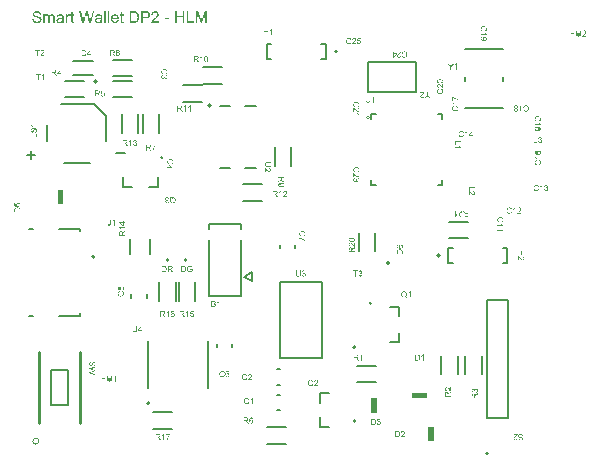
<source format=gbr>
G04*
G04 #@! TF.GenerationSoftware,Altium Limited,Altium Designer,24.8.2 (39)*
G04*
G04 Layer_Color=65535*
%FSLAX44Y44*%
%MOMM*%
G71*
G04*
G04 #@! TF.SameCoordinates,090D7C54-D181-4F83-8BE1-2E2D76EF1379*
G04*
G04*
G04 #@! TF.FilePolarity,Positive*
G04*
G01*
G75*
%ADD10C,0.2000*%
%ADD11C,0.0000*%
%ADD12C,0.1270*%
%ADD13C,0.2540*%
G36*
X24670Y229970D02*
X20420D01*
Y242470D01*
X24670D01*
Y229970D01*
D02*
G37*
G36*
X290100Y53440D02*
X285850D01*
Y65940D01*
X290100D01*
Y53440D01*
D02*
G37*
G36*
X338360Y29310D02*
X334110D01*
Y41810D01*
X338360D01*
Y29310D01*
D02*
G37*
G36*
X332640Y70390D02*
Y66140D01*
X320140D01*
Y70390D01*
X332640D01*
D02*
G37*
G36*
X2804Y393619D02*
X2903D01*
X3171Y393591D01*
X3467Y393549D01*
X3777Y393478D01*
X4115Y393394D01*
X4425Y393281D01*
X4439D01*
X4467Y393267D01*
X4510Y393239D01*
X4566Y393210D01*
X4707Y393140D01*
X4890Y393013D01*
X5102Y392872D01*
X5313Y392689D01*
X5511Y392477D01*
X5694Y392238D01*
Y392224D01*
X5708Y392210D01*
X5736Y392167D01*
X5764Y392125D01*
X5835Y391984D01*
X5919Y391801D01*
X6018Y391575D01*
X6089Y391307D01*
X6159Y391026D01*
X6187Y390715D01*
X4947Y390617D01*
Y390631D01*
Y390659D01*
X4933Y390701D01*
X4919Y390772D01*
X4876Y390927D01*
X4820Y391138D01*
X4735Y391364D01*
X4608Y391589D01*
X4453Y391801D01*
X4256Y391998D01*
X4228Y392012D01*
X4157Y392069D01*
X4016Y392153D01*
X3833Y392238D01*
X3593Y392322D01*
X3311Y392407D01*
X2959Y392463D01*
X2564Y392477D01*
X2367D01*
X2282Y392463D01*
X2170Y392449D01*
X1916Y392421D01*
X1634Y392365D01*
X1352Y392294D01*
X1084Y392182D01*
X971Y392111D01*
X859Y392040D01*
X830Y392026D01*
X774Y391970D01*
X689Y391871D01*
X605Y391759D01*
X506Y391604D01*
X422Y391434D01*
X365Y391237D01*
X337Y391011D01*
Y390983D01*
Y390927D01*
X351Y390828D01*
X379Y390715D01*
X422Y390574D01*
X492Y390433D01*
X577Y390293D01*
X704Y390151D01*
X718Y390137D01*
X788Y390095D01*
X845Y390053D01*
X901Y390025D01*
X985Y389982D01*
X1084Y389926D01*
X1211Y389884D01*
X1352Y389827D01*
X1507Y389771D01*
X1690Y389700D01*
X1888Y389644D01*
X2113Y389574D01*
X2367Y389517D01*
X2649Y389447D01*
X2663D01*
X2720Y389432D01*
X2804Y389418D01*
X2903Y389390D01*
X3030Y389362D01*
X3185Y389320D01*
X3340Y389277D01*
X3509Y389235D01*
X3875Y389137D01*
X4228Y389038D01*
X4397Y388981D01*
X4552Y388925D01*
X4693Y388883D01*
X4806Y388826D01*
X4820D01*
X4848Y388812D01*
X4890Y388784D01*
X4947Y388756D01*
X5102Y388671D01*
X5285Y388559D01*
X5497Y388404D01*
X5708Y388234D01*
X5905Y388037D01*
X6075Y387826D01*
X6089Y387797D01*
X6145Y387727D01*
X6201Y387600D01*
X6286Y387431D01*
X6356Y387233D01*
X6427Y386994D01*
X6469Y386726D01*
X6483Y386444D01*
Y386430D01*
Y386416D01*
Y386373D01*
Y386317D01*
X6455Y386162D01*
X6427Y385965D01*
X6371Y385739D01*
X6300Y385499D01*
X6187Y385246D01*
X6032Y384978D01*
Y384964D01*
X6018Y384950D01*
X5948Y384865D01*
X5849Y384738D01*
X5708Y384597D01*
X5525Y384428D01*
X5299Y384245D01*
X5045Y384076D01*
X4749Y383921D01*
X4735D01*
X4707Y383907D01*
X4665Y383892D01*
X4608Y383864D01*
X4524Y383836D01*
X4425Y383794D01*
X4200Y383737D01*
X3932Y383667D01*
X3608Y383596D01*
X3255Y383554D01*
X2874Y383540D01*
X2649D01*
X2536Y383554D01*
X2409D01*
X2268Y383568D01*
X2099Y383582D01*
X1747Y383639D01*
X1380Y383695D01*
X1014Y383794D01*
X661Y383921D01*
X647D01*
X619Y383935D01*
X577Y383963D01*
X520Y383991D01*
X351Y384076D01*
X154Y384203D01*
X-72Y384372D01*
X-311Y384569D01*
X-537Y384809D01*
X-748Y385077D01*
Y385091D01*
X-777Y385119D01*
X-791Y385161D01*
X-833Y385218D01*
X-861Y385288D01*
X-904Y385373D01*
X-1002Y385584D01*
X-1101Y385852D01*
X-1185Y386148D01*
X-1242Y386486D01*
X-1270Y386839D01*
X-58Y386951D01*
Y386937D01*
Y386923D01*
X-44Y386881D01*
Y386825D01*
X-15Y386698D01*
X27Y386515D01*
X83Y386331D01*
X140Y386120D01*
X238Y385922D01*
X337Y385739D01*
X351Y385725D01*
X393Y385669D01*
X464Y385570D01*
X577Y385471D01*
X718Y385344D01*
X873Y385218D01*
X1084Y385091D01*
X1310Y384978D01*
X1324D01*
X1338Y384964D01*
X1380Y384950D01*
X1423Y384936D01*
X1564Y384893D01*
X1747Y384837D01*
X1972Y384781D01*
X2226Y384738D01*
X2508Y384710D01*
X2818Y384696D01*
X2945D01*
X3086Y384710D01*
X3255Y384724D01*
X3453Y384752D01*
X3678Y384781D01*
X3904Y384837D01*
X4115Y384907D01*
X4143Y384921D01*
X4214Y384950D01*
X4312Y385006D01*
X4439Y385062D01*
X4566Y385161D01*
X4707Y385260D01*
X4848Y385373D01*
X4961Y385514D01*
X4975Y385528D01*
X5003Y385584D01*
X5045Y385655D01*
X5102Y385767D01*
X5158Y385880D01*
X5200Y386021D01*
X5229Y386176D01*
X5243Y386345D01*
Y386359D01*
Y386430D01*
X5229Y386515D01*
X5215Y386627D01*
X5172Y386740D01*
X5130Y386881D01*
X5060Y387022D01*
X4961Y387149D01*
X4947Y387163D01*
X4904Y387205D01*
X4848Y387262D01*
X4749Y387346D01*
X4637Y387431D01*
X4482Y387529D01*
X4298Y387628D01*
X4087Y387713D01*
X4073Y387727D01*
X4002Y387741D01*
X3889Y387783D01*
X3819Y387797D01*
X3720Y387826D01*
X3622Y387868D01*
X3495Y387896D01*
X3354Y387938D01*
X3185Y387981D01*
X3016Y388023D01*
X2818Y388079D01*
X2593Y388136D01*
X2353Y388192D01*
X2339D01*
X2297Y388206D01*
X2226Y388220D01*
X2141Y388248D01*
X2029Y388277D01*
X1902Y388305D01*
X1620Y388389D01*
X1310Y388488D01*
X985Y388587D01*
X704Y388685D01*
X577Y388742D01*
X464Y388798D01*
X450D01*
X436Y388812D01*
X351Y388869D01*
X224Y388939D01*
X83Y389052D01*
X-86Y389179D01*
X-255Y389334D01*
X-424Y389517D01*
X-565Y389715D01*
X-579Y389743D01*
X-622Y389813D01*
X-678Y389926D01*
X-734Y390067D01*
X-791Y390250D01*
X-847Y390462D01*
X-889Y390687D01*
X-904Y390927D01*
Y390941D01*
Y390955D01*
Y390997D01*
Y391054D01*
X-875Y391195D01*
X-847Y391378D01*
X-805Y391589D01*
X-734Y391829D01*
X-636Y392069D01*
X-495Y392308D01*
Y392322D01*
X-481Y392337D01*
X-410Y392421D01*
X-311Y392534D01*
X-184Y392675D01*
X-15Y392830D01*
X196Y392999D01*
X450Y393154D01*
X732Y393295D01*
X746D01*
X774Y393309D01*
X816Y393323D01*
X873Y393352D01*
X943Y393380D01*
X1042Y393408D01*
X1253Y393464D01*
X1521Y393521D01*
X1831Y393577D01*
X2156Y393619D01*
X2522Y393633D01*
X2705D01*
X2804Y393619D01*
D02*
G37*
G36*
X29870Y390927D02*
X30025Y390899D01*
X30209Y390842D01*
X30406Y390772D01*
X30631Y390673D01*
X30871Y390546D01*
X30434Y389447D01*
X30420Y389461D01*
X30364Y389489D01*
X30279Y389531D01*
X30166Y389574D01*
X30039Y389616D01*
X29884Y389658D01*
X29729Y389686D01*
X29574Y389700D01*
X29504D01*
X29433Y389686D01*
X29335Y389672D01*
X29236Y389644D01*
X29109Y389602D01*
X28982Y389545D01*
X28869Y389461D01*
X28855Y389447D01*
X28813Y389418D01*
X28771Y389362D01*
X28700Y389292D01*
X28630Y389193D01*
X28559Y389080D01*
X28489Y388953D01*
X28432Y388798D01*
X28418Y388770D01*
X28404Y388685D01*
X28376Y388559D01*
X28334Y388389D01*
X28291Y388178D01*
X28263Y387938D01*
X28249Y387685D01*
X28235Y387403D01*
Y383709D01*
X27037D01*
Y390786D01*
X28122D01*
Y389715D01*
X28136Y389729D01*
X28193Y389827D01*
X28263Y389954D01*
X28376Y390109D01*
X28489Y390264D01*
X28616Y390433D01*
X28742Y390574D01*
X28869Y390687D01*
X28884Y390701D01*
X28926Y390729D01*
X29010Y390772D01*
X29095Y390814D01*
X29208Y390856D01*
X29349Y390899D01*
X29490Y390927D01*
X29645Y390941D01*
X29743D01*
X29870Y390927D01*
D02*
G37*
G36*
X15675D02*
X15773D01*
X15872Y390913D01*
X16112Y390870D01*
X16365Y390800D01*
X16633Y390687D01*
X16901Y390546D01*
X17127Y390349D01*
X17155Y390321D01*
X17211Y390236D01*
X17310Y390109D01*
X17352Y390010D01*
X17408Y389912D01*
X17465Y389785D01*
X17507Y389658D01*
X17564Y389517D01*
X17606Y389348D01*
X17634Y389179D01*
X17662Y388981D01*
X17691Y388784D01*
Y388559D01*
Y383709D01*
X16492D01*
Y388150D01*
Y388164D01*
Y388178D01*
Y388262D01*
Y388389D01*
X16478Y388544D01*
X16464Y388714D01*
X16450Y388883D01*
X16422Y389052D01*
X16379Y389179D01*
Y389193D01*
X16351Y389235D01*
X16323Y389292D01*
X16281Y389362D01*
X16224Y389447D01*
X16154Y389531D01*
X16069Y389616D01*
X15956Y389700D01*
X15942Y389715D01*
X15900Y389729D01*
X15844Y389757D01*
X15745Y389799D01*
X15646Y389841D01*
X15519Y389870D01*
X15393Y389884D01*
X15238Y389898D01*
X15167D01*
X15111Y389884D01*
X14970Y389870D01*
X14801Y389841D01*
X14603Y389771D01*
X14392Y389686D01*
X14180Y389559D01*
X13983Y389390D01*
X13969Y389362D01*
X13913Y389292D01*
X13828Y389179D01*
X13743Y389010D01*
X13645Y388784D01*
X13574Y388516D01*
X13518Y388192D01*
X13490Y387811D01*
Y383709D01*
X12291D01*
Y388291D01*
Y388305D01*
Y388333D01*
Y388361D01*
Y388418D01*
X12277Y388573D01*
X12249Y388742D01*
X12221Y388939D01*
X12164Y389137D01*
X12094Y389320D01*
X11995Y389489D01*
X11981Y389503D01*
X11939Y389559D01*
X11868Y389616D01*
X11770Y389700D01*
X11643Y389771D01*
X11474Y389841D01*
X11276Y389884D01*
X11037Y389898D01*
X10952D01*
X10853Y389884D01*
X10741Y389870D01*
X10600Y389827D01*
X10431Y389785D01*
X10275Y389715D01*
X10106Y389630D01*
X10092Y389616D01*
X10036Y389574D01*
X9965Y389517D01*
X9867Y389432D01*
X9768Y389320D01*
X9669Y389179D01*
X9571Y389024D01*
X9486Y388840D01*
X9472Y388812D01*
X9458Y388742D01*
X9430Y388629D01*
X9387Y388474D01*
X9345Y388262D01*
X9317Y388009D01*
X9303Y387713D01*
X9289Y387374D01*
Y383709D01*
X8090D01*
Y390786D01*
X9162D01*
Y389771D01*
X9176Y389799D01*
X9218Y389855D01*
X9303Y389954D01*
X9401Y390067D01*
X9528Y390208D01*
X9683Y390349D01*
X9852Y390490D01*
X10050Y390617D01*
X10078Y390631D01*
X10149Y390673D01*
X10261Y390715D01*
X10416Y390786D01*
X10600Y390842D01*
X10811Y390885D01*
X11051Y390927D01*
X11305Y390941D01*
X11431D01*
X11587Y390927D01*
X11756Y390899D01*
X11967Y390856D01*
X12178Y390800D01*
X12390Y390715D01*
X12587Y390603D01*
X12615Y390588D01*
X12672Y390546D01*
X12757Y390476D01*
X12869Y390363D01*
X12982Y390236D01*
X13109Y390081D01*
X13222Y389898D01*
X13306Y389686D01*
X13320Y389700D01*
X13349Y389743D01*
X13391Y389799D01*
X13461Y389884D01*
X13546Y389982D01*
X13645Y390081D01*
X13757Y390194D01*
X13898Y390321D01*
X14053Y390433D01*
X14209Y390546D01*
X14392Y390645D01*
X14589Y390744D01*
X14801Y390828D01*
X15026Y390885D01*
X15252Y390927D01*
X15505Y390941D01*
X15604D01*
X15675Y390927D01*
D02*
G37*
G36*
X127337Y383709D02*
X126040D01*
Y388305D01*
X120993D01*
Y383709D01*
X119696D01*
Y393464D01*
X120993D01*
Y389461D01*
X126040D01*
Y393464D01*
X127337D01*
Y383709D01*
D02*
G37*
G36*
X114396Y386641D02*
X110688D01*
Y387840D01*
X114396D01*
Y386641D01*
D02*
G37*
G36*
X146340Y383709D02*
X145099D01*
Y391871D01*
X142252Y383709D01*
X141096D01*
X138276Y392012D01*
Y383709D01*
X137036D01*
Y393464D01*
X138967D01*
X141279Y386543D01*
Y386529D01*
X141293Y386500D01*
X141307Y386458D01*
X141335Y386388D01*
X141392Y386218D01*
X141462Y386007D01*
X141533Y385767D01*
X141617Y385528D01*
X141688Y385302D01*
X141744Y385105D01*
X141758Y385133D01*
X141772Y385203D01*
X141814Y385330D01*
X141871Y385499D01*
X141941Y385725D01*
X142040Y385993D01*
X142139Y386303D01*
X142266Y386670D01*
X144606Y393464D01*
X146340D01*
Y383709D01*
D02*
G37*
G36*
X48309D02*
X47040D01*
X44996Y391138D01*
Y391152D01*
X44982Y391181D01*
X44968Y391223D01*
X44954Y391293D01*
X44912Y391448D01*
X44869Y391632D01*
X44813Y391829D01*
X44757Y392012D01*
X44714Y392167D01*
X44700Y392238D01*
X44686Y392280D01*
Y392266D01*
X44672Y392252D01*
X44658Y392167D01*
X44630Y392040D01*
X44587Y391885D01*
X44545Y391716D01*
X44489Y391519D01*
X44447Y391321D01*
X44390Y391138D01*
X42332Y383709D01*
X40979D01*
X38427Y393464D01*
X39766D01*
X41218Y387064D01*
Y387050D01*
X41233Y387022D01*
X41247Y386966D01*
X41261Y386895D01*
X41275Y386796D01*
X41303Y386698D01*
X41331Y386571D01*
X41359Y386430D01*
X41430Y386134D01*
X41500Y385796D01*
X41571Y385429D01*
X41641Y385062D01*
Y385077D01*
X41655Y385133D01*
X41684Y385203D01*
X41698Y385316D01*
X41726Y385429D01*
X41768Y385570D01*
X41839Y385880D01*
X41923Y386190D01*
X41951Y386345D01*
X41994Y386486D01*
X42022Y386613D01*
X42050Y386726D01*
X42078Y386810D01*
X42092Y386867D01*
X43939Y393464D01*
X45504D01*
X46885Y388516D01*
Y388502D01*
X46913Y388432D01*
X46942Y388333D01*
X46970Y388206D01*
X47012Y388037D01*
X47069Y387854D01*
X47125Y387642D01*
X47181Y387403D01*
X47252Y387135D01*
X47308Y386867D01*
X47435Y386289D01*
X47562Y385683D01*
X47661Y385062D01*
Y385077D01*
X47675Y385105D01*
Y385161D01*
X47703Y385232D01*
X47717Y385316D01*
X47745Y385415D01*
X47759Y385542D01*
X47802Y385683D01*
X47872Y385993D01*
X47957Y386359D01*
X48041Y386754D01*
X48154Y387191D01*
X49677Y393464D01*
X50988D01*
X48309Y383709D01*
D02*
G37*
G36*
X130734Y384865D02*
X135541D01*
Y383709D01*
X129437D01*
Y393464D01*
X130734D01*
Y384865D01*
D02*
G37*
G36*
X102921Y393493D02*
X103034Y393478D01*
X103175Y393464D01*
X103330Y393436D01*
X103485Y393408D01*
X103851Y393309D01*
X104218Y393168D01*
X104401Y393084D01*
X104584Y392985D01*
X104754Y392858D01*
X104909Y392717D01*
X104923Y392703D01*
X104951Y392689D01*
X104979Y392633D01*
X105035Y392576D01*
X105106Y392506D01*
X105176Y392407D01*
X105247Y392308D01*
X105331Y392182D01*
X105472Y391914D01*
X105613Y391575D01*
X105670Y391406D01*
X105698Y391209D01*
X105726Y391011D01*
X105740Y390800D01*
Y390772D01*
Y390701D01*
X105726Y390588D01*
X105712Y390433D01*
X105684Y390264D01*
X105628Y390067D01*
X105571Y389855D01*
X105487Y389644D01*
X105472Y389616D01*
X105444Y389545D01*
X105388Y389432D01*
X105303Y389277D01*
X105190Y389108D01*
X105050Y388897D01*
X104880Y388685D01*
X104683Y388446D01*
X104655Y388418D01*
X104584Y388333D01*
X104514Y388262D01*
X104443Y388192D01*
X104359Y388107D01*
X104246Y387995D01*
X104133Y387882D01*
X103992Y387755D01*
X103851Y387614D01*
X103682Y387459D01*
X103499Y387304D01*
X103301Y387121D01*
X103076Y386937D01*
X102850Y386740D01*
X102836Y386726D01*
X102808Y386698D01*
X102752Y386655D01*
X102681Y386599D01*
X102597Y386515D01*
X102498Y386430D01*
X102273Y386247D01*
X102033Y386035D01*
X101807Y385824D01*
X101610Y385640D01*
X101525Y385570D01*
X101455Y385499D01*
X101441Y385485D01*
X101398Y385443D01*
X101342Y385387D01*
X101272Y385302D01*
X101201Y385203D01*
X101117Y385105D01*
X100947Y384865D01*
X105754D01*
Y383709D01*
X99284D01*
Y383723D01*
Y383780D01*
Y383864D01*
X99298Y383977D01*
X99312Y384104D01*
X99340Y384245D01*
X99368Y384386D01*
X99425Y384541D01*
Y384555D01*
X99439Y384569D01*
X99467Y384654D01*
X99524Y384781D01*
X99608Y384950D01*
X99721Y385147D01*
X99862Y385373D01*
X100017Y385598D01*
X100214Y385838D01*
Y385852D01*
X100243Y385866D01*
X100313Y385951D01*
X100440Y386077D01*
X100623Y386261D01*
X100835Y386472D01*
X101102Y386726D01*
X101427Y387008D01*
X101779Y387304D01*
X101793Y387318D01*
X101850Y387360D01*
X101934Y387431D01*
X102033Y387515D01*
X102160Y387628D01*
X102315Y387755D01*
X102470Y387896D01*
X102653Y388051D01*
X103006Y388389D01*
X103358Y388728D01*
X103527Y388897D01*
X103682Y389066D01*
X103823Y389221D01*
X103936Y389376D01*
Y389390D01*
X103964Y389404D01*
X103992Y389447D01*
X104021Y389503D01*
X104119Y389658D01*
X104232Y389841D01*
X104331Y390067D01*
X104429Y390307D01*
X104486Y390574D01*
X104514Y390828D01*
Y390842D01*
Y390856D01*
X104500Y390941D01*
X104486Y391082D01*
X104443Y391237D01*
X104387Y391434D01*
X104288Y391632D01*
X104162Y391829D01*
X103992Y392026D01*
X103964Y392055D01*
X103894Y392111D01*
X103795Y392182D01*
X103640Y392280D01*
X103442Y392365D01*
X103217Y392449D01*
X102949Y392506D01*
X102653Y392520D01*
X102569D01*
X102512Y392506D01*
X102343Y392492D01*
X102146Y392449D01*
X101934Y392393D01*
X101694Y392294D01*
X101469Y392167D01*
X101257Y391998D01*
X101229Y391970D01*
X101173Y391899D01*
X101088Y391787D01*
X101004Y391618D01*
X100905Y391420D01*
X100821Y391166D01*
X100764Y390885D01*
X100736Y390560D01*
X99509Y390687D01*
Y390701D01*
X99524Y390744D01*
Y390814D01*
X99538Y390913D01*
X99566Y391026D01*
X99594Y391152D01*
X99636Y391307D01*
X99679Y391463D01*
X99791Y391801D01*
X99961Y392139D01*
X100059Y392308D01*
X100186Y392477D01*
X100313Y392633D01*
X100454Y392774D01*
X100468Y392788D01*
X100496Y392802D01*
X100539Y392844D01*
X100609Y392886D01*
X100694Y392943D01*
X100792Y392999D01*
X100905Y393070D01*
X101046Y393140D01*
X101201Y393210D01*
X101370Y393281D01*
X101553Y393337D01*
X101751Y393394D01*
X101962Y393436D01*
X102188Y393478D01*
X102428Y393493D01*
X102681Y393507D01*
X102822D01*
X102921Y393493D01*
D02*
G37*
G36*
X95069Y393450D02*
X95309Y393436D01*
X95562Y393422D01*
X95802Y393394D01*
X96013Y393366D01*
X96042D01*
X96140Y393337D01*
X96267Y393309D01*
X96436Y393267D01*
X96620Y393196D01*
X96817Y393112D01*
X97028Y393013D01*
X97212Y392900D01*
X97240Y392886D01*
X97296Y392844D01*
X97381Y392759D01*
X97494Y392661D01*
X97620Y392534D01*
X97747Y392365D01*
X97888Y392182D01*
X98001Y391970D01*
X98015Y391942D01*
X98043Y391871D01*
X98100Y391744D01*
X98156Y391575D01*
X98198Y391378D01*
X98255Y391152D01*
X98283Y390899D01*
X98297Y390631D01*
Y390617D01*
Y390574D01*
Y390518D01*
X98283Y390419D01*
X98269Y390321D01*
X98255Y390194D01*
X98227Y390053D01*
X98198Y389898D01*
X98100Y389574D01*
X98043Y389404D01*
X97959Y389221D01*
X97860Y389038D01*
X97761Y388869D01*
X97635Y388699D01*
X97494Y388530D01*
X97479Y388516D01*
X97451Y388488D01*
X97409Y388446D01*
X97338Y388404D01*
X97254Y388333D01*
X97141Y388262D01*
X97000Y388178D01*
X96845Y388107D01*
X96662Y388023D01*
X96450Y387938D01*
X96225Y387868D01*
X95957Y387811D01*
X95675Y387755D01*
X95365Y387713D01*
X95013Y387685D01*
X94646Y387670D01*
X92151D01*
Y383709D01*
X90854D01*
Y393464D01*
X94857D01*
X95069Y393450D01*
D02*
G37*
G36*
X85018D02*
X85300Y393436D01*
X85582Y393408D01*
X85864Y393366D01*
X86103Y393323D01*
X86117D01*
X86145Y393309D01*
X86188D01*
X86244Y393281D01*
X86399Y393239D01*
X86597Y393168D01*
X86822Y393070D01*
X87062Y392943D01*
X87302Y392802D01*
X87527Y392618D01*
X87541Y392604D01*
X87555Y392590D01*
X87598Y392548D01*
X87654Y392506D01*
X87795Y392365D01*
X87964Y392167D01*
X88147Y391928D01*
X88345Y391646D01*
X88528Y391321D01*
X88683Y390955D01*
Y390941D01*
X88697Y390913D01*
X88725Y390856D01*
X88739Y390772D01*
X88782Y390673D01*
X88810Y390560D01*
X88838Y390433D01*
X88880Y390278D01*
X88923Y390123D01*
X88951Y389940D01*
X89021Y389545D01*
X89064Y389108D01*
X89078Y388629D01*
Y388615D01*
Y388587D01*
Y388516D01*
Y388446D01*
X89064Y388347D01*
Y388234D01*
X89050Y387966D01*
X89007Y387656D01*
X88965Y387332D01*
X88894Y386994D01*
X88810Y386655D01*
Y386641D01*
X88796Y386613D01*
X88782Y386571D01*
X88767Y386515D01*
X88711Y386359D01*
X88627Y386162D01*
X88542Y385937D01*
X88429Y385711D01*
X88288Y385471D01*
X88147Y385246D01*
X88133Y385218D01*
X88077Y385147D01*
X87992Y385048D01*
X87879Y384921D01*
X87753Y384781D01*
X87598Y384640D01*
X87442Y384484D01*
X87259Y384358D01*
X87231Y384343D01*
X87175Y384301D01*
X87076Y384245D01*
X86935Y384174D01*
X86766Y384090D01*
X86568Y384019D01*
X86343Y383935D01*
X86089Y383864D01*
X86061D01*
X86019Y383850D01*
X85976Y383836D01*
X85835Y383822D01*
X85638Y383794D01*
X85413Y383766D01*
X85145Y383737D01*
X84849Y383723D01*
X84524Y383709D01*
X81014D01*
Y393464D01*
X84764D01*
X85018Y393450D01*
D02*
G37*
G36*
X63830Y383709D02*
X62632D01*
Y393464D01*
X63830D01*
Y383709D01*
D02*
G37*
G36*
X60799D02*
X59601D01*
Y393464D01*
X60799D01*
Y383709D01*
D02*
G37*
G36*
X55344Y390927D02*
X55555Y390913D01*
X55795Y390885D01*
X56034Y390842D01*
X56274Y390786D01*
X56500Y390715D01*
X56528Y390701D01*
X56598Y390673D01*
X56697Y390631D01*
X56824Y390574D01*
X56965Y390490D01*
X57106Y390405D01*
X57233Y390293D01*
X57345Y390180D01*
X57359Y390166D01*
X57388Y390123D01*
X57430Y390053D01*
X57486Y389968D01*
X57557Y389841D01*
X57613Y389715D01*
X57670Y389559D01*
X57712Y389376D01*
Y389362D01*
X57726Y389320D01*
X57740Y389235D01*
X57754Y389122D01*
Y388967D01*
X57768Y388784D01*
X57782Y388544D01*
Y388277D01*
Y386670D01*
Y386655D01*
Y386599D01*
Y386515D01*
Y386402D01*
Y386275D01*
Y386120D01*
X57796Y385781D01*
Y385429D01*
X57811Y385077D01*
X57825Y384921D01*
Y384781D01*
X57839Y384654D01*
X57853Y384555D01*
Y384541D01*
X57867Y384484D01*
X57881Y384400D01*
X57923Y384287D01*
X57951Y384160D01*
X58008Y384019D01*
X58078Y383864D01*
X58149Y383709D01*
X56894D01*
X56880Y383723D01*
X56866Y383780D01*
X56838Y383850D01*
X56796Y383963D01*
X56753Y384090D01*
X56725Y384245D01*
X56697Y384414D01*
X56669Y384597D01*
X56655D01*
X56641Y384569D01*
X56556Y384499D01*
X56429Y384400D01*
X56260Y384273D01*
X56048Y384146D01*
X55837Y384005D01*
X55611Y383878D01*
X55372Y383780D01*
X55344Y383766D01*
X55259Y383751D01*
X55132Y383709D01*
X54977Y383667D01*
X54780Y383625D01*
X54554Y383596D01*
X54300Y383568D01*
X54047Y383554D01*
X53934D01*
X53849Y383568D01*
X53751D01*
X53638Y383582D01*
X53384Y383625D01*
X53102Y383695D01*
X52792Y383794D01*
X52510Y383935D01*
X52256Y384118D01*
X52228Y384146D01*
X52158Y384217D01*
X52059Y384343D01*
X51946Y384513D01*
X51833Y384724D01*
X51735Y384964D01*
X51664Y385260D01*
X51650Y385401D01*
X51636Y385570D01*
Y385598D01*
Y385655D01*
X51650Y385753D01*
X51664Y385880D01*
X51692Y386035D01*
X51735Y386190D01*
X51791Y386359D01*
X51862Y386515D01*
X51876Y386529D01*
X51904Y386585D01*
X51960Y386670D01*
X52031Y386768D01*
X52115Y386881D01*
X52228Y386994D01*
X52341Y387107D01*
X52482Y387205D01*
X52496Y387219D01*
X52552Y387248D01*
X52623Y387304D01*
X52736Y387360D01*
X52863Y387417D01*
X53018Y387487D01*
X53173Y387543D01*
X53356Y387600D01*
X53370D01*
X53426Y387614D01*
X53511Y387642D01*
X53624Y387656D01*
X53765Y387685D01*
X53948Y387713D01*
X54159Y387755D01*
X54413Y387783D01*
X54427D01*
X54484Y387797D01*
X54554D01*
X54653Y387811D01*
X54766Y387826D01*
X54907Y387854D01*
X55062Y387868D01*
X55231Y387896D01*
X55569Y387966D01*
X55936Y388037D01*
X56260Y388121D01*
X56415Y388164D01*
X56556Y388206D01*
Y388220D01*
Y388248D01*
X56570Y388333D01*
Y388432D01*
Y388488D01*
Y388516D01*
Y388530D01*
Y388544D01*
Y388629D01*
X56556Y388770D01*
X56528Y388925D01*
X56485Y389094D01*
X56415Y389263D01*
X56330Y389418D01*
X56218Y389545D01*
X56203Y389559D01*
X56133Y389616D01*
X56020Y389672D01*
X55879Y389757D01*
X55682Y389827D01*
X55456Y389898D01*
X55174Y389940D01*
X54850Y389954D01*
X54709D01*
X54568Y389940D01*
X54371Y389912D01*
X54173Y389884D01*
X53962Y389827D01*
X53765Y389757D01*
X53595Y389658D01*
X53581Y389644D01*
X53525Y389602D01*
X53455Y389531D01*
X53370Y389418D01*
X53285Y389277D01*
X53187Y389094D01*
X53102Y388869D01*
X53018Y388615D01*
X51848Y388770D01*
Y388784D01*
X51862Y388798D01*
Y388840D01*
X51876Y388897D01*
X51918Y389024D01*
X51974Y389207D01*
X52045Y389390D01*
X52129Y389588D01*
X52242Y389785D01*
X52369Y389968D01*
X52383Y389982D01*
X52440Y390039D01*
X52524Y390123D01*
X52637Y390236D01*
X52792Y390349D01*
X52975Y390462D01*
X53187Y390588D01*
X53426Y390687D01*
X53440D01*
X53455Y390701D01*
X53497Y390715D01*
X53553Y390729D01*
X53694Y390772D01*
X53892Y390814D01*
X54117Y390856D01*
X54399Y390899D01*
X54695Y390927D01*
X55033Y390941D01*
X55188D01*
X55344Y390927D01*
D02*
G37*
G36*
X22765D02*
X22977Y390913D01*
X23217Y390885D01*
X23456Y390842D01*
X23696Y390786D01*
X23921Y390715D01*
X23949Y390701D01*
X24020Y390673D01*
X24119Y390631D01*
X24246Y390574D01*
X24386Y390490D01*
X24527Y390405D01*
X24654Y390293D01*
X24767Y390180D01*
X24781Y390166D01*
X24810Y390123D01*
X24852Y390053D01*
X24908Y389968D01*
X24979Y389841D01*
X25035Y389715D01*
X25091Y389559D01*
X25134Y389376D01*
Y389362D01*
X25148Y389320D01*
X25162Y389235D01*
X25176Y389122D01*
Y388967D01*
X25190Y388784D01*
X25204Y388544D01*
Y388277D01*
Y386670D01*
Y386655D01*
Y386599D01*
Y386515D01*
Y386402D01*
Y386275D01*
Y386120D01*
X25218Y385781D01*
Y385429D01*
X25232Y385077D01*
X25247Y384921D01*
Y384781D01*
X25261Y384654D01*
X25275Y384555D01*
Y384541D01*
X25289Y384484D01*
X25303Y384400D01*
X25345Y384287D01*
X25373Y384160D01*
X25430Y384019D01*
X25500Y383864D01*
X25571Y383709D01*
X24316D01*
X24302Y383723D01*
X24288Y383780D01*
X24260Y383850D01*
X24217Y383963D01*
X24175Y384090D01*
X24147Y384245D01*
X24119Y384414D01*
X24090Y384597D01*
X24076D01*
X24062Y384569D01*
X23978Y384499D01*
X23851Y384400D01*
X23682Y384273D01*
X23470Y384146D01*
X23259Y384005D01*
X23033Y383878D01*
X22794Y383780D01*
X22765Y383766D01*
X22681Y383751D01*
X22554Y383709D01*
X22399Y383667D01*
X22201Y383625D01*
X21976Y383596D01*
X21722Y383568D01*
X21469Y383554D01*
X21356D01*
X21271Y383568D01*
X21172D01*
X21060Y383582D01*
X20806Y383625D01*
X20524Y383695D01*
X20214Y383794D01*
X19932Y383935D01*
X19678Y384118D01*
X19650Y384146D01*
X19579Y384217D01*
X19481Y384343D01*
X19368Y384513D01*
X19255Y384724D01*
X19157Y384964D01*
X19086Y385260D01*
X19072Y385401D01*
X19058Y385570D01*
Y385598D01*
Y385655D01*
X19072Y385753D01*
X19086Y385880D01*
X19114Y386035D01*
X19157Y386190D01*
X19213Y386359D01*
X19283Y386515D01*
X19297Y386529D01*
X19326Y386585D01*
X19382Y386670D01*
X19453Y386768D01*
X19537Y386881D01*
X19650Y386994D01*
X19763Y387107D01*
X19904Y387205D01*
X19918Y387219D01*
X19974Y387248D01*
X20045Y387304D01*
X20157Y387360D01*
X20284Y387417D01*
X20439Y387487D01*
X20594Y387543D01*
X20778Y387600D01*
X20792D01*
X20848Y387614D01*
X20933Y387642D01*
X21046Y387656D01*
X21186Y387685D01*
X21370Y387713D01*
X21581Y387755D01*
X21835Y387783D01*
X21849D01*
X21906Y387797D01*
X21976D01*
X22075Y387811D01*
X22187Y387826D01*
X22328Y387854D01*
X22483Y387868D01*
X22653Y387896D01*
X22991Y387966D01*
X23358Y388037D01*
X23682Y388121D01*
X23837Y388164D01*
X23978Y388206D01*
Y388220D01*
Y388248D01*
X23992Y388333D01*
Y388432D01*
Y388488D01*
Y388516D01*
Y388530D01*
Y388544D01*
Y388629D01*
X23978Y388770D01*
X23949Y388925D01*
X23907Y389094D01*
X23837Y389263D01*
X23752Y389418D01*
X23639Y389545D01*
X23625Y389559D01*
X23555Y389616D01*
X23442Y389672D01*
X23301Y389757D01*
X23104Y389827D01*
X22878Y389898D01*
X22596Y389940D01*
X22272Y389954D01*
X22131D01*
X21990Y389940D01*
X21793Y389912D01*
X21595Y389884D01*
X21384Y389827D01*
X21186Y389757D01*
X21017Y389658D01*
X21003Y389644D01*
X20947Y389602D01*
X20876Y389531D01*
X20792Y389418D01*
X20707Y389277D01*
X20608Y389094D01*
X20524Y388869D01*
X20439Y388615D01*
X19269Y388770D01*
Y388784D01*
X19283Y388798D01*
Y388840D01*
X19297Y388897D01*
X19340Y389024D01*
X19396Y389207D01*
X19467Y389390D01*
X19551Y389588D01*
X19664Y389785D01*
X19791Y389968D01*
X19805Y389982D01*
X19861Y390039D01*
X19946Y390123D01*
X20059Y390236D01*
X20214Y390349D01*
X20397Y390462D01*
X20608Y390588D01*
X20848Y390687D01*
X20862D01*
X20876Y390701D01*
X20919Y390715D01*
X20975Y390729D01*
X21116Y390772D01*
X21313Y390814D01*
X21539Y390856D01*
X21821Y390899D01*
X22117Y390927D01*
X22455Y390941D01*
X22610D01*
X22765Y390927D01*
D02*
G37*
G36*
X74671Y390786D02*
X75883D01*
Y389855D01*
X74671D01*
Y385697D01*
Y385669D01*
Y385612D01*
Y385528D01*
X74685Y385429D01*
X74699Y385203D01*
X74713Y385105D01*
X74727Y385034D01*
X74741Y385006D01*
X74783Y384950D01*
X74840Y384879D01*
X74938Y384809D01*
X74967Y384795D01*
X75037Y384766D01*
X75164Y384738D01*
X75347Y384724D01*
X75488D01*
X75559Y384738D01*
X75657D01*
X75770Y384752D01*
X75883Y384766D01*
X76038Y383709D01*
X76010D01*
X75953Y383695D01*
X75855Y383681D01*
X75728Y383667D01*
X75587Y383639D01*
X75432Y383625D01*
X75122Y383610D01*
X75009D01*
X74896Y383625D01*
X74755Y383639D01*
X74586Y383653D01*
X74417Y383695D01*
X74262Y383737D01*
X74107Y383808D01*
X74093Y383822D01*
X74050Y383850D01*
X73994Y383892D01*
X73909Y383963D01*
X73839Y384033D01*
X73754Y384132D01*
X73670Y384231D01*
X73613Y384358D01*
Y384372D01*
X73585Y384428D01*
X73571Y384527D01*
X73543Y384668D01*
X73515Y384851D01*
X73500Y384964D01*
Y385091D01*
X73486Y385246D01*
X73472Y385401D01*
Y385570D01*
Y385767D01*
Y389855D01*
X72584D01*
Y390786D01*
X73472D01*
Y392534D01*
X74671Y393253D01*
Y390786D01*
D02*
G37*
G36*
X32986D02*
X34198D01*
Y389855D01*
X32986D01*
Y385697D01*
Y385669D01*
Y385612D01*
Y385528D01*
X33000Y385429D01*
X33014Y385203D01*
X33028Y385105D01*
X33042Y385034D01*
X33056Y385006D01*
X33098Y384950D01*
X33155Y384879D01*
X33254Y384809D01*
X33282Y384795D01*
X33352Y384766D01*
X33479Y384738D01*
X33662Y384724D01*
X33803D01*
X33874Y384738D01*
X33972D01*
X34085Y384752D01*
X34198Y384766D01*
X34353Y383709D01*
X34325D01*
X34269Y383695D01*
X34170Y383681D01*
X34043Y383667D01*
X33902Y383639D01*
X33747Y383625D01*
X33437Y383610D01*
X33324D01*
X33211Y383625D01*
X33070Y383639D01*
X32901Y383653D01*
X32732Y383695D01*
X32577Y383737D01*
X32422Y383808D01*
X32408Y383822D01*
X32365Y383850D01*
X32309Y383892D01*
X32225Y383963D01*
X32154Y384033D01*
X32069Y384132D01*
X31985Y384231D01*
X31928Y384358D01*
Y384372D01*
X31900Y384428D01*
X31886Y384527D01*
X31858Y384668D01*
X31830Y384851D01*
X31816Y384964D01*
Y385091D01*
X31802Y385246D01*
X31788Y385401D01*
Y385570D01*
Y385767D01*
Y389855D01*
X30899D01*
Y390786D01*
X31788D01*
Y392534D01*
X32986Y393253D01*
Y390786D01*
D02*
G37*
G36*
X68820Y390927D02*
X68933Y390913D01*
X69074Y390885D01*
X69229Y390856D01*
X69412Y390814D01*
X69581Y390772D01*
X69779Y390701D01*
X69962Y390631D01*
X70160Y390532D01*
X70357Y390419D01*
X70554Y390293D01*
X70738Y390137D01*
X70907Y389968D01*
X70921Y389954D01*
X70949Y389926D01*
X70991Y389870D01*
X71048Y389785D01*
X71118Y389686D01*
X71189Y389574D01*
X71273Y389432D01*
X71358Y389263D01*
X71442Y389080D01*
X71527Y388883D01*
X71597Y388657D01*
X71668Y388418D01*
X71724Y388150D01*
X71767Y387868D01*
X71795Y387572D01*
X71809Y387248D01*
Y387233D01*
Y387177D01*
Y387078D01*
X71795Y386937D01*
X66508D01*
Y386923D01*
Y386881D01*
X66522Y386825D01*
Y386740D01*
X66537Y386641D01*
X66565Y386529D01*
X66607Y386275D01*
X66692Y385993D01*
X66804Y385683D01*
X66960Y385401D01*
X67157Y385147D01*
X67171D01*
X67185Y385119D01*
X67270Y385048D01*
X67396Y384950D01*
X67566Y384851D01*
X67791Y384738D01*
X68045Y384640D01*
X68327Y384569D01*
X68482Y384555D01*
X68651Y384541D01*
X68764D01*
X68891Y384555D01*
X69046Y384583D01*
X69215Y384626D01*
X69412Y384682D01*
X69596Y384766D01*
X69779Y384879D01*
X69793Y384893D01*
X69864Y384950D01*
X69948Y385034D01*
X70047Y385147D01*
X70160Y385302D01*
X70286Y385499D01*
X70413Y385725D01*
X70526Y385993D01*
X71767Y385838D01*
Y385824D01*
X71753Y385796D01*
X71738Y385739D01*
X71710Y385655D01*
X71668Y385570D01*
X71626Y385457D01*
X71513Y385218D01*
X71372Y384950D01*
X71175Y384668D01*
X70949Y384400D01*
X70667Y384146D01*
X70653D01*
X70625Y384118D01*
X70582Y384090D01*
X70526Y384048D01*
X70441Y384005D01*
X70357Y383963D01*
X70244Y383907D01*
X70117Y383850D01*
X69976Y383794D01*
X69835Y383737D01*
X69483Y383653D01*
X69088Y383582D01*
X68651Y383554D01*
X68496D01*
X68397Y383568D01*
X68271Y383582D01*
X68115Y383610D01*
X67946Y383639D01*
X67763Y383667D01*
X67368Y383780D01*
X67157Y383864D01*
X66960Y383949D01*
X66748Y384062D01*
X66551Y384188D01*
X66367Y384329D01*
X66184Y384499D01*
X66170Y384513D01*
X66142Y384541D01*
X66100Y384597D01*
X66043Y384682D01*
X65973Y384781D01*
X65902Y384893D01*
X65818Y385034D01*
X65733Y385189D01*
X65648Y385373D01*
X65564Y385570D01*
X65493Y385796D01*
X65423Y386035D01*
X65367Y386289D01*
X65324Y386571D01*
X65296Y386867D01*
X65282Y387177D01*
Y387191D01*
Y387262D01*
Y387346D01*
X65296Y387473D01*
X65310Y387628D01*
X65324Y387797D01*
X65352Y387995D01*
X65395Y388192D01*
X65507Y388643D01*
X65578Y388869D01*
X65663Y389108D01*
X65775Y389334D01*
X65902Y389545D01*
X66043Y389757D01*
X66198Y389954D01*
X66212Y389968D01*
X66241Y389996D01*
X66297Y390039D01*
X66367Y390109D01*
X66452Y390180D01*
X66565Y390264D01*
X66692Y390363D01*
X66847Y390448D01*
X67002Y390546D01*
X67185Y390631D01*
X67382Y390715D01*
X67594Y390786D01*
X67819Y390856D01*
X68059Y390899D01*
X68313Y390927D01*
X68581Y390941D01*
X68722D01*
X68820Y390927D01*
D02*
G37*
G36*
X425579Y246479D02*
X425646Y246471D01*
X425727Y246464D01*
X425808Y246457D01*
X425904Y246434D01*
X426104Y246390D01*
X426326Y246324D01*
X426437Y246279D01*
X426540Y246227D01*
X426643Y246161D01*
X426747Y246094D01*
X426754Y246087D01*
X426769Y246080D01*
X426799Y246057D01*
X426836Y246021D01*
X426873Y245984D01*
X426924Y245932D01*
X426976Y245873D01*
X427035Y245814D01*
X427094Y245740D01*
X427154Y245651D01*
X427220Y245562D01*
X427279Y245466D01*
X427331Y245355D01*
X427390Y245244D01*
X427434Y245126D01*
X427479Y244993D01*
X426813Y244838D01*
Y244845D01*
X426806Y244860D01*
X426791Y244890D01*
X426777Y244926D01*
X426762Y244971D01*
X426740Y245030D01*
X426680Y245148D01*
X426606Y245281D01*
X426518Y245414D01*
X426407Y245540D01*
X426289Y245651D01*
X426274Y245666D01*
X426230Y245695D01*
X426156Y245732D01*
X426059Y245784D01*
X425934Y245828D01*
X425793Y245873D01*
X425623Y245902D01*
X425439Y245910D01*
X425379D01*
X425343Y245902D01*
X425291D01*
X425232Y245895D01*
X425091Y245873D01*
X424936Y245843D01*
X424773Y245791D01*
X424603Y245717D01*
X424448Y245621D01*
X424441D01*
X424433Y245606D01*
X424382Y245570D01*
X424315Y245511D01*
X424234Y245422D01*
X424138Y245311D01*
X424049Y245185D01*
X423968Y245030D01*
X423894Y244860D01*
Y244853D01*
X423886Y244838D01*
X423879Y244816D01*
X423872Y244779D01*
X423857Y244734D01*
X423842Y244683D01*
X423820Y244557D01*
X423790Y244409D01*
X423761Y244247D01*
X423746Y244069D01*
X423739Y243877D01*
Y243870D01*
Y243847D01*
Y243810D01*
Y243766D01*
X423746Y243714D01*
Y243648D01*
X423753Y243574D01*
X423761Y243493D01*
X423783Y243315D01*
X423820Y243123D01*
X423864Y242931D01*
X423923Y242739D01*
Y242731D01*
X423931Y242717D01*
X423946Y242694D01*
X423960Y242657D01*
X424005Y242569D01*
X424071Y242465D01*
X424152Y242347D01*
X424256Y242221D01*
X424374Y242110D01*
X424515Y242007D01*
X424522D01*
X424537Y241999D01*
X424559Y241985D01*
X424589Y241970D01*
X424626Y241955D01*
X424670Y241933D01*
X424773Y241889D01*
X424907Y241844D01*
X425054Y241807D01*
X425217Y241778D01*
X425387Y241770D01*
X425439D01*
X425483Y241778D01*
X425535D01*
X425587Y241785D01*
X425719Y241815D01*
X425875Y241852D01*
X426030Y241911D01*
X426193Y241992D01*
X426274Y242036D01*
X426348Y242096D01*
X426355Y242103D01*
X426363Y242110D01*
X426385Y242133D01*
X426414Y242155D01*
X426444Y242192D01*
X426481Y242236D01*
X426525Y242280D01*
X426562Y242339D01*
X426606Y242406D01*
X426658Y242480D01*
X426703Y242554D01*
X426747Y242643D01*
X426784Y242739D01*
X426821Y242842D01*
X426858Y242953D01*
X426887Y243071D01*
X427567Y242901D01*
Y242894D01*
X427560Y242864D01*
X427545Y242820D01*
X427523Y242761D01*
X427501Y242694D01*
X427471Y242613D01*
X427434Y242524D01*
X427390Y242428D01*
X427286Y242221D01*
X427154Y242014D01*
X427072Y241911D01*
X426991Y241807D01*
X426902Y241719D01*
X426799Y241630D01*
X426791Y241623D01*
X426777Y241608D01*
X426740Y241593D01*
X426703Y241563D01*
X426643Y241527D01*
X426584Y241490D01*
X426503Y241453D01*
X426422Y241416D01*
X426326Y241371D01*
X426222Y241334D01*
X426111Y241297D01*
X425993Y241260D01*
X425867Y241231D01*
X425734Y241216D01*
X425594Y241201D01*
X425446Y241194D01*
X425365D01*
X425306Y241201D01*
X425239D01*
X425158Y241209D01*
X425069Y241223D01*
X424966Y241238D01*
X424751Y241275D01*
X424529Y241334D01*
X424308Y241416D01*
X424204Y241467D01*
X424101Y241527D01*
X424093Y241534D01*
X424079Y241541D01*
X424049Y241563D01*
X424020Y241593D01*
X423975Y241623D01*
X423923Y241667D01*
X423864Y241719D01*
X423805Y241778D01*
X423746Y241844D01*
X423680Y241911D01*
X423546Y242081D01*
X423421Y242280D01*
X423310Y242502D01*
Y242509D01*
X423295Y242532D01*
X423288Y242569D01*
X423266Y242613D01*
X423251Y242672D01*
X423229Y242746D01*
X423199Y242827D01*
X423177Y242916D01*
X423155Y243012D01*
X423125Y243123D01*
X423088Y243352D01*
X423059Y243611D01*
X423044Y243877D01*
Y243884D01*
Y243914D01*
Y243958D01*
X423051Y244010D01*
Y244084D01*
X423059Y244158D01*
X423066Y244254D01*
X423081Y244350D01*
X423118Y244564D01*
X423170Y244801D01*
X423243Y245037D01*
X423347Y245266D01*
X423354Y245274D01*
X423362Y245296D01*
X423376Y245326D01*
X423406Y245363D01*
X423436Y245414D01*
X423473Y245473D01*
X423569Y245606D01*
X423694Y245754D01*
X423842Y245902D01*
X424012Y246050D01*
X424212Y246176D01*
X424219Y246183D01*
X424241Y246190D01*
X424271Y246205D01*
X424308Y246227D01*
X424367Y246250D01*
X424426Y246272D01*
X424500Y246301D01*
X424581Y246331D01*
X424670Y246360D01*
X424766Y246390D01*
X424973Y246434D01*
X425210Y246471D01*
X425453Y246486D01*
X425527D01*
X425579Y246479D01*
D02*
G37*
G36*
X433880Y246412D02*
X433976Y246397D01*
X434094Y246375D01*
X434227Y246338D01*
X434360Y246294D01*
X434493Y246235D01*
X434501D01*
X434508Y246227D01*
X434552Y246205D01*
X434619Y246161D01*
X434693Y246109D01*
X434781Y246035D01*
X434870Y245954D01*
X434959Y245858D01*
X435033Y245747D01*
X435040Y245732D01*
X435062Y245695D01*
X435092Y245629D01*
X435129Y245547D01*
X435166Y245451D01*
X435195Y245340D01*
X435218Y245215D01*
X435225Y245089D01*
Y245074D01*
Y245030D01*
X435218Y244971D01*
X435203Y244890D01*
X435181Y244793D01*
X435144Y244690D01*
X435099Y244587D01*
X435040Y244483D01*
X435033Y244468D01*
X435010Y244439D01*
X434966Y244387D01*
X434907Y244328D01*
X434833Y244261D01*
X434744Y244187D01*
X434641Y244121D01*
X434515Y244054D01*
X434523D01*
X434538Y244047D01*
X434560Y244040D01*
X434589Y244032D01*
X434670Y244003D01*
X434774Y243958D01*
X434892Y243899D01*
X435010Y243825D01*
X435121Y243729D01*
X435225Y243618D01*
X435232Y243603D01*
X435262Y243559D01*
X435306Y243485D01*
X435350Y243389D01*
X435395Y243271D01*
X435439Y243130D01*
X435469Y242968D01*
X435476Y242790D01*
Y242783D01*
Y242761D01*
Y242724D01*
X435469Y242680D01*
X435461Y242620D01*
X435447Y242554D01*
X435432Y242480D01*
X435417Y242399D01*
X435358Y242221D01*
X435314Y242125D01*
X435269Y242036D01*
X435210Y241940D01*
X435144Y241844D01*
X435070Y241748D01*
X434981Y241660D01*
X434974Y241652D01*
X434959Y241637D01*
X434929Y241615D01*
X434892Y241586D01*
X434848Y241549D01*
X434789Y241512D01*
X434722Y241467D01*
X434641Y241430D01*
X434560Y241386D01*
X434464Y241342D01*
X434367Y241305D01*
X434257Y241268D01*
X434138Y241238D01*
X434013Y241216D01*
X433887Y241201D01*
X433747Y241194D01*
X433680D01*
X433636Y241201D01*
X433577Y241209D01*
X433510Y241216D01*
X433436Y241231D01*
X433355Y241246D01*
X433177Y241290D01*
X432993Y241364D01*
X432897Y241408D01*
X432808Y241460D01*
X432719Y241527D01*
X432631Y241593D01*
X432623Y241600D01*
X432608Y241615D01*
X432586Y241637D01*
X432564Y241667D01*
X432527Y241704D01*
X432490Y241756D01*
X432446Y241807D01*
X432401Y241874D01*
X432357Y241948D01*
X432313Y242022D01*
X432231Y242199D01*
X432165Y242406D01*
X432143Y242517D01*
X432128Y242635D01*
X432756Y242717D01*
Y242709D01*
X432763Y242694D01*
X432771Y242665D01*
X432778Y242628D01*
X432786Y242584D01*
X432800Y242532D01*
X432837Y242421D01*
X432889Y242288D01*
X432956Y242162D01*
X433030Y242044D01*
X433118Y241940D01*
X433133Y241933D01*
X433163Y241903D01*
X433222Y241866D01*
X433296Y241829D01*
X433384Y241785D01*
X433495Y241748D01*
X433621Y241719D01*
X433754Y241711D01*
X433798D01*
X433828Y241719D01*
X433909Y241726D01*
X434013Y241748D01*
X434131Y241785D01*
X434257Y241837D01*
X434382Y241911D01*
X434501Y242014D01*
X434515Y242029D01*
X434552Y242073D01*
X434597Y242140D01*
X434656Y242229D01*
X434715Y242339D01*
X434759Y242465D01*
X434796Y242613D01*
X434811Y242776D01*
Y242783D01*
Y242798D01*
Y242820D01*
X434804Y242850D01*
X434796Y242931D01*
X434774Y243027D01*
X434744Y243145D01*
X434693Y243263D01*
X434619Y243382D01*
X434523Y243493D01*
X434508Y243507D01*
X434471Y243537D01*
X434412Y243581D01*
X434330Y243633D01*
X434227Y243685D01*
X434101Y243729D01*
X433961Y243759D01*
X433806Y243773D01*
X433739D01*
X433687Y243766D01*
X433621Y243759D01*
X433547Y243744D01*
X433458Y243729D01*
X433362Y243707D01*
X433436Y244261D01*
X433473D01*
X433503Y244254D01*
X433599D01*
X433680Y244269D01*
X433776Y244284D01*
X433887Y244306D01*
X434013Y244343D01*
X434131Y244394D01*
X434257Y244461D01*
X434264D01*
X434271Y244468D01*
X434308Y244498D01*
X434360Y244550D01*
X434419Y244616D01*
X434478Y244712D01*
X434530Y244823D01*
X434567Y244949D01*
X434582Y245023D01*
Y245104D01*
Y245111D01*
Y245119D01*
Y245163D01*
X434567Y245222D01*
X434552Y245303D01*
X434523Y245392D01*
X434486Y245488D01*
X434427Y245584D01*
X434345Y245673D01*
X434338Y245681D01*
X434301Y245710D01*
X434249Y245747D01*
X434183Y245791D01*
X434094Y245828D01*
X433991Y245865D01*
X433872Y245895D01*
X433739Y245902D01*
X433680D01*
X433614Y245887D01*
X433525Y245873D01*
X433429Y245843D01*
X433333Y245806D01*
X433229Y245747D01*
X433133Y245673D01*
X433126Y245666D01*
X433096Y245629D01*
X433052Y245577D01*
X433000Y245503D01*
X432948Y245407D01*
X432897Y245289D01*
X432852Y245148D01*
X432823Y244986D01*
X432194Y245096D01*
Y245104D01*
X432202Y245126D01*
X432209Y245156D01*
X432217Y245200D01*
X432231Y245252D01*
X432253Y245311D01*
X432298Y245451D01*
X432372Y245614D01*
X432461Y245777D01*
X432571Y245932D01*
X432712Y246072D01*
X432719Y246080D01*
X432734Y246087D01*
X432756Y246102D01*
X432786Y246124D01*
X432823Y246154D01*
X432874Y246183D01*
X432926Y246213D01*
X432993Y246250D01*
X433140Y246309D01*
X433311Y246368D01*
X433510Y246405D01*
X433614Y246420D01*
X433798D01*
X433880Y246412D01*
D02*
G37*
G36*
X430509Y241283D02*
X429881D01*
Y245281D01*
X429874Y245274D01*
X429837Y245244D01*
X429792Y245200D01*
X429718Y245148D01*
X429637Y245082D01*
X429534Y245008D01*
X429415Y244926D01*
X429282Y244845D01*
X429275D01*
X429267Y244838D01*
X429223Y244808D01*
X429149Y244771D01*
X429060Y244727D01*
X428957Y244675D01*
X428846Y244624D01*
X428735Y244572D01*
X428624Y244527D01*
Y245133D01*
X428632D01*
X428647Y245148D01*
X428676Y245156D01*
X428713Y245178D01*
X428757Y245200D01*
X428809Y245230D01*
X428935Y245303D01*
X429083Y245385D01*
X429230Y245488D01*
X429386Y245606D01*
X429541Y245732D01*
X429548Y245740D01*
X429556Y245747D01*
X429578Y245769D01*
X429607Y245791D01*
X429674Y245865D01*
X429763Y245954D01*
X429851Y246057D01*
X429947Y246176D01*
X430029Y246294D01*
X430103Y246420D01*
X430509D01*
Y241283D01*
D02*
G37*
G36*
X284872Y318404D02*
Y318397D01*
Y318367D01*
Y318330D01*
Y318279D01*
X284864Y318212D01*
Y318138D01*
X284857Y318049D01*
X284850Y317961D01*
X284827Y317761D01*
X284798Y317554D01*
X284753Y317355D01*
X284724Y317258D01*
X284694Y317170D01*
Y317162D01*
X284687Y317148D01*
X284672Y317125D01*
X284657Y317096D01*
X284613Y317015D01*
X284547Y316911D01*
X284458Y316793D01*
X284354Y316675D01*
X284221Y316549D01*
X284059Y316438D01*
X284051D01*
X284037Y316423D01*
X284014Y316416D01*
X283977Y316394D01*
X283933Y316371D01*
X283874Y316349D01*
X283815Y316327D01*
X283741Y316298D01*
X283660Y316268D01*
X283571Y316246D01*
X283475Y316224D01*
X283364Y316201D01*
X283253Y316187D01*
X283135Y316172D01*
X282869Y316157D01*
X282802D01*
X282750Y316164D01*
X282691D01*
X282617Y316172D01*
X282536Y316179D01*
X282455Y316187D01*
X282270Y316216D01*
X282070Y316261D01*
X281878Y316320D01*
X281693Y316401D01*
X281686D01*
X281671Y316416D01*
X281649Y316431D01*
X281619Y316445D01*
X281538Y316504D01*
X281442Y316586D01*
X281331Y316689D01*
X281228Y316808D01*
X281124Y316955D01*
X281043Y317118D01*
Y317125D01*
X281036Y317140D01*
X281028Y317170D01*
X281013Y317207D01*
X280999Y317251D01*
X280984Y317310D01*
X280962Y317377D01*
X280947Y317458D01*
X280932Y317547D01*
X280910Y317643D01*
X280895Y317746D01*
X280880Y317857D01*
X280866Y317983D01*
X280858Y318116D01*
X280851Y318256D01*
Y318404D01*
Y321361D01*
X281531D01*
Y318404D01*
Y318397D01*
Y318375D01*
Y318338D01*
Y318293D01*
X281538Y318242D01*
Y318175D01*
X281546Y318035D01*
X281560Y317872D01*
X281583Y317709D01*
X281612Y317554D01*
X281627Y317488D01*
X281649Y317421D01*
X281656Y317406D01*
X281671Y317369D01*
X281708Y317318D01*
X281753Y317244D01*
X281804Y317170D01*
X281878Y317089D01*
X281967Y317007D01*
X282070Y316941D01*
X282085Y316933D01*
X282122Y316911D01*
X282189Y316889D01*
X282277Y316859D01*
X282381Y316822D01*
X282514Y316800D01*
X282654Y316778D01*
X282810Y316771D01*
X282883D01*
X282928Y316778D01*
X282994D01*
X283061Y316785D01*
X283223Y316815D01*
X283401Y316852D01*
X283571Y316911D01*
X283734Y316992D01*
X283807Y317044D01*
X283874Y317103D01*
X283881Y317111D01*
X283889Y317118D01*
X283904Y317140D01*
X283926Y317170D01*
X283948Y317214D01*
X283977Y317258D01*
X284007Y317325D01*
X284037Y317391D01*
X284066Y317473D01*
X284088Y317569D01*
X284118Y317680D01*
X284140Y317798D01*
X284162Y317931D01*
X284177Y318071D01*
X284192Y318234D01*
Y318404D01*
Y321361D01*
X284872D01*
Y318404D01*
D02*
G37*
G36*
X288109Y316246D02*
X287481D01*
Y320245D01*
X287474Y320237D01*
X287437Y320208D01*
X287392Y320163D01*
X287318Y320112D01*
X287237Y320045D01*
X287134Y319971D01*
X287015Y319890D01*
X286882Y319809D01*
X286875D01*
X286867Y319801D01*
X286823Y319771D01*
X286749Y319735D01*
X286660Y319690D01*
X286557Y319639D01*
X286446Y319587D01*
X286335Y319535D01*
X286224Y319491D01*
Y320097D01*
X286232D01*
X286246Y320112D01*
X286276Y320119D01*
X286313Y320141D01*
X286357Y320163D01*
X286409Y320193D01*
X286535Y320267D01*
X286683Y320348D01*
X286831Y320452D01*
X286986Y320570D01*
X287141Y320695D01*
X287148Y320703D01*
X287156Y320710D01*
X287178Y320732D01*
X287207Y320755D01*
X287274Y320829D01*
X287363Y320917D01*
X287451Y321021D01*
X287547Y321139D01*
X287629Y321257D01*
X287703Y321383D01*
X288109D01*
Y316246D01*
D02*
G37*
G36*
X415296Y190101D02*
X413197D01*
Y187455D01*
X415296D01*
Y186775D01*
X410182D01*
Y187455D01*
X412591D01*
Y190101D01*
X410182D01*
Y190781D01*
X415296D01*
Y190101D01*
D02*
G37*
G36*
X410322Y185984D02*
X410388Y185977D01*
X410462Y185962D01*
X410536Y185947D01*
X410618Y185918D01*
X410625D01*
X410632Y185910D01*
X410677Y185895D01*
X410743Y185866D01*
X410832Y185821D01*
X410935Y185762D01*
X411054Y185688D01*
X411172Y185607D01*
X411298Y185504D01*
X411305D01*
X411312Y185489D01*
X411357Y185452D01*
X411423Y185385D01*
X411519Y185289D01*
X411630Y185178D01*
X411763Y185038D01*
X411911Y184868D01*
X412066Y184683D01*
X412074Y184676D01*
X412096Y184646D01*
X412133Y184602D01*
X412177Y184550D01*
X412236Y184484D01*
X412303Y184402D01*
X412377Y184321D01*
X412458Y184225D01*
X412635Y184040D01*
X412813Y183855D01*
X412901Y183767D01*
X412990Y183685D01*
X413072Y183612D01*
X413153Y183552D01*
X413160D01*
X413168Y183538D01*
X413190Y183523D01*
X413219Y183508D01*
X413301Y183456D01*
X413397Y183397D01*
X413515Y183345D01*
X413641Y183294D01*
X413781Y183264D01*
X413914Y183249D01*
X413922D01*
X413929D01*
X413973Y183257D01*
X414047Y183264D01*
X414128Y183286D01*
X414232Y183316D01*
X414336Y183368D01*
X414439Y183434D01*
X414542Y183523D01*
X414557Y183538D01*
X414587Y183575D01*
X414624Y183626D01*
X414675Y183708D01*
X414720Y183811D01*
X414764Y183929D01*
X414794Y184070D01*
X414801Y184225D01*
Y184269D01*
X414794Y184299D01*
X414786Y184388D01*
X414764Y184491D01*
X414735Y184602D01*
X414683Y184728D01*
X414616Y184846D01*
X414528Y184957D01*
X414513Y184972D01*
X414476Y185001D01*
X414417Y185045D01*
X414328Y185090D01*
X414225Y185142D01*
X414092Y185186D01*
X413944Y185215D01*
X413774Y185230D01*
X413840Y185873D01*
X413848D01*
X413870Y185866D01*
X413907D01*
X413959Y185858D01*
X414018Y185844D01*
X414084Y185829D01*
X414165Y185807D01*
X414247Y185784D01*
X414424Y185725D01*
X414602Y185637D01*
X414690Y185585D01*
X414779Y185518D01*
X414860Y185452D01*
X414934Y185378D01*
X414942Y185371D01*
X414949Y185356D01*
X414971Y185334D01*
X414993Y185297D01*
X415023Y185252D01*
X415052Y185201D01*
X415089Y185142D01*
X415126Y185068D01*
X415163Y184986D01*
X415200Y184898D01*
X415230Y184802D01*
X415259Y184698D01*
X415282Y184587D01*
X415304Y184469D01*
X415311Y184343D01*
X415318Y184210D01*
Y184136D01*
X415311Y184084D01*
X415304Y184025D01*
X415296Y183951D01*
X415282Y183870D01*
X415267Y183789D01*
X415215Y183597D01*
X415141Y183405D01*
X415097Y183308D01*
X415045Y183212D01*
X414978Y183124D01*
X414905Y183042D01*
X414897Y183035D01*
X414890Y183020D01*
X414860Y183005D01*
X414831Y182976D01*
X414794Y182939D01*
X414742Y182902D01*
X414690Y182865D01*
X414624Y182821D01*
X414483Y182747D01*
X414306Y182673D01*
X414217Y182643D01*
X414114Y182628D01*
X414010Y182614D01*
X413899Y182606D01*
X413885D01*
X413848D01*
X413788Y182614D01*
X413707Y182621D01*
X413619Y182636D01*
X413515Y182665D01*
X413404Y182695D01*
X413293Y182739D01*
X413279Y182747D01*
X413242Y182761D01*
X413182Y182791D01*
X413101Y182835D01*
X413012Y182894D01*
X412901Y182968D01*
X412791Y183057D01*
X412665Y183161D01*
X412650Y183175D01*
X412606Y183212D01*
X412569Y183249D01*
X412532Y183286D01*
X412488Y183331D01*
X412429Y183390D01*
X412369Y183449D01*
X412303Y183523D01*
X412229Y183597D01*
X412148Y183685D01*
X412066Y183782D01*
X411970Y183885D01*
X411874Y184003D01*
X411771Y184121D01*
X411763Y184129D01*
X411749Y184144D01*
X411726Y184173D01*
X411697Y184210D01*
X411652Y184254D01*
X411608Y184306D01*
X411512Y184424D01*
X411401Y184550D01*
X411290Y184668D01*
X411194Y184772D01*
X411157Y184816D01*
X411120Y184853D01*
X411113Y184861D01*
X411091Y184883D01*
X411061Y184912D01*
X411017Y184949D01*
X410965Y184986D01*
X410913Y185031D01*
X410788Y185119D01*
Y182599D01*
X410182D01*
Y185991D01*
X410189D01*
X410219D01*
X410263D01*
X410322Y185984D01*
D02*
G37*
G36*
X198570Y373634D02*
X197890D01*
Y376044D01*
X195244D01*
Y373634D01*
X194564D01*
Y378749D01*
X195244D01*
Y376650D01*
X197890D01*
Y378749D01*
X198570D01*
Y373634D01*
D02*
G37*
G36*
X201808D02*
X201179D01*
Y377633D01*
X201172Y377625D01*
X201135Y377596D01*
X201091Y377551D01*
X201017Y377500D01*
X200935Y377433D01*
X200832Y377359D01*
X200714Y377278D01*
X200581Y377197D01*
X200573D01*
X200566Y377189D01*
X200522Y377160D01*
X200448Y377123D01*
X200359Y377078D01*
X200255Y377027D01*
X200145Y376975D01*
X200034Y376923D01*
X199923Y376879D01*
Y377485D01*
X199930D01*
X199945Y377500D01*
X199974Y377507D01*
X200012Y377529D01*
X200056Y377551D01*
X200107Y377581D01*
X200233Y377655D01*
X200381Y377736D01*
X200529Y377840D01*
X200684Y377958D01*
X200839Y378084D01*
X200847Y378091D01*
X200854Y378098D01*
X200876Y378121D01*
X200906Y378143D01*
X200972Y378217D01*
X201061Y378305D01*
X201150Y378409D01*
X201246Y378527D01*
X201327Y378645D01*
X201401Y378771D01*
X201808D01*
Y373634D01*
D02*
G37*
G36*
X276648Y174056D02*
X276744Y174041D01*
X276863Y174018D01*
X276996Y173982D01*
X277129Y173937D01*
X277262Y173878D01*
X277269D01*
X277277Y173871D01*
X277321Y173848D01*
X277387Y173804D01*
X277461Y173752D01*
X277550Y173678D01*
X277639Y173597D01*
X277727Y173501D01*
X277801Y173390D01*
X277809Y173375D01*
X277831Y173339D01*
X277861Y173272D01*
X277897Y173191D01*
X277934Y173095D01*
X277964Y172984D01*
X277986Y172858D01*
X277994Y172732D01*
Y172718D01*
Y172673D01*
X277986Y172614D01*
X277971Y172533D01*
X277949Y172437D01*
X277912Y172333D01*
X277868Y172230D01*
X277809Y172126D01*
X277801Y172111D01*
X277779Y172082D01*
X277735Y172030D01*
X277676Y171971D01*
X277602Y171905D01*
X277513Y171831D01*
X277410Y171764D01*
X277284Y171698D01*
X277291D01*
X277306Y171690D01*
X277328Y171683D01*
X277358Y171675D01*
X277439Y171646D01*
X277543Y171602D01*
X277661Y171542D01*
X277779Y171469D01*
X277890Y171372D01*
X277994Y171262D01*
X278001Y171247D01*
X278030Y171202D01*
X278075Y171129D01*
X278119Y171032D01*
X278164Y170914D01*
X278208Y170774D01*
X278237Y170611D01*
X278245Y170434D01*
Y170426D01*
Y170404D01*
Y170367D01*
X278237Y170323D01*
X278230Y170264D01*
X278215Y170197D01*
X278200Y170123D01*
X278186Y170042D01*
X278127Y169865D01*
X278082Y169769D01*
X278038Y169680D01*
X277979Y169584D01*
X277912Y169488D01*
X277838Y169391D01*
X277750Y169303D01*
X277742Y169295D01*
X277727Y169281D01*
X277698Y169258D01*
X277661Y169229D01*
X277617Y169192D01*
X277557Y169155D01*
X277491Y169111D01*
X277410Y169074D01*
X277328Y169029D01*
X277232Y168985D01*
X277136Y168948D01*
X277025Y168911D01*
X276907Y168881D01*
X276781Y168859D01*
X276656Y168845D01*
X276515Y168837D01*
X276449D01*
X276404Y168845D01*
X276345Y168852D01*
X276279Y168859D01*
X276205Y168874D01*
X276124Y168889D01*
X275946Y168933D01*
X275761Y169007D01*
X275665Y169051D01*
X275576Y169103D01*
X275488Y169170D01*
X275399Y169236D01*
X275392Y169244D01*
X275377Y169258D01*
X275355Y169281D01*
X275333Y169310D01*
X275296Y169347D01*
X275259Y169399D01*
X275214Y169451D01*
X275170Y169517D01*
X275126Y169591D01*
X275081Y169665D01*
X275000Y169842D01*
X274933Y170049D01*
X274911Y170160D01*
X274897Y170278D01*
X275525Y170360D01*
Y170352D01*
X275532Y170338D01*
X275540Y170308D01*
X275547Y170271D01*
X275554Y170227D01*
X275569Y170175D01*
X275606Y170064D01*
X275658Y169931D01*
X275724Y169805D01*
X275798Y169687D01*
X275887Y169584D01*
X275902Y169576D01*
X275931Y169547D01*
X275991Y169510D01*
X276064Y169473D01*
X276153Y169429D01*
X276264Y169391D01*
X276390Y169362D01*
X276523Y169355D01*
X276567D01*
X276597Y169362D01*
X276678Y169369D01*
X276781Y169391D01*
X276900Y169429D01*
X277025Y169480D01*
X277151Y169554D01*
X277269Y169658D01*
X277284Y169672D01*
X277321Y169717D01*
X277365Y169783D01*
X277424Y169872D01*
X277484Y169983D01*
X277528Y170109D01*
X277565Y170256D01*
X277580Y170419D01*
Y170426D01*
Y170441D01*
Y170463D01*
X277572Y170493D01*
X277565Y170574D01*
X277543Y170670D01*
X277513Y170788D01*
X277461Y170907D01*
X277387Y171025D01*
X277291Y171136D01*
X277277Y171151D01*
X277240Y171180D01*
X277181Y171225D01*
X277099Y171276D01*
X276996Y171328D01*
X276870Y171372D01*
X276730Y171402D01*
X276574Y171417D01*
X276508D01*
X276456Y171409D01*
X276390Y171402D01*
X276316Y171387D01*
X276227Y171372D01*
X276131Y171350D01*
X276205Y171905D01*
X276242D01*
X276271Y171897D01*
X276367D01*
X276449Y171912D01*
X276545Y171927D01*
X276656Y171949D01*
X276781Y171986D01*
X276900Y172038D01*
X277025Y172104D01*
X277033D01*
X277040Y172111D01*
X277077Y172141D01*
X277129Y172193D01*
X277188Y172259D01*
X277247Y172355D01*
X277299Y172466D01*
X277336Y172592D01*
X277351Y172666D01*
Y172747D01*
Y172755D01*
Y172762D01*
Y172806D01*
X277336Y172866D01*
X277321Y172947D01*
X277291Y173036D01*
X277254Y173132D01*
X277195Y173228D01*
X277114Y173316D01*
X277107Y173324D01*
X277070Y173353D01*
X277018Y173390D01*
X276951Y173435D01*
X276863Y173472D01*
X276759Y173508D01*
X276641Y173538D01*
X276508Y173545D01*
X276449D01*
X276382Y173531D01*
X276294Y173516D01*
X276197Y173486D01*
X276101Y173449D01*
X275998Y173390D01*
X275902Y173316D01*
X275894Y173309D01*
X275865Y173272D01*
X275821Y173220D01*
X275769Y173146D01*
X275717Y173050D01*
X275665Y172932D01*
X275621Y172792D01*
X275591Y172629D01*
X274963Y172740D01*
Y172747D01*
X274970Y172769D01*
X274978Y172799D01*
X274985Y172843D01*
X275000Y172895D01*
X275022Y172954D01*
X275067Y173095D01*
X275140Y173257D01*
X275229Y173420D01*
X275340Y173575D01*
X275480Y173715D01*
X275488Y173723D01*
X275503Y173730D01*
X275525Y173745D01*
X275554Y173767D01*
X275591Y173797D01*
X275643Y173826D01*
X275695Y173856D01*
X275761Y173893D01*
X275909Y173952D01*
X276079Y174011D01*
X276279Y174048D01*
X276382Y174063D01*
X276567D01*
X276648Y174056D01*
D02*
G37*
G36*
X274446Y173435D02*
X272760D01*
Y168926D01*
X272080D01*
Y173435D01*
X270395D01*
Y174041D01*
X274446D01*
Y173435D01*
D02*
G37*
G36*
X7493Y360701D02*
X7552Y360694D01*
X7626Y360686D01*
X7708Y360672D01*
X7789Y360657D01*
X7981Y360605D01*
X8173Y360531D01*
X8269Y360487D01*
X8365Y360435D01*
X8454Y360368D01*
X8536Y360295D01*
X8543Y360287D01*
X8558Y360280D01*
X8572Y360250D01*
X8602Y360221D01*
X8639Y360184D01*
X8676Y360132D01*
X8713Y360080D01*
X8757Y360014D01*
X8831Y359873D01*
X8905Y359696D01*
X8935Y359607D01*
X8949Y359504D01*
X8964Y359400D01*
X8972Y359289D01*
Y359275D01*
Y359238D01*
X8964Y359179D01*
X8957Y359097D01*
X8942Y359008D01*
X8913Y358905D01*
X8883Y358794D01*
X8838Y358683D01*
X8831Y358669D01*
X8816Y358632D01*
X8787Y358572D01*
X8742Y358491D01*
X8683Y358402D01*
X8609Y358292D01*
X8521Y358181D01*
X8417Y358055D01*
X8402Y358040D01*
X8365Y357996D01*
X8328Y357959D01*
X8292Y357922D01*
X8247Y357878D01*
X8188Y357818D01*
X8129Y357759D01*
X8055Y357693D01*
X7981Y357619D01*
X7892Y357538D01*
X7796Y357456D01*
X7693Y357360D01*
X7575Y357264D01*
X7456Y357161D01*
X7449Y357153D01*
X7434Y357138D01*
X7405Y357116D01*
X7368Y357087D01*
X7323Y357042D01*
X7272Y356998D01*
X7153Y356902D01*
X7028Y356791D01*
X6909Y356680D01*
X6806Y356584D01*
X6762Y356547D01*
X6725Y356510D01*
X6717Y356503D01*
X6695Y356481D01*
X6665Y356451D01*
X6629Y356407D01*
X6592Y356355D01*
X6547Y356303D01*
X6459Y356178D01*
X8979D01*
Y355572D01*
X5586D01*
Y355579D01*
Y355608D01*
Y355653D01*
X5594Y355712D01*
X5601Y355779D01*
X5616Y355852D01*
X5631Y355926D01*
X5660Y356008D01*
Y356015D01*
X5668Y356022D01*
X5682Y356067D01*
X5712Y356133D01*
X5756Y356222D01*
X5816Y356325D01*
X5889Y356444D01*
X5971Y356562D01*
X6074Y356688D01*
Y356695D01*
X6089Y356702D01*
X6126Y356747D01*
X6192Y356813D01*
X6288Y356909D01*
X6399Y357020D01*
X6540Y357153D01*
X6710Y357301D01*
X6895Y357456D01*
X6902Y357464D01*
X6932Y357486D01*
X6976Y357523D01*
X7028Y357567D01*
X7094Y357626D01*
X7175Y357693D01*
X7257Y357767D01*
X7353Y357848D01*
X7538Y358025D01*
X7722Y358203D01*
X7811Y358292D01*
X7892Y358380D01*
X7966Y358461D01*
X8026Y358543D01*
Y358550D01*
X8040Y358558D01*
X8055Y358580D01*
X8070Y358609D01*
X8122Y358691D01*
X8181Y358787D01*
X8232Y358905D01*
X8284Y359031D01*
X8314Y359171D01*
X8328Y359304D01*
Y359311D01*
Y359319D01*
X8321Y359363D01*
X8314Y359437D01*
X8292Y359519D01*
X8262Y359622D01*
X8210Y359725D01*
X8144Y359829D01*
X8055Y359932D01*
X8040Y359947D01*
X8003Y359977D01*
X7952Y360014D01*
X7870Y360065D01*
X7767Y360110D01*
X7649Y360154D01*
X7508Y360184D01*
X7353Y360191D01*
X7308D01*
X7279Y360184D01*
X7190Y360176D01*
X7087Y360154D01*
X6976Y360125D01*
X6850Y360073D01*
X6732Y360006D01*
X6621Y359918D01*
X6606Y359903D01*
X6577Y359866D01*
X6532Y359807D01*
X6488Y359718D01*
X6436Y359615D01*
X6392Y359482D01*
X6362Y359334D01*
X6348Y359164D01*
X5705Y359230D01*
Y359238D01*
X5712Y359260D01*
Y359297D01*
X5719Y359348D01*
X5734Y359408D01*
X5749Y359474D01*
X5771Y359556D01*
X5793Y359637D01*
X5852Y359814D01*
X5941Y359992D01*
X5993Y360080D01*
X6059Y360169D01*
X6126Y360250D01*
X6200Y360324D01*
X6207Y360332D01*
X6222Y360339D01*
X6244Y360361D01*
X6281Y360383D01*
X6326Y360413D01*
X6377Y360442D01*
X6436Y360479D01*
X6510Y360516D01*
X6592Y360553D01*
X6680Y360590D01*
X6776Y360620D01*
X6880Y360649D01*
X6991Y360672D01*
X7109Y360694D01*
X7235Y360701D01*
X7368Y360709D01*
X7442D01*
X7493Y360701D01*
D02*
G37*
G36*
X5232Y360080D02*
X3546D01*
Y355572D01*
X2866D01*
Y360080D01*
X1181D01*
Y360686D01*
X5232D01*
Y360080D01*
D02*
G37*
G36*
X8510Y335252D02*
X7881D01*
Y339250D01*
X7874Y339243D01*
X7837Y339213D01*
X7793Y339169D01*
X7719Y339117D01*
X7637Y339051D01*
X7534Y338977D01*
X7416Y338895D01*
X7283Y338814D01*
X7275D01*
X7268Y338807D01*
X7224Y338777D01*
X7150Y338740D01*
X7061Y338696D01*
X6957Y338644D01*
X6847Y338592D01*
X6736Y338541D01*
X6625Y338496D01*
Y339102D01*
X6632D01*
X6647Y339117D01*
X6676Y339125D01*
X6714Y339147D01*
X6758Y339169D01*
X6810Y339198D01*
X6935Y339272D01*
X7083Y339354D01*
X7231Y339457D01*
X7386Y339576D01*
X7541Y339701D01*
X7549Y339709D01*
X7556Y339716D01*
X7578Y339738D01*
X7608Y339760D01*
X7674Y339834D01*
X7763Y339923D01*
X7852Y340026D01*
X7948Y340145D01*
X8029Y340263D01*
X8103Y340388D01*
X8510D01*
Y335252D01*
D02*
G37*
G36*
X5701Y339760D02*
X4016D01*
Y335252D01*
X3336D01*
Y339760D01*
X1650D01*
Y340366D01*
X5701D01*
Y339760D01*
D02*
G37*
G36*
X269473Y201678D02*
X269562D01*
X269658Y201670D01*
X269761Y201663D01*
X269998Y201641D01*
X270242Y201604D01*
X270478Y201560D01*
X270589Y201530D01*
X270700Y201493D01*
X270707D01*
X270722Y201486D01*
X270751Y201471D01*
X270788Y201456D01*
X270840Y201441D01*
X270892Y201412D01*
X271018Y201353D01*
X271151Y201279D01*
X271299Y201183D01*
X271432Y201072D01*
X271557Y200939D01*
Y200931D01*
X271572Y200924D01*
X271587Y200902D01*
X271602Y200872D01*
X271624Y200835D01*
X271653Y200798D01*
X271705Y200688D01*
X271757Y200554D01*
X271808Y200399D01*
X271838Y200214D01*
X271853Y200015D01*
Y199941D01*
X271845Y199889D01*
X271838Y199830D01*
X271823Y199756D01*
X271808Y199675D01*
X271786Y199586D01*
X271757Y199497D01*
X271727Y199401D01*
X271683Y199305D01*
X271631Y199209D01*
X271572Y199113D01*
X271498Y199017D01*
X271417Y198928D01*
X271328Y198847D01*
X271321Y198840D01*
X271299Y198825D01*
X271262Y198803D01*
X271202Y198766D01*
X271136Y198729D01*
X271047Y198692D01*
X270944Y198640D01*
X270825Y198596D01*
X270692Y198551D01*
X270537Y198507D01*
X270367Y198463D01*
X270175Y198426D01*
X269968Y198389D01*
X269746Y198367D01*
X269502Y198352D01*
X269244Y198344D01*
X269236D01*
X269207D01*
X269155D01*
X269096D01*
X269014Y198352D01*
X268926D01*
X268830Y198359D01*
X268719Y198367D01*
X268490Y198389D01*
X268246Y198426D01*
X268002Y198470D01*
X267891Y198500D01*
X267780Y198529D01*
X267773D01*
X267758Y198537D01*
X267728Y198551D01*
X267691Y198566D01*
X267640Y198581D01*
X267588Y198610D01*
X267462Y198670D01*
X267329Y198743D01*
X267189Y198840D01*
X267048Y198951D01*
X266930Y199083D01*
Y199091D01*
X266915Y199098D01*
X266901Y199121D01*
X266886Y199150D01*
X266856Y199187D01*
X266834Y199231D01*
X266775Y199342D01*
X266723Y199475D01*
X266672Y199631D01*
X266642Y199815D01*
X266627Y200015D01*
Y200081D01*
X266635Y200163D01*
X266649Y200259D01*
X266672Y200370D01*
X266701Y200488D01*
X266738Y200613D01*
X266797Y200732D01*
Y200739D01*
X266805Y200747D01*
X266827Y200784D01*
X266864Y200843D01*
X266915Y200917D01*
X266989Y200998D01*
X267071Y201087D01*
X267167Y201168D01*
X267278Y201249D01*
X267292Y201257D01*
X267329Y201286D01*
X267396Y201316D01*
X267492Y201367D01*
X267603Y201412D01*
X267728Y201471D01*
X267876Y201523D01*
X268039Y201567D01*
X268046D01*
X268061Y201574D01*
X268083Y201582D01*
X268120Y201589D01*
X268165Y201597D01*
X268216Y201604D01*
X268283Y201619D01*
X268357Y201626D01*
X268438Y201641D01*
X268527Y201648D01*
X268630Y201656D01*
X268734Y201670D01*
X268852Y201678D01*
X268970D01*
X269103Y201685D01*
X269244D01*
X269251D01*
X269281D01*
X269332D01*
X269391D01*
X269473Y201678D01*
D02*
G37*
G36*
X271764Y194279D02*
X271757D01*
X271727D01*
X271683D01*
X271624Y194286D01*
X271557Y194294D01*
X271483Y194309D01*
X271409Y194324D01*
X271328Y194353D01*
X271321D01*
X271313Y194360D01*
X271269Y194375D01*
X271202Y194405D01*
X271114Y194449D01*
X271010Y194508D01*
X270892Y194582D01*
X270774Y194664D01*
X270648Y194767D01*
X270641D01*
X270633Y194782D01*
X270589Y194819D01*
X270522Y194885D01*
X270426Y194981D01*
X270315Y195092D01*
X270182Y195233D01*
X270035Y195403D01*
X269879Y195587D01*
X269872Y195595D01*
X269850Y195624D01*
X269813Y195669D01*
X269769Y195720D01*
X269709Y195787D01*
X269643Y195868D01*
X269569Y195950D01*
X269488Y196046D01*
X269310Y196230D01*
X269133Y196415D01*
X269044Y196504D01*
X268955Y196585D01*
X268874Y196659D01*
X268793Y196718D01*
X268785D01*
X268778Y196733D01*
X268756Y196748D01*
X268726Y196763D01*
X268645Y196814D01*
X268549Y196873D01*
X268431Y196925D01*
X268305Y196977D01*
X268165Y197006D01*
X268032Y197021D01*
X268024D01*
X268017D01*
X267972Y197014D01*
X267898Y197006D01*
X267817Y196984D01*
X267714Y196955D01*
X267610Y196903D01*
X267507Y196836D01*
X267403Y196748D01*
X267388Y196733D01*
X267359Y196696D01*
X267322Y196644D01*
X267270Y196563D01*
X267226Y196460D01*
X267181Y196341D01*
X267152Y196201D01*
X267145Y196046D01*
Y196001D01*
X267152Y195972D01*
X267159Y195883D01*
X267181Y195780D01*
X267211Y195669D01*
X267263Y195543D01*
X267329Y195425D01*
X267418Y195314D01*
X267433Y195299D01*
X267470Y195270D01*
X267529Y195225D01*
X267618Y195181D01*
X267721Y195129D01*
X267854Y195085D01*
X268002Y195055D01*
X268172Y195040D01*
X268105Y194397D01*
X268098D01*
X268076Y194405D01*
X268039D01*
X267987Y194412D01*
X267928Y194427D01*
X267861Y194442D01*
X267780Y194464D01*
X267699Y194486D01*
X267521Y194545D01*
X267344Y194634D01*
X267255Y194686D01*
X267167Y194752D01*
X267085Y194819D01*
X267012Y194893D01*
X267004Y194900D01*
X266997Y194915D01*
X266975Y194937D01*
X266952Y194974D01*
X266923Y195018D01*
X266893Y195070D01*
X266856Y195129D01*
X266819Y195203D01*
X266782Y195284D01*
X266745Y195373D01*
X266716Y195469D01*
X266686Y195573D01*
X266664Y195683D01*
X266642Y195802D01*
X266635Y195927D01*
X266627Y196060D01*
Y196134D01*
X266635Y196186D01*
X266642Y196245D01*
X266649Y196319D01*
X266664Y196400D01*
X266679Y196482D01*
X266731Y196674D01*
X266805Y196866D01*
X266849Y196962D01*
X266901Y197058D01*
X266967Y197147D01*
X267041Y197228D01*
X267048Y197236D01*
X267056Y197250D01*
X267085Y197265D01*
X267115Y197295D01*
X267152Y197332D01*
X267204Y197369D01*
X267255Y197406D01*
X267322Y197450D01*
X267462Y197524D01*
X267640Y197598D01*
X267728Y197627D01*
X267832Y197642D01*
X267935Y197657D01*
X268046Y197664D01*
X268061D01*
X268098D01*
X268157Y197657D01*
X268239Y197650D01*
X268327Y197635D01*
X268431Y197605D01*
X268542Y197576D01*
X268652Y197531D01*
X268667Y197524D01*
X268704Y197509D01*
X268763Y197480D01*
X268845Y197435D01*
X268933Y197376D01*
X269044Y197302D01*
X269155Y197213D01*
X269281Y197110D01*
X269295Y197095D01*
X269340Y197058D01*
X269377Y197021D01*
X269414Y196984D01*
X269458Y196940D01*
X269517Y196881D01*
X269576Y196822D01*
X269643Y196748D01*
X269717Y196674D01*
X269798Y196585D01*
X269879Y196489D01*
X269975Y196386D01*
X270072Y196267D01*
X270175Y196149D01*
X270182Y196142D01*
X270197Y196127D01*
X270219Y196097D01*
X270249Y196060D01*
X270293Y196016D01*
X270338Y195964D01*
X270434Y195846D01*
X270545Y195720D01*
X270655Y195602D01*
X270751Y195499D01*
X270788Y195454D01*
X270825Y195417D01*
X270833Y195410D01*
X270855Y195388D01*
X270885Y195358D01*
X270929Y195321D01*
X270981Y195284D01*
X271032Y195240D01*
X271158Y195151D01*
Y197672D01*
X271764D01*
Y194279D01*
D02*
G37*
G36*
Y193126D02*
X270700Y192453D01*
X270692D01*
X270678Y192439D01*
X270655Y192424D01*
X270626Y192402D01*
X270545Y192350D01*
X270441Y192283D01*
X270330Y192202D01*
X270212Y192121D01*
X270101Y192040D01*
X269998Y191966D01*
X269990Y191958D01*
X269961Y191936D01*
X269916Y191899D01*
X269865Y191847D01*
X269754Y191737D01*
X269702Y191677D01*
X269658Y191618D01*
X269650Y191611D01*
X269643Y191596D01*
X269628Y191567D01*
X269606Y191522D01*
X269584Y191478D01*
X269562Y191426D01*
X269525Y191308D01*
Y191300D01*
X269517Y191286D01*
Y191256D01*
X269510Y191219D01*
X269502Y191167D01*
Y191108D01*
X269495Y191027D01*
Y190155D01*
X271764D01*
Y189475D01*
X266649D01*
Y191847D01*
X266657Y191907D01*
Y191973D01*
X266664Y192128D01*
X266686Y192291D01*
X266708Y192468D01*
X266745Y192631D01*
X266768Y192712D01*
X266790Y192779D01*
Y192786D01*
X266797Y192793D01*
X266819Y192838D01*
X266849Y192904D01*
X266901Y192986D01*
X266967Y193074D01*
X267056Y193170D01*
X267159Y193259D01*
X267278Y193348D01*
X267285D01*
X267292Y193355D01*
X267337Y193385D01*
X267411Y193414D01*
X267507Y193459D01*
X267618Y193496D01*
X267751Y193533D01*
X267891Y193555D01*
X268046Y193562D01*
X268054D01*
X268069D01*
X268098D01*
X268135Y193555D01*
X268187D01*
X268239Y193547D01*
X268364Y193518D01*
X268512Y193473D01*
X268667Y193414D01*
X268822Y193326D01*
X268896Y193267D01*
X268970Y193207D01*
X268978Y193200D01*
X268985Y193193D01*
X269007Y193170D01*
X269029Y193141D01*
X269059Y193104D01*
X269088Y193060D01*
X269125Y193000D01*
X269170Y192941D01*
X269207Y192867D01*
X269244Y192786D01*
X269288Y192697D01*
X269325Y192601D01*
X269355Y192490D01*
X269391Y192379D01*
X269414Y192254D01*
X269436Y192121D01*
X269443Y192136D01*
X269458Y192165D01*
X269488Y192209D01*
X269517Y192269D01*
X269599Y192402D01*
X269650Y192468D01*
X269695Y192527D01*
X269709Y192542D01*
X269746Y192579D01*
X269805Y192638D01*
X269879Y192712D01*
X269983Y192793D01*
X270094Y192889D01*
X270227Y192986D01*
X270375Y193089D01*
X271764Y193969D01*
Y193126D01*
D02*
G37*
G36*
X310874Y195891D02*
X310919D01*
X311037Y195868D01*
X311177Y195846D01*
X311325Y195809D01*
X311488Y195758D01*
X311643Y195684D01*
X311650D01*
X311658Y195676D01*
X311680Y195662D01*
X311709Y195647D01*
X311783Y195602D01*
X311879Y195536D01*
X311983Y195455D01*
X312086Y195359D01*
X312190Y195240D01*
X312278Y195115D01*
Y195107D01*
X312286Y195100D01*
X312301Y195078D01*
X312308Y195048D01*
X312345Y194974D01*
X312382Y194878D01*
X312426Y194752D01*
X312456Y194612D01*
X312486Y194457D01*
X312493Y194287D01*
Y194250D01*
X312486Y194213D01*
Y194154D01*
X312478Y194087D01*
X312463Y194013D01*
X312441Y193925D01*
X312419Y193836D01*
X312389Y193732D01*
X312352Y193629D01*
X312308Y193526D01*
X312249Y193415D01*
X312182Y193311D01*
X312108Y193208D01*
X312020Y193104D01*
X311916Y193008D01*
X311909Y193001D01*
X311887Y192986D01*
X311857Y192964D01*
X311805Y192934D01*
X311739Y192890D01*
X311665Y192853D01*
X311569Y192808D01*
X311465Y192764D01*
X311340Y192712D01*
X311199Y192668D01*
X311044Y192631D01*
X310874Y192594D01*
X310682Y192557D01*
X310475Y192535D01*
X310253Y192520D01*
X310017Y192513D01*
X310009D01*
X310002D01*
X309980D01*
X309950D01*
X309876Y192520D01*
X309773D01*
X309655Y192528D01*
X309514Y192542D01*
X309359Y192557D01*
X309189Y192579D01*
X309019Y192609D01*
X308834Y192646D01*
X308657Y192690D01*
X308479Y192742D01*
X308309Y192808D01*
X308147Y192882D01*
X307992Y192964D01*
X307858Y193060D01*
X307851Y193067D01*
X307836Y193082D01*
X307807Y193112D01*
X307762Y193148D01*
X307718Y193193D01*
X307674Y193252D01*
X307614Y193326D01*
X307563Y193400D01*
X307511Y193489D01*
X307452Y193585D01*
X307408Y193696D01*
X307356Y193806D01*
X307319Y193932D01*
X307289Y194065D01*
X307274Y194205D01*
X307267Y194353D01*
Y194412D01*
X307274Y194457D01*
Y194508D01*
X307282Y194568D01*
X307311Y194708D01*
X307348Y194863D01*
X307408Y195026D01*
X307496Y195189D01*
X307548Y195270D01*
X307607Y195344D01*
X307614Y195351D01*
X307622Y195359D01*
X307644Y195381D01*
X307666Y195403D01*
X307703Y195440D01*
X307748Y195469D01*
X307851Y195551D01*
X307984Y195632D01*
X308147Y195706D01*
X308332Y195772D01*
X308538Y195817D01*
X308590Y195189D01*
X308583D01*
X308575Y195181D01*
X308531Y195174D01*
X308465Y195152D01*
X308383Y195122D01*
X308295Y195092D01*
X308206Y195048D01*
X308125Y194996D01*
X308058Y194945D01*
X308043Y194930D01*
X308014Y194900D01*
X307969Y194848D01*
X307918Y194775D01*
X307873Y194678D01*
X307829Y194575D01*
X307799Y194449D01*
X307785Y194316D01*
Y194265D01*
X307792Y194205D01*
X307807Y194139D01*
X307829Y194050D01*
X307858Y193962D01*
X307895Y193873D01*
X307955Y193784D01*
X307962Y193769D01*
X307992Y193732D01*
X308043Y193681D01*
X308117Y193614D01*
X308206Y193540D01*
X308309Y193459D01*
X308442Y193385D01*
X308590Y193311D01*
X308598D01*
X308612Y193304D01*
X308634Y193296D01*
X308664Y193282D01*
X308708Y193274D01*
X308760Y193259D01*
X308819Y193245D01*
X308893Y193230D01*
X308974Y193208D01*
X309063Y193193D01*
X309159Y193178D01*
X309263Y193171D01*
X309381Y193156D01*
X309499Y193148D01*
X309632Y193141D01*
X309765D01*
X309758Y193148D01*
X309714Y193178D01*
X309655Y193230D01*
X309581Y193296D01*
X309492Y193370D01*
X309411Y193466D01*
X309329Y193570D01*
X309255Y193688D01*
Y193696D01*
X309248Y193703D01*
X309226Y193747D01*
X309204Y193814D01*
X309167Y193902D01*
X309137Y194006D01*
X309115Y194124D01*
X309093Y194250D01*
X309085Y194383D01*
Y194442D01*
X309093Y194486D01*
X309100Y194545D01*
X309108Y194605D01*
X309122Y194678D01*
X309144Y194752D01*
X309196Y194922D01*
X309233Y195011D01*
X309285Y195100D01*
X309337Y195189D01*
X309396Y195285D01*
X309470Y195373D01*
X309551Y195455D01*
X309559Y195462D01*
X309573Y195477D01*
X309595Y195499D01*
X309632Y195521D01*
X309684Y195558D01*
X309736Y195595D01*
X309802Y195632D01*
X309876Y195676D01*
X309958Y195721D01*
X310046Y195758D01*
X310150Y195795D01*
X310253Y195832D01*
X310364Y195854D01*
X310490Y195876D01*
X310615Y195891D01*
X310749Y195898D01*
X310756D01*
X310771D01*
X310793D01*
X310830D01*
X310874Y195891D01*
D02*
G37*
G36*
X309972Y191862D02*
X310032D01*
X310172Y191855D01*
X310335Y191833D01*
X310505Y191811D01*
X310682Y191774D01*
X310859Y191729D01*
X310867D01*
X310882Y191722D01*
X310904Y191715D01*
X310933Y191707D01*
X311015Y191678D01*
X311118Y191633D01*
X311236Y191589D01*
X311355Y191530D01*
X311480Y191456D01*
X311598Y191382D01*
X311613Y191375D01*
X311650Y191345D01*
X311702Y191301D01*
X311768Y191241D01*
X311842Y191175D01*
X311916Y191094D01*
X311998Y191012D01*
X312064Y190916D01*
X312071Y190902D01*
X312094Y190872D01*
X312123Y190820D01*
X312160Y190746D01*
X312205Y190658D01*
X312241Y190554D01*
X312286Y190436D01*
X312323Y190303D01*
Y190288D01*
X312330Y190266D01*
X312338Y190244D01*
X312345Y190170D01*
X312360Y190066D01*
X312375Y189948D01*
X312389Y189808D01*
X312397Y189652D01*
X312404Y189482D01*
Y187642D01*
X307289D01*
Y189608D01*
X307297Y189741D01*
X307304Y189889D01*
X307319Y190037D01*
X307341Y190185D01*
X307363Y190310D01*
Y190318D01*
X307371Y190332D01*
Y190355D01*
X307385Y190384D01*
X307408Y190465D01*
X307444Y190569D01*
X307496Y190687D01*
X307563Y190813D01*
X307637Y190938D01*
X307733Y191057D01*
X307740Y191064D01*
X307748Y191071D01*
X307770Y191094D01*
X307792Y191123D01*
X307866Y191197D01*
X307969Y191286D01*
X308095Y191382D01*
X308243Y191485D01*
X308413Y191581D01*
X308605Y191663D01*
X308612D01*
X308627Y191670D01*
X308657Y191685D01*
X308701Y191692D01*
X308753Y191715D01*
X308812Y191729D01*
X308878Y191744D01*
X308960Y191766D01*
X309041Y191789D01*
X309137Y191803D01*
X309344Y191840D01*
X309573Y191862D01*
X309825Y191870D01*
X309832D01*
X309847D01*
X309884D01*
X309921D01*
X309972Y191862D01*
D02*
G37*
G36*
X228588Y174056D02*
X228684Y174041D01*
X228802Y174018D01*
X228935Y173982D01*
X229068Y173937D01*
X229201Y173878D01*
X229209D01*
X229216Y173871D01*
X229261Y173848D01*
X229327Y173804D01*
X229401Y173752D01*
X229490Y173678D01*
X229578Y173597D01*
X229667Y173501D01*
X229741Y173390D01*
X229748Y173375D01*
X229771Y173339D01*
X229800Y173272D01*
X229837Y173191D01*
X229874Y173095D01*
X229904Y172984D01*
X229926Y172858D01*
X229933Y172732D01*
Y172718D01*
Y172673D01*
X229926Y172614D01*
X229911Y172533D01*
X229889Y172437D01*
X229852Y172333D01*
X229807Y172230D01*
X229748Y172126D01*
X229741Y172111D01*
X229719Y172082D01*
X229674Y172030D01*
X229615Y171971D01*
X229541Y171905D01*
X229453Y171831D01*
X229349Y171764D01*
X229223Y171698D01*
X229231D01*
X229246Y171690D01*
X229268Y171683D01*
X229297Y171675D01*
X229379Y171646D01*
X229482Y171602D01*
X229601Y171542D01*
X229719Y171469D01*
X229830Y171372D01*
X229933Y171262D01*
X229940Y171247D01*
X229970Y171202D01*
X230014Y171129D01*
X230059Y171032D01*
X230103Y170914D01*
X230147Y170774D01*
X230177Y170611D01*
X230184Y170434D01*
Y170426D01*
Y170404D01*
Y170367D01*
X230177Y170323D01*
X230170Y170264D01*
X230155Y170197D01*
X230140Y170123D01*
X230125Y170042D01*
X230066Y169865D01*
X230022Y169769D01*
X229977Y169680D01*
X229918Y169584D01*
X229852Y169488D01*
X229778Y169391D01*
X229689Y169303D01*
X229682Y169295D01*
X229667Y169281D01*
X229637Y169258D01*
X229601Y169229D01*
X229556Y169192D01*
X229497Y169155D01*
X229431Y169111D01*
X229349Y169074D01*
X229268Y169029D01*
X229172Y168985D01*
X229076Y168948D01*
X228965Y168911D01*
X228847Y168881D01*
X228721Y168859D01*
X228595Y168845D01*
X228455Y168837D01*
X228388D01*
X228344Y168845D01*
X228285Y168852D01*
X228218Y168859D01*
X228144Y168874D01*
X228063Y168889D01*
X227886Y168933D01*
X227701Y169007D01*
X227605Y169051D01*
X227516Y169103D01*
X227427Y169170D01*
X227339Y169236D01*
X227331Y169244D01*
X227316Y169258D01*
X227294Y169281D01*
X227272Y169310D01*
X227235Y169347D01*
X227198Y169399D01*
X227154Y169451D01*
X227110Y169517D01*
X227065Y169591D01*
X227021Y169665D01*
X226940Y169842D01*
X226873Y170049D01*
X226851Y170160D01*
X226836Y170278D01*
X227464Y170360D01*
Y170352D01*
X227472Y170338D01*
X227479Y170308D01*
X227486Y170271D01*
X227494Y170227D01*
X227509Y170175D01*
X227546Y170064D01*
X227597Y169931D01*
X227664Y169805D01*
X227738Y169687D01*
X227826Y169584D01*
X227841Y169576D01*
X227871Y169547D01*
X227930Y169510D01*
X228004Y169473D01*
X228093Y169429D01*
X228204Y169391D01*
X228329Y169362D01*
X228462Y169355D01*
X228507D01*
X228536Y169362D01*
X228617Y169369D01*
X228721Y169391D01*
X228839Y169429D01*
X228965Y169480D01*
X229090Y169554D01*
X229209Y169658D01*
X229223Y169672D01*
X229261Y169717D01*
X229305Y169783D01*
X229364Y169872D01*
X229423Y169983D01*
X229467Y170109D01*
X229504Y170256D01*
X229519Y170419D01*
Y170426D01*
Y170441D01*
Y170463D01*
X229512Y170493D01*
X229504Y170574D01*
X229482Y170670D01*
X229453Y170788D01*
X229401Y170907D01*
X229327Y171025D01*
X229231Y171136D01*
X229216Y171151D01*
X229179Y171180D01*
X229120Y171225D01*
X229039Y171276D01*
X228935Y171328D01*
X228810Y171372D01*
X228669Y171402D01*
X228514Y171417D01*
X228447D01*
X228396Y171409D01*
X228329Y171402D01*
X228255Y171387D01*
X228167Y171372D01*
X228071Y171350D01*
X228144Y171905D01*
X228181D01*
X228211Y171897D01*
X228307D01*
X228388Y171912D01*
X228484Y171927D01*
X228595Y171949D01*
X228721Y171986D01*
X228839Y172038D01*
X228965Y172104D01*
X228972D01*
X228980Y172111D01*
X229017Y172141D01*
X229068Y172193D01*
X229127Y172259D01*
X229187Y172355D01*
X229238Y172466D01*
X229275Y172592D01*
X229290Y172666D01*
Y172747D01*
Y172755D01*
Y172762D01*
Y172806D01*
X229275Y172866D01*
X229261Y172947D01*
X229231Y173036D01*
X229194Y173132D01*
X229135Y173228D01*
X229053Y173316D01*
X229046Y173324D01*
X229009Y173353D01*
X228957Y173390D01*
X228891Y173435D01*
X228802Y173472D01*
X228699Y173508D01*
X228580Y173538D01*
X228447Y173545D01*
X228388D01*
X228322Y173531D01*
X228233Y173516D01*
X228137Y173486D01*
X228041Y173449D01*
X227937Y173390D01*
X227841Y173316D01*
X227834Y173309D01*
X227804Y173272D01*
X227760Y173220D01*
X227708Y173146D01*
X227656Y173050D01*
X227605Y172932D01*
X227561Y172792D01*
X227531Y172629D01*
X226903Y172740D01*
Y172747D01*
X226910Y172769D01*
X226917Y172799D01*
X226925Y172843D01*
X226940Y172895D01*
X226962Y172954D01*
X227006Y173095D01*
X227080Y173257D01*
X227169Y173420D01*
X227280Y173575D01*
X227420Y173715D01*
X227427Y173723D01*
X227442Y173730D01*
X227464Y173745D01*
X227494Y173767D01*
X227531Y173797D01*
X227583Y173826D01*
X227634Y173856D01*
X227701Y173893D01*
X227849Y173952D01*
X228019Y174011D01*
X228218Y174048D01*
X228322Y174063D01*
X228507D01*
X228588Y174056D01*
D02*
G37*
G36*
X225956Y171084D02*
Y171077D01*
Y171047D01*
Y171010D01*
Y170958D01*
X225949Y170892D01*
Y170818D01*
X225942Y170729D01*
X225934Y170641D01*
X225912Y170441D01*
X225883Y170234D01*
X225838Y170035D01*
X225809Y169939D01*
X225779Y169850D01*
Y169842D01*
X225772Y169828D01*
X225757Y169805D01*
X225742Y169776D01*
X225698Y169695D01*
X225631Y169591D01*
X225543Y169473D01*
X225439Y169355D01*
X225306Y169229D01*
X225144Y169118D01*
X225136D01*
X225121Y169103D01*
X225099Y169096D01*
X225062Y169074D01*
X225018Y169051D01*
X224959Y169029D01*
X224900Y169007D01*
X224826Y168978D01*
X224744Y168948D01*
X224656Y168926D01*
X224559Y168904D01*
X224449Y168881D01*
X224338Y168867D01*
X224219Y168852D01*
X223953Y168837D01*
X223887D01*
X223835Y168845D01*
X223776D01*
X223702Y168852D01*
X223621Y168859D01*
X223540Y168867D01*
X223355Y168896D01*
X223155Y168941D01*
X222963Y169000D01*
X222778Y169081D01*
X222771D01*
X222756Y169096D01*
X222734Y169111D01*
X222704Y169125D01*
X222623Y169184D01*
X222527Y169266D01*
X222416Y169369D01*
X222313Y169488D01*
X222209Y169635D01*
X222128Y169798D01*
Y169805D01*
X222120Y169820D01*
X222113Y169850D01*
X222098Y169887D01*
X222083Y169931D01*
X222069Y169990D01*
X222047Y170057D01*
X222032Y170138D01*
X222017Y170227D01*
X221995Y170323D01*
X221980Y170426D01*
X221965Y170537D01*
X221950Y170663D01*
X221943Y170796D01*
X221936Y170936D01*
Y171084D01*
Y174041D01*
X222616D01*
Y171084D01*
Y171077D01*
Y171055D01*
Y171018D01*
Y170973D01*
X222623Y170921D01*
Y170855D01*
X222630Y170715D01*
X222645Y170552D01*
X222667Y170389D01*
X222697Y170234D01*
X222712Y170168D01*
X222734Y170101D01*
X222741Y170086D01*
X222756Y170049D01*
X222793Y169998D01*
X222837Y169924D01*
X222889Y169850D01*
X222963Y169769D01*
X223052Y169687D01*
X223155Y169621D01*
X223170Y169613D01*
X223207Y169591D01*
X223273Y169569D01*
X223362Y169539D01*
X223466Y169502D01*
X223599Y169480D01*
X223739Y169458D01*
X223894Y169451D01*
X223968D01*
X224013Y169458D01*
X224079D01*
X224146Y169465D01*
X224308Y169495D01*
X224486Y169532D01*
X224656Y169591D01*
X224818Y169672D01*
X224892Y169724D01*
X224959Y169783D01*
X224966Y169791D01*
X224974Y169798D01*
X224988Y169820D01*
X225010Y169850D01*
X225033Y169894D01*
X225062Y169939D01*
X225092Y170005D01*
X225121Y170072D01*
X225151Y170153D01*
X225173Y170249D01*
X225203Y170360D01*
X225225Y170478D01*
X225247Y170611D01*
X225262Y170751D01*
X225277Y170914D01*
Y171084D01*
Y174041D01*
X225956D01*
Y171084D01*
D02*
G37*
G36*
X-13068Y231469D02*
X-13009Y231462D01*
X-12943Y231454D01*
X-12861Y231440D01*
X-12780Y231425D01*
X-12588Y231381D01*
X-12388Y231307D01*
X-12285Y231262D01*
X-12189Y231203D01*
X-12085Y231144D01*
X-11989Y231070D01*
X-11982Y231063D01*
X-11960Y231048D01*
X-11930Y231018D01*
X-11893Y230981D01*
X-11849Y230930D01*
X-11790Y230870D01*
X-11738Y230797D01*
X-11679Y230715D01*
X-11620Y230627D01*
X-11568Y230523D01*
X-11516Y230412D01*
X-11464Y230294D01*
X-11427Y230168D01*
X-11398Y230028D01*
X-11376Y229880D01*
X-11368Y229725D01*
Y229658D01*
X-11376Y229607D01*
X-11383Y229547D01*
X-11390Y229481D01*
X-11398Y229400D01*
X-11420Y229318D01*
X-11464Y229133D01*
X-11531Y228949D01*
X-11575Y228853D01*
X-11627Y228757D01*
X-11686Y228668D01*
X-11753Y228579D01*
X-11760Y228572D01*
X-11767Y228557D01*
X-11797Y228542D01*
X-11826Y228513D01*
X-11863Y228476D01*
X-11908Y228439D01*
X-11967Y228394D01*
X-12033Y228357D01*
X-12100Y228313D01*
X-12181Y228269D01*
X-12359Y228187D01*
X-12566Y228121D01*
X-12677Y228099D01*
X-12795Y228084D01*
X-12846Y228742D01*
X-12839D01*
X-12824D01*
X-12802Y228749D01*
X-12765Y228757D01*
X-12684Y228779D01*
X-12573Y228808D01*
X-12462Y228853D01*
X-12336Y228912D01*
X-12226Y228986D01*
X-12122Y229074D01*
X-12115Y229089D01*
X-12085Y229119D01*
X-12048Y229178D01*
X-12004Y229259D01*
X-11960Y229348D01*
X-11923Y229459D01*
X-11893Y229584D01*
X-11886Y229725D01*
Y229769D01*
X-11893Y229799D01*
X-11900Y229887D01*
X-11930Y229991D01*
X-11967Y230117D01*
X-12026Y230242D01*
X-12115Y230375D01*
X-12167Y230434D01*
X-12226Y230494D01*
X-12233Y230501D01*
X-12240Y230508D01*
X-12263Y230523D01*
X-12285Y230545D01*
X-12366Y230597D01*
X-12470Y230656D01*
X-12595Y230708D01*
X-12750Y230760D01*
X-12935Y230797D01*
X-13031Y230811D01*
X-13135D01*
X-13142D01*
X-13157D01*
X-13187D01*
X-13224Y230804D01*
X-13268D01*
X-13320Y230797D01*
X-13438Y230774D01*
X-13578Y230737D01*
X-13719Y230686D01*
X-13852Y230612D01*
X-13977Y230508D01*
X-13985D01*
X-13992Y230494D01*
X-14029Y230457D01*
X-14081Y230390D01*
X-14140Y230301D01*
X-14192Y230183D01*
X-14244Y230050D01*
X-14281Y229895D01*
X-14295Y229806D01*
Y229666D01*
X-14288Y229607D01*
X-14281Y229533D01*
X-14258Y229444D01*
X-14236Y229355D01*
X-14199Y229259D01*
X-14155Y229163D01*
X-14147Y229156D01*
X-14133Y229126D01*
X-14096Y229082D01*
X-14059Y229023D01*
X-14007Y228964D01*
X-13941Y228904D01*
X-13874Y228838D01*
X-13793Y228786D01*
X-13874Y228195D01*
X-16505Y228690D01*
Y231233D01*
X-15907D01*
Y229185D01*
X-14524Y228912D01*
X-14532Y228919D01*
X-14539Y228934D01*
X-14554Y228956D01*
X-14576Y228993D01*
X-14598Y229037D01*
X-14628Y229089D01*
X-14687Y229207D01*
X-14746Y229355D01*
X-14798Y229518D01*
X-14835Y229695D01*
X-14850Y229784D01*
Y229947D01*
X-14842Y229991D01*
X-14835Y230050D01*
X-14827Y230117D01*
X-14813Y230191D01*
X-14791Y230272D01*
X-14739Y230449D01*
X-14702Y230545D01*
X-14650Y230641D01*
X-14598Y230737D01*
X-14539Y230833D01*
X-14465Y230922D01*
X-14384Y231011D01*
X-14377Y231018D01*
X-14362Y231033D01*
X-14340Y231055D01*
X-14303Y231085D01*
X-14251Y231122D01*
X-14199Y231159D01*
X-14133Y231203D01*
X-14059Y231248D01*
X-13977Y231284D01*
X-13889Y231329D01*
X-13785Y231366D01*
X-13682Y231403D01*
X-13571Y231432D01*
X-13445Y231454D01*
X-13320Y231469D01*
X-13187Y231477D01*
X-13179D01*
X-13157D01*
X-13120D01*
X-13068Y231469D01*
D02*
G37*
G36*
X-13889Y227404D02*
X-13830D01*
X-13689Y227397D01*
X-13527Y227374D01*
X-13356Y227352D01*
X-13179Y227315D01*
X-13002Y227271D01*
X-12994D01*
X-12980Y227264D01*
X-12957Y227256D01*
X-12928Y227249D01*
X-12846Y227219D01*
X-12743Y227175D01*
X-12625Y227131D01*
X-12507Y227071D01*
X-12381Y226997D01*
X-12263Y226924D01*
X-12248Y226916D01*
X-12211Y226887D01*
X-12159Y226842D01*
X-12093Y226783D01*
X-12019Y226716D01*
X-11945Y226635D01*
X-11863Y226554D01*
X-11797Y226458D01*
X-11790Y226443D01*
X-11767Y226413D01*
X-11738Y226362D01*
X-11701Y226288D01*
X-11657Y226199D01*
X-11620Y226096D01*
X-11575Y225977D01*
X-11538Y225844D01*
Y225830D01*
X-11531Y225807D01*
X-11523Y225785D01*
X-11516Y225711D01*
X-11501Y225608D01*
X-11487Y225490D01*
X-11472Y225349D01*
X-11464Y225194D01*
X-11457Y225024D01*
Y223183D01*
X-16572D01*
Y225150D01*
X-16564Y225283D01*
X-16557Y225430D01*
X-16542Y225578D01*
X-16520Y225726D01*
X-16498Y225852D01*
Y225859D01*
X-16490Y225874D01*
Y225896D01*
X-16476Y225926D01*
X-16453Y226007D01*
X-16417Y226110D01*
X-16365Y226229D01*
X-16298Y226354D01*
X-16224Y226480D01*
X-16128Y226598D01*
X-16121Y226606D01*
X-16114Y226613D01*
X-16091Y226635D01*
X-16069Y226665D01*
X-15995Y226739D01*
X-15892Y226827D01*
X-15766Y226924D01*
X-15618Y227027D01*
X-15448Y227123D01*
X-15256Y227204D01*
X-15249D01*
X-15234Y227212D01*
X-15204Y227227D01*
X-15160Y227234D01*
X-15108Y227256D01*
X-15049Y227271D01*
X-14983Y227286D01*
X-14901Y227308D01*
X-14820Y227330D01*
X-14724Y227345D01*
X-14517Y227382D01*
X-14288Y227404D01*
X-14037Y227411D01*
X-14029D01*
X-14014D01*
X-13977D01*
X-13941D01*
X-13889Y227404D01*
D02*
G37*
G36*
X227500Y207421D02*
X227574D01*
X227648Y207413D01*
X227744Y207406D01*
X227840Y207391D01*
X228054Y207354D01*
X228291Y207302D01*
X228527Y207228D01*
X228757Y207125D01*
X228764Y207117D01*
X228786Y207110D01*
X228816Y207095D01*
X228853Y207066D01*
X228904Y207036D01*
X228964Y206999D01*
X229097Y206903D01*
X229244Y206777D01*
X229392Y206630D01*
X229540Y206460D01*
X229666Y206260D01*
X229673Y206253D01*
X229681Y206231D01*
X229695Y206201D01*
X229717Y206164D01*
X229740Y206105D01*
X229762Y206046D01*
X229791Y205972D01*
X229821Y205891D01*
X229851Y205802D01*
X229880Y205706D01*
X229924Y205499D01*
X229961Y205262D01*
X229976Y205018D01*
Y204944D01*
X229969Y204893D01*
X229961Y204826D01*
X229954Y204745D01*
X229947Y204664D01*
X229924Y204567D01*
X229880Y204368D01*
X229813Y204146D01*
X229769Y204035D01*
X229717Y203932D01*
X229651Y203828D01*
X229584Y203725D01*
X229577Y203717D01*
X229570Y203703D01*
X229547Y203673D01*
X229510Y203636D01*
X229473Y203599D01*
X229422Y203547D01*
X229363Y203496D01*
X229303Y203437D01*
X229230Y203377D01*
X229141Y203318D01*
X229052Y203252D01*
X228956Y203193D01*
X228845Y203141D01*
X228734Y203082D01*
X228616Y203037D01*
X228483Y202993D01*
X228328Y203658D01*
X228335D01*
X228350Y203666D01*
X228380Y203680D01*
X228417Y203695D01*
X228461Y203710D01*
X228520Y203732D01*
X228638Y203791D01*
X228771Y203865D01*
X228904Y203954D01*
X229030Y204065D01*
X229141Y204183D01*
X229156Y204198D01*
X229185Y204242D01*
X229222Y204316D01*
X229274Y204412D01*
X229318Y204538D01*
X229363Y204678D01*
X229392Y204848D01*
X229400Y205033D01*
Y205092D01*
X229392Y205129D01*
Y205181D01*
X229385Y205240D01*
X229363Y205380D01*
X229333Y205536D01*
X229281Y205698D01*
X229207Y205868D01*
X229111Y206024D01*
Y206031D01*
X229097Y206038D01*
X229060Y206090D01*
X229000Y206157D01*
X228912Y206238D01*
X228801Y206334D01*
X228675Y206423D01*
X228520Y206504D01*
X228350Y206578D01*
X228343D01*
X228328Y206585D01*
X228306Y206593D01*
X228269Y206600D01*
X228224Y206615D01*
X228173Y206630D01*
X228047Y206652D01*
X227899Y206681D01*
X227736Y206711D01*
X227559Y206726D01*
X227367Y206733D01*
X227360D01*
X227337D01*
X227300D01*
X227256D01*
X227204Y206726D01*
X227138D01*
X227064Y206718D01*
X226983Y206711D01*
X226805Y206689D01*
X226613Y206652D01*
X226421Y206607D01*
X226229Y206548D01*
X226221D01*
X226206Y206541D01*
X226184Y206526D01*
X226147Y206511D01*
X226059Y206467D01*
X225955Y206401D01*
X225837Y206319D01*
X225711Y206216D01*
X225600Y206097D01*
X225497Y205957D01*
Y205950D01*
X225490Y205935D01*
X225475Y205913D01*
X225460Y205883D01*
X225445Y205846D01*
X225423Y205802D01*
X225379Y205698D01*
X225334Y205565D01*
X225297Y205417D01*
X225268Y205255D01*
X225260Y205085D01*
Y205033D01*
X225268Y204989D01*
Y204937D01*
X225275Y204885D01*
X225305Y204752D01*
X225342Y204597D01*
X225401Y204442D01*
X225482Y204279D01*
X225527Y204198D01*
X225586Y204124D01*
X225593Y204116D01*
X225600Y204109D01*
X225623Y204087D01*
X225645Y204057D01*
X225682Y204028D01*
X225726Y203991D01*
X225770Y203946D01*
X225830Y203910D01*
X225896Y203865D01*
X225970Y203813D01*
X226044Y203769D01*
X226133Y203725D01*
X226229Y203688D01*
X226332Y203651D01*
X226443Y203614D01*
X226561Y203584D01*
X226391Y202904D01*
X226384D01*
X226354Y202912D01*
X226310Y202927D01*
X226251Y202949D01*
X226184Y202971D01*
X226103Y203000D01*
X226014Y203037D01*
X225918Y203082D01*
X225711Y203185D01*
X225504Y203318D01*
X225401Y203400D01*
X225297Y203481D01*
X225209Y203570D01*
X225120Y203673D01*
X225113Y203680D01*
X225098Y203695D01*
X225083Y203732D01*
X225053Y203769D01*
X225016Y203828D01*
X224979Y203887D01*
X224943Y203969D01*
X224906Y204050D01*
X224861Y204146D01*
X224824Y204250D01*
X224787Y204360D01*
X224750Y204479D01*
X224721Y204604D01*
X224706Y204737D01*
X224691Y204878D01*
X224684Y205026D01*
Y205107D01*
X224691Y205166D01*
Y205233D01*
X224699Y205314D01*
X224713Y205403D01*
X224728Y205506D01*
X224765Y205721D01*
X224824Y205942D01*
X224906Y206164D01*
X224957Y206267D01*
X225016Y206371D01*
X225024Y206378D01*
X225031Y206393D01*
X225053Y206423D01*
X225083Y206452D01*
X225113Y206497D01*
X225157Y206548D01*
X225209Y206607D01*
X225268Y206667D01*
X225334Y206726D01*
X225401Y206792D01*
X225571Y206925D01*
X225770Y207051D01*
X225992Y207162D01*
X226000D01*
X226022Y207177D01*
X226059Y207184D01*
X226103Y207206D01*
X226162Y207221D01*
X226236Y207243D01*
X226317Y207273D01*
X226406Y207295D01*
X226502Y207317D01*
X226613Y207347D01*
X226842Y207383D01*
X227101Y207413D01*
X227367Y207428D01*
X227374D01*
X227404D01*
X227448D01*
X227500Y207421D01*
D02*
G37*
G36*
X229821Y198972D02*
X229326D01*
X229318Y198979D01*
X229303Y198994D01*
X229274Y199024D01*
X229230Y199053D01*
X229178Y199098D01*
X229119Y199157D01*
X229045Y199216D01*
X228956Y199283D01*
X228867Y199349D01*
X228764Y199430D01*
X228646Y199512D01*
X228527Y199593D01*
X228394Y199682D01*
X228254Y199770D01*
X228099Y199859D01*
X227943Y199948D01*
X227936Y199955D01*
X227906Y199970D01*
X227862Y199992D01*
X227796Y200029D01*
X227714Y200066D01*
X227626Y200110D01*
X227522Y200162D01*
X227404Y200214D01*
X227271Y200273D01*
X227138Y200340D01*
X226990Y200399D01*
X226835Y200458D01*
X226517Y200576D01*
X226177Y200687D01*
X226170D01*
X226147Y200694D01*
X226110Y200702D01*
X226066Y200716D01*
X226007Y200731D01*
X225933Y200746D01*
X225852Y200768D01*
X225763Y200783D01*
X225660Y200805D01*
X225549Y200827D01*
X225312Y200864D01*
X225053Y200901D01*
X224773Y200923D01*
Y201567D01*
X224780D01*
X224802D01*
X224832D01*
X224876Y201559D01*
X224935D01*
X225009Y201552D01*
X225090Y201544D01*
X225179Y201537D01*
X225283Y201522D01*
X225386Y201507D01*
X225512Y201485D01*
X225637Y201463D01*
X225770Y201441D01*
X225918Y201411D01*
X226221Y201337D01*
X226229D01*
X226258Y201330D01*
X226303Y201315D01*
X226369Y201293D01*
X226443Y201271D01*
X226532Y201241D01*
X226635Y201212D01*
X226746Y201167D01*
X226872Y201123D01*
X226997Y201079D01*
X227278Y200968D01*
X227574Y200835D01*
X227870Y200687D01*
X227877Y200679D01*
X227906Y200665D01*
X227943Y200643D01*
X228003Y200613D01*
X228069Y200576D01*
X228150Y200524D01*
X228239Y200473D01*
X228335Y200413D01*
X228550Y200273D01*
X228771Y200125D01*
X229000Y199955D01*
X229215Y199778D01*
Y202283D01*
X229821D01*
Y198972D01*
D02*
G37*
G36*
X2557Y296912D02*
X-1441D01*
X-1434Y296904D01*
X-1404Y296868D01*
X-1360Y296823D01*
X-1308Y296749D01*
X-1242Y296668D01*
X-1168Y296564D01*
X-1086Y296446D01*
X-1005Y296313D01*
Y296306D01*
X-998Y296298D01*
X-968Y296254D01*
X-931Y296180D01*
X-887Y296091D01*
X-835Y295988D01*
X-784Y295877D01*
X-732Y295766D01*
X-687Y295655D01*
X-1294D01*
Y295663D01*
X-1308Y295677D01*
X-1316Y295707D01*
X-1338Y295744D01*
X-1360Y295788D01*
X-1390Y295840D01*
X-1463Y295966D01*
X-1545Y296113D01*
X-1648Y296261D01*
X-1767Y296417D01*
X-1892Y296572D01*
X-1900Y296579D01*
X-1907Y296587D01*
X-1929Y296609D01*
X-1951Y296638D01*
X-2025Y296705D01*
X-2114Y296793D01*
X-2217Y296882D01*
X-2336Y296978D01*
X-2454Y297060D01*
X-2580Y297134D01*
Y297540D01*
X2557D01*
Y296912D01*
D02*
G37*
G36*
X1271Y294487D02*
X1375Y294473D01*
X1493Y294443D01*
X1619Y294406D01*
X1752Y294347D01*
X1892Y294266D01*
X1900D01*
X1907Y294258D01*
X1951Y294221D01*
X2018Y294170D01*
X2092Y294096D01*
X2181Y294000D01*
X2277Y293881D01*
X2365Y293748D01*
X2447Y293593D01*
Y293586D01*
X2454Y293571D01*
X2461Y293549D01*
X2476Y293519D01*
X2491Y293475D01*
X2513Y293423D01*
X2543Y293305D01*
X2580Y293164D01*
X2617Y292994D01*
X2639Y292810D01*
X2646Y292610D01*
Y292492D01*
X2639Y292433D01*
Y292366D01*
X2631Y292292D01*
X2624Y292204D01*
X2594Y292019D01*
X2565Y291826D01*
X2513Y291634D01*
X2447Y291450D01*
Y291442D01*
X2439Y291427D01*
X2424Y291405D01*
X2410Y291376D01*
X2365Y291287D01*
X2299Y291183D01*
X2210Y291065D01*
X2106Y290940D01*
X1981Y290821D01*
X1840Y290710D01*
X1833D01*
X1818Y290696D01*
X1796Y290688D01*
X1767Y290666D01*
X1730Y290651D01*
X1685Y290629D01*
X1574Y290577D01*
X1434Y290526D01*
X1279Y290481D01*
X1101Y290452D01*
X917Y290437D01*
X857Y291073D01*
X865D01*
X872D01*
X894Y291080D01*
X924D01*
X990Y291095D01*
X1086Y291117D01*
X1183Y291147D01*
X1294Y291176D01*
X1397Y291228D01*
X1493Y291280D01*
X1500Y291287D01*
X1530Y291309D01*
X1582Y291346D01*
X1634Y291405D01*
X1700Y291479D01*
X1767Y291560D01*
X1833Y291671D01*
X1892Y291790D01*
Y291797D01*
X1900Y291804D01*
X1907Y291826D01*
X1914Y291849D01*
X1937Y291923D01*
X1966Y292019D01*
X1996Y292137D01*
X2018Y292270D01*
X2033Y292418D01*
X2040Y292580D01*
Y292647D01*
X2033Y292721D01*
X2025Y292810D01*
X2010Y292913D01*
X1996Y293031D01*
X1966Y293150D01*
X1929Y293260D01*
X1922Y293275D01*
X1907Y293312D01*
X1877Y293364D01*
X1848Y293431D01*
X1796Y293497D01*
X1744Y293571D01*
X1685Y293645D01*
X1611Y293704D01*
X1604Y293711D01*
X1574Y293726D01*
X1537Y293748D01*
X1478Y293778D01*
X1419Y293807D01*
X1345Y293830D01*
X1264Y293844D01*
X1175Y293852D01*
X1168D01*
X1131D01*
X1086Y293844D01*
X1027Y293837D01*
X968Y293815D01*
X894Y293793D01*
X820Y293756D01*
X754Y293704D01*
X746Y293696D01*
X724Y293674D01*
X695Y293645D01*
X650Y293593D01*
X606Y293534D01*
X554Y293453D01*
X503Y293356D01*
X458Y293246D01*
X451Y293238D01*
X443Y293201D01*
X421Y293142D01*
X414Y293105D01*
X399Y293053D01*
X377Y293002D01*
X362Y292935D01*
X340Y292861D01*
X318Y292773D01*
X296Y292684D01*
X266Y292580D01*
X236Y292462D01*
X207Y292337D01*
Y292329D01*
X200Y292307D01*
X192Y292270D01*
X177Y292226D01*
X163Y292167D01*
X148Y292100D01*
X104Y291952D01*
X52Y291790D01*
X0Y291620D01*
X-52Y291472D01*
X-81Y291405D01*
X-111Y291346D01*
Y291339D01*
X-118Y291331D01*
X-148Y291287D01*
X-185Y291220D01*
X-244Y291147D01*
X-310Y291058D01*
X-392Y290969D01*
X-488Y290880D01*
X-591Y290807D01*
X-606Y290799D01*
X-643Y290777D01*
X-702Y290747D01*
X-776Y290718D01*
X-872Y290688D01*
X-983Y290659D01*
X-1101Y290637D01*
X-1227Y290629D01*
X-1234D01*
X-1242D01*
X-1264D01*
X-1294D01*
X-1367Y290644D01*
X-1463Y290659D01*
X-1574Y290681D01*
X-1700Y290718D01*
X-1826Y290770D01*
X-1951Y290844D01*
X-1959D01*
X-1966Y290851D01*
X-2010Y290888D01*
X-2070Y290940D01*
X-2144Y291006D01*
X-2225Y291095D01*
X-2314Y291206D01*
X-2395Y291339D01*
X-2469Y291486D01*
Y291494D01*
X-2476Y291509D01*
X-2483Y291531D01*
X-2498Y291560D01*
X-2513Y291597D01*
X-2528Y291649D01*
X-2557Y291760D01*
X-2587Y291900D01*
X-2617Y292063D01*
X-2639Y292233D01*
X-2646Y292425D01*
Y292521D01*
X-2639Y292573D01*
Y292625D01*
X-2624Y292765D01*
X-2602Y292920D01*
X-2565Y293083D01*
X-2521Y293260D01*
X-2461Y293423D01*
Y293431D01*
X-2454Y293445D01*
X-2439Y293467D01*
X-2424Y293497D01*
X-2387Y293571D01*
X-2321Y293667D01*
X-2247Y293778D01*
X-2151Y293889D01*
X-2040Y293992D01*
X-1914Y294088D01*
X-1907D01*
X-1900Y294096D01*
X-1877Y294111D01*
X-1855Y294125D01*
X-1781Y294162D01*
X-1685Y294207D01*
X-1567Y294258D01*
X-1426Y294295D01*
X-1279Y294332D01*
X-1116Y294347D01*
X-1064Y293696D01*
X-1072D01*
X-1086D01*
X-1109Y293689D01*
X-1146Y293682D01*
X-1227Y293660D01*
X-1338Y293630D01*
X-1456Y293586D01*
X-1574Y293519D01*
X-1685Y293438D01*
X-1789Y293334D01*
X-1796Y293320D01*
X-1826Y293283D01*
X-1870Y293209D01*
X-1914Y293113D01*
X-1959Y292987D01*
X-2003Y292839D01*
X-2033Y292654D01*
X-2040Y292447D01*
Y292344D01*
X-2033Y292300D01*
X-2025Y292240D01*
X-2010Y292107D01*
X-1981Y291960D01*
X-1944Y291812D01*
X-1885Y291671D01*
X-1848Y291612D01*
X-1811Y291553D01*
X-1804Y291538D01*
X-1774Y291509D01*
X-1722Y291464D01*
X-1663Y291420D01*
X-1582Y291368D01*
X-1493Y291324D01*
X-1390Y291294D01*
X-1271Y291280D01*
X-1257D01*
X-1227D01*
X-1175Y291287D01*
X-1116Y291302D01*
X-1042Y291324D01*
X-968Y291361D01*
X-894Y291405D01*
X-820Y291472D01*
X-813Y291479D01*
X-791Y291516D01*
X-769Y291546D01*
X-754Y291575D01*
X-732Y291620D01*
X-702Y291671D01*
X-680Y291738D01*
X-650Y291812D01*
X-621Y291893D01*
X-584Y291989D01*
X-554Y292093D01*
X-517Y292211D01*
X-488Y292344D01*
X-451Y292492D01*
Y292499D01*
X-443Y292529D01*
X-436Y292573D01*
X-421Y292625D01*
X-406Y292691D01*
X-384Y292773D01*
X-362Y292854D01*
X-340Y292943D01*
X-288Y293135D01*
X-236Y293320D01*
X-207Y293408D01*
X-177Y293490D01*
X-155Y293563D01*
X-126Y293623D01*
Y293630D01*
X-118Y293645D01*
X-104Y293667D01*
X-89Y293696D01*
X-44Y293778D01*
X15Y293874D01*
X96Y293985D01*
X185Y294096D01*
X288Y294199D01*
X399Y294288D01*
X414Y294295D01*
X451Y294325D01*
X517Y294354D01*
X606Y294399D01*
X710Y294436D01*
X835Y294473D01*
X976Y294495D01*
X1124Y294502D01*
X1131D01*
X1138D01*
X1160D01*
X1190D01*
X1271Y294487D01*
D02*
G37*
G36*
X2557Y286660D02*
X-2557D01*
Y287340D01*
X1951D01*
Y289860D01*
X2557D01*
Y286660D01*
D02*
G37*
G36*
X353277Y346307D02*
Y344142D01*
X352597D01*
Y346307D01*
X350623Y349256D01*
X351444D01*
X352449Y347704D01*
Y347697D01*
X352464Y347682D01*
X352478Y347660D01*
X352493Y347630D01*
X352523Y347593D01*
X352552Y347549D01*
X352619Y347438D01*
X352700Y347305D01*
X352789Y347157D01*
X352885Y347002D01*
X352974Y346839D01*
Y346847D01*
X352981Y346861D01*
X352996Y346884D01*
X353018Y346913D01*
X353040Y346950D01*
X353070Y346995D01*
X353136Y347105D01*
X353218Y347239D01*
X353314Y347394D01*
X353425Y347564D01*
X353543Y347748D01*
X354526Y349256D01*
X355317D01*
X353277Y346307D01*
D02*
G37*
G36*
X358037Y344142D02*
X357408D01*
Y348140D01*
X357401Y348133D01*
X357364Y348103D01*
X357320Y348059D01*
X357246Y348007D01*
X357165Y347941D01*
X357061Y347867D01*
X356943Y347785D01*
X356810Y347704D01*
X356802D01*
X356795Y347697D01*
X356751Y347667D01*
X356677Y347630D01*
X356588Y347586D01*
X356485Y347534D01*
X356374Y347482D01*
X356263Y347431D01*
X356152Y347386D01*
Y347992D01*
X356159D01*
X356174Y348007D01*
X356204Y348015D01*
X356241Y348037D01*
X356285Y348059D01*
X356337Y348088D01*
X356462Y348162D01*
X356610Y348244D01*
X356758Y348347D01*
X356913Y348465D01*
X357068Y348591D01*
X357076Y348599D01*
X357083Y348606D01*
X357105Y348628D01*
X357135Y348650D01*
X357202Y348724D01*
X357290Y348813D01*
X357379Y348916D01*
X357475Y349035D01*
X357556Y349153D01*
X357630Y349278D01*
X358037D01*
Y344142D01*
D02*
G37*
G36*
X266949Y370956D02*
X267016Y370949D01*
X267097Y370941D01*
X267178Y370934D01*
X267274Y370912D01*
X267474Y370868D01*
X267696Y370801D01*
X267807Y370757D01*
X267910Y370705D01*
X268014Y370638D01*
X268117Y370572D01*
X268125Y370564D01*
X268139Y370557D01*
X268169Y370535D01*
X268206Y370498D01*
X268243Y370461D01*
X268295Y370409D01*
X268346Y370350D01*
X268405Y370291D01*
X268465Y370217D01*
X268524Y370128D01*
X268590Y370040D01*
X268649Y369944D01*
X268701Y369833D01*
X268760Y369722D01*
X268804Y369604D01*
X268849Y369470D01*
X268184Y369315D01*
Y369323D01*
X268176Y369337D01*
X268161Y369367D01*
X268147Y369404D01*
X268132Y369448D01*
X268110Y369507D01*
X268051Y369626D01*
X267977Y369759D01*
X267888Y369892D01*
X267777Y370017D01*
X267659Y370128D01*
X267644Y370143D01*
X267600Y370173D01*
X267526Y370210D01*
X267430Y370261D01*
X267304Y370306D01*
X267164Y370350D01*
X266994Y370380D01*
X266809Y370387D01*
X266750D01*
X266713Y370380D01*
X266661D01*
X266602Y370372D01*
X266461Y370350D01*
X266306Y370321D01*
X266144Y370269D01*
X265974Y370195D01*
X265818Y370099D01*
X265811D01*
X265804Y370084D01*
X265752Y370047D01*
X265685Y369988D01*
X265604Y369899D01*
X265508Y369788D01*
X265419Y369663D01*
X265338Y369507D01*
X265264Y369337D01*
Y369330D01*
X265257Y369315D01*
X265249Y369293D01*
X265242Y369256D01*
X265227Y369212D01*
X265212Y369160D01*
X265190Y369034D01*
X265161Y368887D01*
X265131Y368724D01*
X265116Y368547D01*
X265109Y368354D01*
Y368347D01*
Y368325D01*
Y368288D01*
Y368243D01*
X265116Y368192D01*
Y368125D01*
X265124Y368051D01*
X265131Y367970D01*
X265153Y367793D01*
X265190Y367601D01*
X265234Y367408D01*
X265294Y367216D01*
Y367209D01*
X265301Y367194D01*
X265316Y367172D01*
X265331Y367135D01*
X265375Y367046D01*
X265441Y366943D01*
X265523Y366824D01*
X265626Y366699D01*
X265744Y366588D01*
X265885Y366484D01*
X265892D01*
X265907Y366477D01*
X265929Y366462D01*
X265959Y366447D01*
X265996Y366433D01*
X266040Y366410D01*
X266144Y366366D01*
X266277Y366322D01*
X266425Y366285D01*
X266587Y366255D01*
X266757Y366248D01*
X266809D01*
X266853Y366255D01*
X266905D01*
X266957Y366263D01*
X267090Y366292D01*
X267245Y366329D01*
X267400Y366388D01*
X267563Y366470D01*
X267644Y366514D01*
X267718Y366573D01*
X267725Y366580D01*
X267733Y366588D01*
X267755Y366610D01*
X267785Y366632D01*
X267814Y366669D01*
X267851Y366713D01*
X267895Y366758D01*
X267932Y366817D01*
X267977Y366884D01*
X268028Y366957D01*
X268073Y367031D01*
X268117Y367120D01*
X268154Y367216D01*
X268191Y367320D01*
X268228Y367430D01*
X268258Y367549D01*
X268937Y367379D01*
Y367371D01*
X268930Y367342D01*
X268915Y367297D01*
X268893Y367238D01*
X268871Y367172D01*
X268841Y367090D01*
X268804Y367002D01*
X268760Y366906D01*
X268657Y366699D01*
X268524Y366492D01*
X268442Y366388D01*
X268361Y366285D01*
X268272Y366196D01*
X268169Y366107D01*
X268161Y366100D01*
X268147Y366085D01*
X268110Y366070D01*
X268073Y366041D01*
X268014Y366004D01*
X267955Y365967D01*
X267873Y365930D01*
X267792Y365893D01*
X267696Y365849D01*
X267592Y365812D01*
X267481Y365775D01*
X267363Y365738D01*
X267237Y365708D01*
X267104Y365694D01*
X266964Y365679D01*
X266816Y365671D01*
X266735D01*
X266676Y365679D01*
X266609D01*
X266528Y365686D01*
X266439Y365701D01*
X266336Y365716D01*
X266121Y365753D01*
X265900Y365812D01*
X265678Y365893D01*
X265574Y365945D01*
X265471Y366004D01*
X265464Y366011D01*
X265449Y366019D01*
X265419Y366041D01*
X265390Y366070D01*
X265345Y366100D01*
X265294Y366144D01*
X265234Y366196D01*
X265175Y366255D01*
X265116Y366322D01*
X265050Y366388D01*
X264917Y366558D01*
X264791Y366758D01*
X264680Y366980D01*
Y366987D01*
X264665Y367009D01*
X264658Y367046D01*
X264636Y367090D01*
X264621Y367150D01*
X264599Y367224D01*
X264569Y367305D01*
X264547Y367393D01*
X264525Y367490D01*
X264495Y367601D01*
X264458Y367830D01*
X264429Y368088D01*
X264414Y368354D01*
Y368362D01*
Y368391D01*
Y368436D01*
X264421Y368487D01*
Y368561D01*
X264429Y368635D01*
X264436Y368731D01*
X264451Y368827D01*
X264488Y369042D01*
X264540Y369278D01*
X264614Y369515D01*
X264717Y369744D01*
X264724Y369751D01*
X264732Y369773D01*
X264747Y369803D01*
X264776Y369840D01*
X264806Y369892D01*
X264843Y369951D01*
X264939Y370084D01*
X265064Y370232D01*
X265212Y370380D01*
X265382Y370527D01*
X265582Y370653D01*
X265589Y370661D01*
X265611Y370668D01*
X265641Y370683D01*
X265678Y370705D01*
X265737Y370727D01*
X265796Y370749D01*
X265870Y370779D01*
X265951Y370808D01*
X266040Y370838D01*
X266136Y370868D01*
X266343Y370912D01*
X266580Y370949D01*
X266824Y370964D01*
X266898D01*
X266949Y370956D01*
D02*
G37*
G36*
X276639Y370210D02*
X274592D01*
X274319Y368827D01*
X274326Y368835D01*
X274341Y368842D01*
X274363Y368857D01*
X274400Y368879D01*
X274444Y368901D01*
X274496Y368931D01*
X274614Y368990D01*
X274762Y369049D01*
X274925Y369101D01*
X275102Y369138D01*
X275191Y369153D01*
X275353D01*
X275398Y369145D01*
X275457Y369138D01*
X275523Y369131D01*
X275597Y369116D01*
X275679Y369094D01*
X275856Y369042D01*
X275952Y369005D01*
X276048Y368953D01*
X276144Y368901D01*
X276240Y368842D01*
X276329Y368768D01*
X276418Y368687D01*
X276425Y368680D01*
X276440Y368665D01*
X276462Y368643D01*
X276492Y368606D01*
X276528Y368554D01*
X276565Y368502D01*
X276610Y368436D01*
X276654Y368362D01*
X276691Y368280D01*
X276735Y368192D01*
X276772Y368088D01*
X276809Y367985D01*
X276839Y367874D01*
X276861Y367748D01*
X276876Y367623D01*
X276883Y367490D01*
Y367482D01*
Y367460D01*
Y367423D01*
X276876Y367371D01*
X276868Y367312D01*
X276861Y367246D01*
X276846Y367164D01*
X276832Y367083D01*
X276787Y366891D01*
X276713Y366691D01*
X276669Y366588D01*
X276610Y366492D01*
X276551Y366388D01*
X276477Y366292D01*
X276469Y366285D01*
X276455Y366263D01*
X276425Y366233D01*
X276388Y366196D01*
X276336Y366152D01*
X276277Y366093D01*
X276203Y366041D01*
X276122Y365982D01*
X276033Y365923D01*
X275930Y365871D01*
X275819Y365819D01*
X275701Y365767D01*
X275575Y365730D01*
X275435Y365701D01*
X275287Y365679D01*
X275131Y365671D01*
X275065D01*
X275013Y365679D01*
X274954Y365686D01*
X274888Y365694D01*
X274806Y365701D01*
X274725Y365723D01*
X274540Y365767D01*
X274355Y365834D01*
X274259Y365878D01*
X274163Y365930D01*
X274075Y365989D01*
X273986Y366056D01*
X273979Y366063D01*
X273964Y366070D01*
X273949Y366100D01*
X273919Y366130D01*
X273882Y366166D01*
X273845Y366211D01*
X273801Y366270D01*
X273764Y366337D01*
X273720Y366403D01*
X273675Y366484D01*
X273594Y366662D01*
X273528Y366869D01*
X273505Y366980D01*
X273491Y367098D01*
X274149Y367150D01*
Y367142D01*
Y367127D01*
X274156Y367105D01*
X274163Y367068D01*
X274185Y366987D01*
X274215Y366876D01*
X274259Y366765D01*
X274319Y366640D01*
X274392Y366529D01*
X274481Y366425D01*
X274496Y366418D01*
X274525Y366388D01*
X274585Y366351D01*
X274666Y366307D01*
X274755Y366263D01*
X274865Y366226D01*
X274991Y366196D01*
X275131Y366189D01*
X275176D01*
X275205Y366196D01*
X275294Y366203D01*
X275398Y366233D01*
X275523Y366270D01*
X275649Y366329D01*
X275782Y366418D01*
X275841Y366470D01*
X275900Y366529D01*
X275908Y366536D01*
X275915Y366544D01*
X275930Y366566D01*
X275952Y366588D01*
X276004Y366669D01*
X276063Y366773D01*
X276115Y366898D01*
X276166Y367053D01*
X276203Y367238D01*
X276218Y367334D01*
Y367438D01*
Y367445D01*
Y367460D01*
Y367490D01*
X276211Y367527D01*
Y367571D01*
X276203Y367623D01*
X276181Y367741D01*
X276144Y367881D01*
X276092Y368022D01*
X276019Y368155D01*
X275915Y368280D01*
Y368288D01*
X275900Y368295D01*
X275863Y368332D01*
X275797Y368384D01*
X275708Y368443D01*
X275590Y368495D01*
X275457Y368547D01*
X275301Y368583D01*
X275213Y368598D01*
X275072D01*
X275013Y368591D01*
X274939Y368583D01*
X274851Y368561D01*
X274762Y368539D01*
X274666Y368502D01*
X274570Y368458D01*
X274562Y368451D01*
X274533Y368436D01*
X274489Y368399D01*
X274429Y368362D01*
X274370Y368310D01*
X274311Y368243D01*
X274245Y368177D01*
X274193Y368096D01*
X273601Y368177D01*
X274097Y370808D01*
X276639D01*
Y370210D01*
D02*
G37*
G36*
X271332Y370890D02*
X271392Y370882D01*
X271465Y370875D01*
X271547Y370860D01*
X271628Y370845D01*
X271820Y370793D01*
X272012Y370720D01*
X272108Y370675D01*
X272204Y370624D01*
X272293Y370557D01*
X272374Y370483D01*
X272382Y370476D01*
X272397Y370468D01*
X272411Y370439D01*
X272441Y370409D01*
X272478Y370372D01*
X272515Y370321D01*
X272552Y370269D01*
X272596Y370202D01*
X272670Y370062D01*
X272744Y369884D01*
X272774Y369796D01*
X272789Y369692D01*
X272803Y369589D01*
X272811Y369478D01*
Y369463D01*
Y369426D01*
X272803Y369367D01*
X272796Y369286D01*
X272781Y369197D01*
X272752Y369094D01*
X272722Y368983D01*
X272678Y368872D01*
X272670Y368857D01*
X272655Y368820D01*
X272626Y368761D01*
X272582Y368680D01*
X272522Y368591D01*
X272449Y368480D01*
X272360Y368369D01*
X272256Y368243D01*
X272241Y368229D01*
X272204Y368184D01*
X272168Y368147D01*
X272131Y368111D01*
X272086Y368066D01*
X272027Y368007D01*
X271968Y367948D01*
X271894Y367881D01*
X271820Y367807D01*
X271731Y367726D01*
X271635Y367645D01*
X271532Y367549D01*
X271414Y367453D01*
X271295Y367349D01*
X271288Y367342D01*
X271273Y367327D01*
X271244Y367305D01*
X271207Y367275D01*
X271162Y367231D01*
X271111Y367187D01*
X270992Y367090D01*
X270867Y366980D01*
X270748Y366869D01*
X270645Y366773D01*
X270601Y366736D01*
X270564Y366699D01*
X270556Y366691D01*
X270534Y366669D01*
X270504Y366640D01*
X270468Y366595D01*
X270431Y366544D01*
X270386Y366492D01*
X270298Y366366D01*
X272818D01*
Y365760D01*
X269425D01*
Y365767D01*
Y365797D01*
Y365841D01*
X269433Y365900D01*
X269440Y365967D01*
X269455Y366041D01*
X269470Y366115D01*
X269499Y366196D01*
Y366203D01*
X269507Y366211D01*
X269522Y366255D01*
X269551Y366322D01*
X269595Y366410D01*
X269655Y366514D01*
X269728Y366632D01*
X269810Y366750D01*
X269913Y366876D01*
Y366884D01*
X269928Y366891D01*
X269965Y366935D01*
X270032Y367002D01*
X270128Y367098D01*
X270238Y367209D01*
X270379Y367342D01*
X270549Y367490D01*
X270734Y367645D01*
X270741Y367652D01*
X270771Y367674D01*
X270815Y367711D01*
X270867Y367756D01*
X270933Y367815D01*
X271014Y367881D01*
X271096Y367955D01*
X271192Y368037D01*
X271377Y368214D01*
X271562Y368391D01*
X271650Y368480D01*
X271731Y368569D01*
X271805Y368650D01*
X271864Y368731D01*
Y368739D01*
X271879Y368746D01*
X271894Y368768D01*
X271909Y368798D01*
X271961Y368879D01*
X272020Y368975D01*
X272071Y369094D01*
X272123Y369219D01*
X272153Y369360D01*
X272168Y369493D01*
Y369500D01*
Y369507D01*
X272160Y369552D01*
X272153Y369626D01*
X272131Y369707D01*
X272101Y369810D01*
X272049Y369914D01*
X271983Y370017D01*
X271894Y370121D01*
X271879Y370136D01*
X271842Y370165D01*
X271791Y370202D01*
X271709Y370254D01*
X271606Y370298D01*
X271488Y370343D01*
X271347Y370372D01*
X271192Y370380D01*
X271148D01*
X271118Y370372D01*
X271029Y370365D01*
X270926Y370343D01*
X270815Y370313D01*
X270689Y370261D01*
X270571Y370195D01*
X270460Y370106D01*
X270445Y370091D01*
X270416Y370054D01*
X270371Y369995D01*
X270327Y369907D01*
X270275Y369803D01*
X270231Y369670D01*
X270201Y369522D01*
X270187Y369352D01*
X269544Y369419D01*
Y369426D01*
X269551Y369448D01*
Y369485D01*
X269558Y369537D01*
X269573Y369596D01*
X269588Y369663D01*
X269610Y369744D01*
X269632Y369825D01*
X269692Y370003D01*
X269780Y370180D01*
X269832Y370269D01*
X269898Y370358D01*
X269965Y370439D01*
X270039Y370513D01*
X270046Y370520D01*
X270061Y370527D01*
X270083Y370550D01*
X270120Y370572D01*
X270165Y370601D01*
X270216Y370631D01*
X270275Y370668D01*
X270349Y370705D01*
X270431Y370742D01*
X270519Y370779D01*
X270615Y370808D01*
X270719Y370838D01*
X270830Y370860D01*
X270948Y370882D01*
X271074Y370890D01*
X271207Y370897D01*
X271281D01*
X271332Y370890D01*
D02*
G37*
G36*
X313823Y359509D02*
X313890D01*
X313971Y359501D01*
X314060Y359487D01*
X314163Y359472D01*
X314378Y359435D01*
X314599Y359376D01*
X314821Y359294D01*
X314925Y359243D01*
X315028Y359184D01*
X315035Y359176D01*
X315050Y359169D01*
X315080Y359147D01*
X315109Y359117D01*
X315154Y359087D01*
X315205Y359043D01*
X315265Y358991D01*
X315324Y358932D01*
X315383Y358866D01*
X315449Y358799D01*
X315583Y358629D01*
X315708Y358430D01*
X315819Y358208D01*
Y358200D01*
X315834Y358178D01*
X315841Y358141D01*
X315863Y358097D01*
X315878Y358038D01*
X315900Y357964D01*
X315930Y357883D01*
X315952Y357794D01*
X315974Y357698D01*
X316004Y357587D01*
X316041Y357358D01*
X316070Y357099D01*
X316085Y356833D01*
Y356826D01*
Y356796D01*
Y356752D01*
X316078Y356700D01*
Y356626D01*
X316070Y356552D01*
X316063Y356456D01*
X316048Y356360D01*
X316011Y356146D01*
X315959Y355909D01*
X315886Y355673D01*
X315782Y355443D01*
X315775Y355436D01*
X315767Y355414D01*
X315753Y355384D01*
X315723Y355347D01*
X315693Y355296D01*
X315656Y355237D01*
X315560Y355103D01*
X315435Y354956D01*
X315287Y354808D01*
X315117Y354660D01*
X314917Y354534D01*
X314910Y354527D01*
X314888Y354520D01*
X314858Y354505D01*
X314821Y354483D01*
X314762Y354460D01*
X314703Y354438D01*
X314629Y354409D01*
X314548Y354379D01*
X314459Y354350D01*
X314363Y354320D01*
X314156Y354276D01*
X313919Y354239D01*
X313675Y354224D01*
X313602D01*
X313550Y354231D01*
X313483Y354239D01*
X313402Y354246D01*
X313321Y354253D01*
X313225Y354276D01*
X313025Y354320D01*
X312803Y354386D01*
X312692Y354431D01*
X312589Y354483D01*
X312486Y354549D01*
X312382Y354616D01*
X312375Y354623D01*
X312360Y354630D01*
X312330Y354653D01*
X312293Y354689D01*
X312256Y354726D01*
X312205Y354778D01*
X312153Y354837D01*
X312094Y354897D01*
X312035Y354970D01*
X311975Y355059D01*
X311909Y355148D01*
X311850Y355244D01*
X311798Y355355D01*
X311739Y355466D01*
X311695Y355584D01*
X311650Y355717D01*
X312316Y355872D01*
Y355865D01*
X312323Y355850D01*
X312338Y355820D01*
X312352Y355784D01*
X312367Y355739D01*
X312389Y355680D01*
X312449Y355562D01*
X312522Y355429D01*
X312611Y355296D01*
X312722Y355170D01*
X312840Y355059D01*
X312855Y355044D01*
X312899Y355015D01*
X312973Y354978D01*
X313069Y354926D01*
X313195Y354882D01*
X313335Y354837D01*
X313505Y354808D01*
X313690Y354800D01*
X313749D01*
X313786Y354808D01*
X313838D01*
X313897Y354815D01*
X314038Y354837D01*
X314193Y354867D01*
X314356Y354919D01*
X314526Y354993D01*
X314681Y355089D01*
X314688D01*
X314695Y355103D01*
X314747Y355140D01*
X314814Y355200D01*
X314895Y355288D01*
X314991Y355399D01*
X315080Y355525D01*
X315161Y355680D01*
X315235Y355850D01*
Y355857D01*
X315242Y355872D01*
X315250Y355894D01*
X315257Y355931D01*
X315272Y355976D01*
X315287Y356027D01*
X315309Y356153D01*
X315338Y356301D01*
X315368Y356464D01*
X315383Y356641D01*
X315390Y356833D01*
Y356840D01*
Y356863D01*
Y356900D01*
Y356944D01*
X315383Y356996D01*
Y357062D01*
X315375Y357136D01*
X315368Y357217D01*
X315346Y357395D01*
X315309Y357587D01*
X315265Y357779D01*
X315205Y357971D01*
Y357979D01*
X315198Y357994D01*
X315183Y358016D01*
X315168Y358053D01*
X315124Y358141D01*
X315058Y358245D01*
X314976Y358363D01*
X314873Y358489D01*
X314755Y358600D01*
X314614Y358703D01*
X314607D01*
X314592Y358711D01*
X314570Y358725D01*
X314540Y358740D01*
X314503Y358755D01*
X314459Y358777D01*
X314356Y358821D01*
X314222Y358866D01*
X314075Y358903D01*
X313912Y358932D01*
X313742Y358940D01*
X313690D01*
X313646Y358932D01*
X313594D01*
X313542Y358925D01*
X313409Y358895D01*
X313254Y358858D01*
X313099Y358799D01*
X312936Y358718D01*
X312855Y358674D01*
X312781Y358614D01*
X312774Y358607D01*
X312766Y358600D01*
X312744Y358577D01*
X312715Y358555D01*
X312685Y358518D01*
X312648Y358474D01*
X312604Y358430D01*
X312567Y358371D01*
X312522Y358304D01*
X312471Y358230D01*
X312426Y358156D01*
X312382Y358067D01*
X312345Y357971D01*
X312308Y357868D01*
X312271Y357757D01*
X312241Y357639D01*
X311562Y357809D01*
Y357816D01*
X311569Y357846D01*
X311584Y357890D01*
X311606Y357949D01*
X311628Y358016D01*
X311658Y358097D01*
X311695Y358186D01*
X311739Y358282D01*
X311842Y358489D01*
X311975Y358696D01*
X312057Y358799D01*
X312138Y358903D01*
X312227Y358991D01*
X312330Y359080D01*
X312338Y359087D01*
X312352Y359102D01*
X312389Y359117D01*
X312426Y359147D01*
X312486Y359184D01*
X312545Y359221D01*
X312626Y359257D01*
X312707Y359294D01*
X312803Y359339D01*
X312907Y359376D01*
X313018Y359413D01*
X313136Y359450D01*
X313262Y359479D01*
X313395Y359494D01*
X313535Y359509D01*
X313683Y359516D01*
X313764D01*
X313823Y359509D01*
D02*
G37*
G36*
X304998Y358200D02*
X307223D01*
Y357624D01*
X304880Y354313D01*
X304370D01*
Y357624D01*
X303675D01*
Y358200D01*
X304370D01*
Y359427D01*
X304998D01*
Y358200D01*
D02*
G37*
G36*
X311074Y359420D02*
Y359390D01*
Y359346D01*
X311066Y359287D01*
X311059Y359221D01*
X311044Y359147D01*
X311029Y359073D01*
X311000Y358991D01*
Y358984D01*
X310992Y358977D01*
X310978Y358932D01*
X310948Y358866D01*
X310904Y358777D01*
X310845Y358674D01*
X310771Y358555D01*
X310689Y358437D01*
X310586Y358311D01*
Y358304D01*
X310571Y358297D01*
X310534Y358252D01*
X310468Y358186D01*
X310371Y358090D01*
X310261Y357979D01*
X310120Y357846D01*
X309950Y357698D01*
X309765Y357543D01*
X309758Y357535D01*
X309729Y357513D01*
X309684Y357476D01*
X309632Y357432D01*
X309566Y357373D01*
X309485Y357306D01*
X309403Y357232D01*
X309307Y357151D01*
X309122Y356973D01*
X308938Y356796D01*
X308849Y356707D01*
X308768Y356619D01*
X308694Y356537D01*
X308634Y356456D01*
Y356449D01*
X308620Y356441D01*
X308605Y356419D01*
X308590Y356390D01*
X308538Y356308D01*
X308479Y356212D01*
X308428Y356094D01*
X308376Y355968D01*
X308346Y355828D01*
X308332Y355695D01*
Y355687D01*
Y355680D01*
X308339Y355636D01*
X308346Y355562D01*
X308368Y355480D01*
X308398Y355377D01*
X308450Y355274D01*
X308516Y355170D01*
X308605Y355066D01*
X308620Y355052D01*
X308657Y355022D01*
X308708Y354985D01*
X308790Y354934D01*
X308893Y354889D01*
X309011Y354845D01*
X309152Y354815D01*
X309307Y354808D01*
X309352D01*
X309381Y354815D01*
X309470Y354823D01*
X309573Y354845D01*
X309684Y354874D01*
X309810Y354926D01*
X309928Y354993D01*
X310039Y355081D01*
X310054Y355096D01*
X310083Y355133D01*
X310128Y355192D01*
X310172Y355281D01*
X310224Y355384D01*
X310268Y355517D01*
X310298Y355665D01*
X310312Y355835D01*
X310955Y355769D01*
Y355761D01*
X310948Y355739D01*
Y355702D01*
X310941Y355650D01*
X310926Y355591D01*
X310911Y355525D01*
X310889Y355443D01*
X310867Y355362D01*
X310808Y355185D01*
X310719Y355007D01*
X310667Y354919D01*
X310601Y354830D01*
X310534Y354749D01*
X310460Y354675D01*
X310453Y354667D01*
X310438Y354660D01*
X310416Y354638D01*
X310379Y354616D01*
X310335Y354586D01*
X310283Y354557D01*
X310224Y354520D01*
X310150Y354483D01*
X310068Y354446D01*
X309980Y354409D01*
X309884Y354379D01*
X309780Y354350D01*
X309669Y354327D01*
X309551Y354305D01*
X309425Y354298D01*
X309292Y354290D01*
X309219D01*
X309167Y354298D01*
X309108Y354305D01*
X309034Y354313D01*
X308952Y354327D01*
X308871Y354342D01*
X308679Y354394D01*
X308487Y354468D01*
X308391Y354512D01*
X308295Y354564D01*
X308206Y354630D01*
X308125Y354704D01*
X308117Y354712D01*
X308102Y354719D01*
X308088Y354749D01*
X308058Y354778D01*
X308021Y354815D01*
X307984Y354867D01*
X307947Y354919D01*
X307903Y354985D01*
X307829Y355126D01*
X307755Y355303D01*
X307725Y355392D01*
X307711Y355495D01*
X307696Y355599D01*
X307688Y355710D01*
Y355724D01*
Y355761D01*
X307696Y355820D01*
X307703Y355902D01*
X307718Y355990D01*
X307748Y356094D01*
X307777Y356205D01*
X307822Y356316D01*
X307829Y356330D01*
X307844Y356367D01*
X307873Y356427D01*
X307918Y356508D01*
X307977Y356596D01*
X308051Y356707D01*
X308139Y356818D01*
X308243Y356944D01*
X308258Y356959D01*
X308295Y357003D01*
X308332Y357040D01*
X308368Y357077D01*
X308413Y357121D01*
X308472Y357180D01*
X308531Y357240D01*
X308605Y357306D01*
X308679Y357380D01*
X308768Y357461D01*
X308864Y357543D01*
X308967Y357639D01*
X309085Y357735D01*
X309204Y357838D01*
X309211Y357846D01*
X309226Y357860D01*
X309255Y357883D01*
X309292Y357912D01*
X309337Y357957D01*
X309389Y358001D01*
X309507Y358097D01*
X309632Y358208D01*
X309751Y358319D01*
X309854Y358415D01*
X309898Y358452D01*
X309935Y358489D01*
X309943Y358496D01*
X309965Y358518D01*
X309995Y358548D01*
X310032Y358592D01*
X310068Y358644D01*
X310113Y358696D01*
X310201Y358821D01*
X307681D01*
Y359427D01*
X311074D01*
Y359420D01*
D02*
G37*
G36*
X65290Y213662D02*
Y213655D01*
Y213632D01*
Y213603D01*
Y213559D01*
X65283Y213499D01*
Y213440D01*
X65268Y213300D01*
X65254Y213137D01*
X65224Y212967D01*
X65180Y212812D01*
X65128Y212664D01*
Y212657D01*
X65120Y212649D01*
X65098Y212605D01*
X65061Y212546D01*
X65009Y212465D01*
X64936Y212383D01*
X64854Y212295D01*
X64751Y212206D01*
X64633Y212132D01*
X64618Y212125D01*
X64573Y212102D01*
X64507Y212073D01*
X64411Y212043D01*
X64293Y212006D01*
X64159Y211977D01*
X64012Y211954D01*
X63849Y211947D01*
X63783D01*
X63738Y211954D01*
X63679Y211962D01*
X63620Y211969D01*
X63465Y211999D01*
X63302Y212043D01*
X63132Y212110D01*
X63043Y212154D01*
X62962Y212206D01*
X62888Y212265D01*
X62814Y212332D01*
X62807Y212339D01*
X62800Y212346D01*
X62785Y212376D01*
X62763Y212405D01*
X62733Y212442D01*
X62703Y212494D01*
X62674Y212553D01*
X62637Y212620D01*
X62607Y212694D01*
X62578Y212782D01*
X62548Y212871D01*
X62519Y212975D01*
X62504Y213085D01*
X62482Y213211D01*
X62474Y213337D01*
Y213477D01*
X63088Y213566D01*
Y213559D01*
Y213544D01*
Y213514D01*
X63095Y213470D01*
X63103Y213425D01*
Y213374D01*
X63125Y213248D01*
X63147Y213115D01*
X63191Y212982D01*
X63236Y212864D01*
X63265Y212812D01*
X63302Y212768D01*
X63309Y212760D01*
X63339Y212738D01*
X63383Y212701D01*
X63443Y212664D01*
X63524Y212620D01*
X63613Y212590D01*
X63723Y212561D01*
X63842Y212553D01*
X63886D01*
X63930Y212561D01*
X63997Y212568D01*
X64063Y212583D01*
X64137Y212598D01*
X64211Y212627D01*
X64285Y212664D01*
X64293Y212672D01*
X64315Y212686D01*
X64344Y212716D01*
X64389Y212745D01*
X64426Y212797D01*
X64470Y212849D01*
X64507Y212908D01*
X64536Y212982D01*
Y212989D01*
X64551Y213019D01*
X64559Y213071D01*
X64573Y213137D01*
X64588Y213226D01*
X64596Y213337D01*
X64610Y213470D01*
Y213625D01*
Y217151D01*
X65290D01*
Y213662D01*
D02*
G37*
G36*
X68506Y212036D02*
X67877D01*
Y216035D01*
X67870Y216027D01*
X67833Y215998D01*
X67789Y215953D01*
X67715Y215902D01*
X67634Y215835D01*
X67530Y215761D01*
X67412Y215680D01*
X67279Y215599D01*
X67271D01*
X67264Y215591D01*
X67220Y215562D01*
X67146Y215525D01*
X67057Y215480D01*
X66954Y215429D01*
X66843Y215377D01*
X66732Y215325D01*
X66621Y215281D01*
Y215887D01*
X66628D01*
X66643Y215902D01*
X66673Y215909D01*
X66710Y215931D01*
X66754Y215953D01*
X66806Y215983D01*
X66931Y216057D01*
X67079Y216138D01*
X67227Y216242D01*
X67382Y216360D01*
X67537Y216486D01*
X67545Y216493D01*
X67552Y216500D01*
X67574Y216522D01*
X67604Y216545D01*
X67670Y216618D01*
X67759Y216707D01*
X67848Y216811D01*
X67944Y216929D01*
X68025Y217047D01*
X68099Y217173D01*
X68506D01*
Y212036D01*
D02*
G37*
G36*
X200711Y265039D02*
X197754D01*
X197747D01*
X197725D01*
X197688D01*
X197643D01*
X197591Y265031D01*
X197525D01*
X197385Y265024D01*
X197222Y265009D01*
X197059Y264987D01*
X196904Y264957D01*
X196838Y264942D01*
X196771Y264920D01*
X196756Y264913D01*
X196719Y264898D01*
X196668Y264861D01*
X196594Y264817D01*
X196520Y264765D01*
X196439Y264691D01*
X196357Y264602D01*
X196291Y264499D01*
X196283Y264484D01*
X196261Y264447D01*
X196239Y264381D01*
X196209Y264292D01*
X196172Y264188D01*
X196150Y264056D01*
X196128Y263915D01*
X196121Y263760D01*
Y263686D01*
X196128Y263641D01*
Y263575D01*
X196135Y263508D01*
X196165Y263346D01*
X196202Y263169D01*
X196261Y262999D01*
X196342Y262836D01*
X196394Y262762D01*
X196453Y262695D01*
X196461Y262688D01*
X196468Y262681D01*
X196490Y262666D01*
X196520Y262644D01*
X196564Y262621D01*
X196609Y262592D01*
X196675Y262562D01*
X196742Y262533D01*
X196823Y262503D01*
X196919Y262481D01*
X197030Y262451D01*
X197148Y262429D01*
X197281Y262407D01*
X197421Y262392D01*
X197584Y262378D01*
X197754D01*
X200711D01*
Y261698D01*
X197754D01*
X197747D01*
X197717D01*
X197680D01*
X197628D01*
X197562Y261705D01*
X197488D01*
X197399Y261712D01*
X197311Y261720D01*
X197111Y261742D01*
X196904Y261772D01*
X196705Y261816D01*
X196609Y261845D01*
X196520Y261875D01*
X196512D01*
X196498Y261882D01*
X196475Y261897D01*
X196446Y261912D01*
X196365Y261956D01*
X196261Y262023D01*
X196143Y262111D01*
X196025Y262215D01*
X195899Y262348D01*
X195788Y262511D01*
Y262518D01*
X195773Y262533D01*
X195766Y262555D01*
X195744Y262592D01*
X195721Y262636D01*
X195699Y262695D01*
X195677Y262755D01*
X195648Y262829D01*
X195618Y262910D01*
X195596Y262999D01*
X195574Y263095D01*
X195551Y263205D01*
X195537Y263316D01*
X195522Y263435D01*
X195507Y263701D01*
Y263767D01*
X195515Y263819D01*
Y263878D01*
X195522Y263952D01*
X195529Y264033D01*
X195537Y264115D01*
X195566Y264299D01*
X195611Y264499D01*
X195670Y264691D01*
X195751Y264876D01*
Y264883D01*
X195766Y264898D01*
X195781Y264920D01*
X195795Y264950D01*
X195854Y265031D01*
X195936Y265127D01*
X196039Y265238D01*
X196158Y265342D01*
X196305Y265445D01*
X196468Y265526D01*
X196475D01*
X196490Y265534D01*
X196520Y265541D01*
X196557Y265556D01*
X196601Y265571D01*
X196660Y265585D01*
X196727Y265608D01*
X196808Y265622D01*
X196897Y265637D01*
X196993Y265659D01*
X197096Y265674D01*
X197207Y265689D01*
X197333Y265704D01*
X197466Y265711D01*
X197606Y265718D01*
X197754D01*
X200711D01*
Y265039D01*
D02*
G37*
G36*
X195736Y260907D02*
X195803Y260899D01*
X195877Y260884D01*
X195951Y260870D01*
X196032Y260840D01*
X196039D01*
X196047Y260833D01*
X196091Y260818D01*
X196158Y260788D01*
X196246Y260744D01*
X196350Y260685D01*
X196468Y260611D01*
X196586Y260530D01*
X196712Y260426D01*
X196719D01*
X196727Y260411D01*
X196771Y260375D01*
X196838Y260308D01*
X196934Y260212D01*
X197045Y260101D01*
X197178Y259961D01*
X197325Y259791D01*
X197481Y259606D01*
X197488Y259598D01*
X197510Y259569D01*
X197547Y259524D01*
X197591Y259473D01*
X197651Y259406D01*
X197717Y259325D01*
X197791Y259244D01*
X197872Y259148D01*
X198050Y258963D01*
X198227Y258778D01*
X198316Y258689D01*
X198405Y258608D01*
X198486Y258534D01*
X198567Y258475D01*
X198575D01*
X198582Y258460D01*
X198604Y258445D01*
X198634Y258431D01*
X198715Y258379D01*
X198811Y258320D01*
X198929Y258268D01*
X199055Y258216D01*
X199195Y258187D01*
X199328Y258172D01*
X199336D01*
X199343D01*
X199388Y258179D01*
X199462Y258187D01*
X199543Y258209D01*
X199646Y258238D01*
X199750Y258290D01*
X199853Y258357D01*
X199957Y258445D01*
X199972Y258460D01*
X200001Y258497D01*
X200038Y258549D01*
X200090Y258630D01*
X200134Y258734D01*
X200179Y258852D01*
X200208Y258992D01*
X200215Y259148D01*
Y259192D01*
X200208Y259221D01*
X200201Y259310D01*
X200179Y259414D01*
X200149Y259524D01*
X200097Y259650D01*
X200031Y259768D01*
X199942Y259879D01*
X199927Y259894D01*
X199890Y259924D01*
X199831Y259968D01*
X199742Y260012D01*
X199639Y260064D01*
X199506Y260108D01*
X199358Y260138D01*
X199188Y260153D01*
X199255Y260796D01*
X199262D01*
X199284Y260788D01*
X199321D01*
X199373Y260781D01*
X199432Y260766D01*
X199499Y260751D01*
X199580Y260729D01*
X199661Y260707D01*
X199839Y260648D01*
X200016Y260559D01*
X200105Y260508D01*
X200193Y260441D01*
X200275Y260375D01*
X200348Y260301D01*
X200356Y260293D01*
X200363Y260278D01*
X200385Y260256D01*
X200408Y260219D01*
X200437Y260175D01*
X200467Y260123D01*
X200504Y260064D01*
X200541Y259990D01*
X200578Y259909D01*
X200615Y259820D01*
X200644Y259724D01*
X200674Y259621D01*
X200696Y259510D01*
X200718Y259391D01*
X200725Y259266D01*
X200733Y259133D01*
Y259059D01*
X200725Y259007D01*
X200718Y258948D01*
X200711Y258874D01*
X200696Y258793D01*
X200681Y258711D01*
X200629Y258519D01*
X200555Y258327D01*
X200511Y258231D01*
X200459Y258135D01*
X200393Y258046D01*
X200319Y257965D01*
X200312Y257957D01*
X200304Y257943D01*
X200275Y257928D01*
X200245Y257898D01*
X200208Y257861D01*
X200156Y257824D01*
X200105Y257787D01*
X200038Y257743D01*
X199898Y257669D01*
X199720Y257595D01*
X199632Y257566D01*
X199528Y257551D01*
X199425Y257536D01*
X199314Y257529D01*
X199299D01*
X199262D01*
X199203Y257536D01*
X199121Y257544D01*
X199033Y257558D01*
X198929Y257588D01*
X198818Y257617D01*
X198708Y257662D01*
X198693Y257669D01*
X198656Y257684D01*
X198597Y257714D01*
X198515Y257758D01*
X198427Y257817D01*
X198316Y257891D01*
X198205Y257980D01*
X198079Y258083D01*
X198065Y258098D01*
X198020Y258135D01*
X197983Y258172D01*
X197946Y258209D01*
X197902Y258253D01*
X197843Y258312D01*
X197784Y258372D01*
X197717Y258445D01*
X197643Y258519D01*
X197562Y258608D01*
X197481Y258704D01*
X197385Y258808D01*
X197288Y258926D01*
X197185Y259044D01*
X197178Y259051D01*
X197163Y259066D01*
X197141Y259096D01*
X197111Y259133D01*
X197067Y259177D01*
X197022Y259229D01*
X196926Y259347D01*
X196815Y259473D01*
X196705Y259591D01*
X196609Y259694D01*
X196572Y259739D01*
X196535Y259776D01*
X196527Y259783D01*
X196505Y259805D01*
X196475Y259835D01*
X196431Y259872D01*
X196379Y259909D01*
X196328Y259953D01*
X196202Y260042D01*
Y257521D01*
X195596D01*
Y260914D01*
X195603D01*
X195633D01*
X195677D01*
X195736Y260907D01*
D02*
G37*
G36*
X333673Y322983D02*
X335646Y320034D01*
X334826D01*
X333820Y321586D01*
Y321593D01*
X333806Y321608D01*
X333791Y321630D01*
X333776Y321660D01*
X333746Y321697D01*
X333717Y321741D01*
X333650Y321852D01*
X333569Y321985D01*
X333480Y322133D01*
X333384Y322288D01*
X333296Y322451D01*
Y322443D01*
X333288Y322429D01*
X333274Y322406D01*
X333251Y322377D01*
X333229Y322340D01*
X333200Y322295D01*
X333133Y322184D01*
X333052Y322052D01*
X332956Y321896D01*
X332845Y321726D01*
X332727Y321541D01*
X331743Y320034D01*
X330953D01*
X332993Y322983D01*
Y325149D01*
X333673D01*
Y322983D01*
D02*
G37*
G36*
X330686Y325141D02*
Y325112D01*
Y325067D01*
X330679Y325008D01*
X330672Y324941D01*
X330657Y324868D01*
X330642Y324794D01*
X330612Y324712D01*
Y324705D01*
X330605Y324698D01*
X330590Y324653D01*
X330561Y324587D01*
X330517Y324498D01*
X330457Y324395D01*
X330383Y324276D01*
X330302Y324158D01*
X330199Y324032D01*
Y324025D01*
X330184Y324018D01*
X330147Y323973D01*
X330080Y323907D01*
X329984Y323811D01*
X329873Y323700D01*
X329733Y323567D01*
X329563Y323419D01*
X329378Y323264D01*
X329371Y323256D01*
X329341Y323234D01*
X329297Y323197D01*
X329245Y323153D01*
X329179Y323094D01*
X329097Y323027D01*
X329016Y322953D01*
X328920Y322872D01*
X328735Y322695D01*
X328550Y322517D01*
X328462Y322429D01*
X328380Y322340D01*
X328306Y322258D01*
X328247Y322177D01*
Y322170D01*
X328232Y322162D01*
X328218Y322140D01*
X328203Y322111D01*
X328151Y322029D01*
X328092Y321933D01*
X328040Y321815D01*
X327989Y321689D01*
X327959Y321549D01*
X327944Y321416D01*
Y321409D01*
Y321401D01*
X327952Y321357D01*
X327959Y321283D01*
X327981Y321202D01*
X328011Y321098D01*
X328063Y320994D01*
X328129Y320891D01*
X328218Y320788D01*
X328232Y320773D01*
X328270Y320743D01*
X328321Y320706D01*
X328402Y320654D01*
X328506Y320610D01*
X328624Y320566D01*
X328765Y320536D01*
X328920Y320529D01*
X328964D01*
X328994Y320536D01*
X329082Y320544D01*
X329186Y320566D01*
X329297Y320595D01*
X329422Y320647D01*
X329541Y320714D01*
X329652Y320802D01*
X329666Y320817D01*
X329696Y320854D01*
X329740Y320913D01*
X329785Y321002D01*
X329836Y321105D01*
X329881Y321238D01*
X329910Y321386D01*
X329925Y321556D01*
X330568Y321490D01*
Y321482D01*
X330561Y321460D01*
Y321423D01*
X330553Y321371D01*
X330539Y321312D01*
X330524Y321246D01*
X330502Y321165D01*
X330480Y321083D01*
X330420Y320906D01*
X330332Y320728D01*
X330280Y320640D01*
X330213Y320551D01*
X330147Y320470D01*
X330073Y320396D01*
X330066Y320388D01*
X330051Y320381D01*
X330029Y320359D01*
X329992Y320337D01*
X329947Y320307D01*
X329896Y320278D01*
X329836Y320241D01*
X329762Y320204D01*
X329681Y320167D01*
X329593Y320130D01*
X329496Y320100D01*
X329393Y320071D01*
X329282Y320048D01*
X329164Y320026D01*
X329038Y320019D01*
X328905Y320011D01*
X328831D01*
X328779Y320019D01*
X328720Y320026D01*
X328646Y320034D01*
X328565Y320048D01*
X328484Y320063D01*
X328292Y320115D01*
X328100Y320189D01*
X328003Y320233D01*
X327907Y320285D01*
X327819Y320351D01*
X327737Y320425D01*
X327730Y320433D01*
X327715Y320440D01*
X327700Y320470D01*
X327671Y320499D01*
X327634Y320536D01*
X327597Y320588D01*
X327560Y320640D01*
X327516Y320706D01*
X327442Y320847D01*
X327368Y321024D01*
X327338Y321113D01*
X327323Y321216D01*
X327309Y321320D01*
X327301Y321431D01*
Y321445D01*
Y321482D01*
X327309Y321541D01*
X327316Y321623D01*
X327331Y321712D01*
X327360Y321815D01*
X327390Y321926D01*
X327434Y322037D01*
X327442Y322052D01*
X327456Y322089D01*
X327486Y322148D01*
X327530Y322229D01*
X327589Y322318D01*
X327663Y322429D01*
X327752Y322539D01*
X327856Y322665D01*
X327870Y322680D01*
X327907Y322724D01*
X327944Y322761D01*
X327981Y322798D01*
X328026Y322842D01*
X328085Y322901D01*
X328144Y322961D01*
X328218Y323027D01*
X328292Y323101D01*
X328380Y323182D01*
X328476Y323264D01*
X328580Y323360D01*
X328698Y323456D01*
X328816Y323559D01*
X328824Y323567D01*
X328839Y323582D01*
X328868Y323604D01*
X328905Y323633D01*
X328950Y323678D01*
X329001Y323722D01*
X329119Y323818D01*
X329245Y323929D01*
X329363Y324040D01*
X329467Y324136D01*
X329511Y324173D01*
X329548Y324210D01*
X329556Y324217D01*
X329578Y324239D01*
X329607Y324269D01*
X329644Y324313D01*
X329681Y324365D01*
X329726Y324417D01*
X329814Y324542D01*
X327294D01*
Y325149D01*
X330686D01*
Y325141D01*
D02*
G37*
G36*
X428675Y287085D02*
X428771Y287071D01*
X428889Y287048D01*
X429022Y287012D01*
X429156Y286967D01*
X429288Y286908D01*
X429296D01*
X429303Y286901D01*
X429348Y286879D01*
X429414Y286834D01*
X429488Y286782D01*
X429577Y286709D01*
X429665Y286627D01*
X429754Y286531D01*
X429828Y286420D01*
X429836Y286406D01*
X429858Y286369D01*
X429887Y286302D01*
X429924Y286221D01*
X429961Y286125D01*
X429991Y286014D01*
X430013Y285888D01*
X430020Y285762D01*
Y285748D01*
Y285703D01*
X430013Y285644D01*
X429998Y285563D01*
X429976Y285467D01*
X429939Y285363D01*
X429895Y285260D01*
X429836Y285156D01*
X429828Y285142D01*
X429806Y285112D01*
X429762Y285060D01*
X429702Y285001D01*
X429628Y284935D01*
X429540Y284861D01*
X429436Y284794D01*
X429311Y284728D01*
X429318D01*
X429333Y284720D01*
X429355Y284713D01*
X429385Y284706D01*
X429466Y284676D01*
X429569Y284632D01*
X429688Y284572D01*
X429806Y284499D01*
X429917Y284402D01*
X430020Y284291D01*
X430028Y284277D01*
X430057Y284232D01*
X430102Y284158D01*
X430146Y284062D01*
X430190Y283944D01*
X430235Y283804D01*
X430264Y283641D01*
X430272Y283464D01*
Y283456D01*
Y283434D01*
Y283397D01*
X430264Y283353D01*
X430257Y283294D01*
X430242Y283227D01*
X430227Y283153D01*
X430212Y283072D01*
X430153Y282895D01*
X430109Y282799D01*
X430065Y282710D01*
X430005Y282614D01*
X429939Y282518D01*
X429865Y282421D01*
X429776Y282333D01*
X429769Y282325D01*
X429754Y282311D01*
X429725Y282288D01*
X429688Y282259D01*
X429643Y282222D01*
X429584Y282185D01*
X429518Y282141D01*
X429436Y282104D01*
X429355Y282059D01*
X429259Y282015D01*
X429163Y281978D01*
X429052Y281941D01*
X428934Y281912D01*
X428808Y281889D01*
X428682Y281875D01*
X428542Y281867D01*
X428475D01*
X428431Y281875D01*
X428372Y281882D01*
X428306Y281889D01*
X428232Y281904D01*
X428150Y281919D01*
X427973Y281963D01*
X427788Y282037D01*
X427692Y282082D01*
X427603Y282133D01*
X427515Y282200D01*
X427426Y282266D01*
X427419Y282274D01*
X427404Y282288D01*
X427382Y282311D01*
X427359Y282340D01*
X427322Y282377D01*
X427285Y282429D01*
X427241Y282481D01*
X427197Y282547D01*
X427152Y282621D01*
X427108Y282695D01*
X427027Y282872D01*
X426960Y283079D01*
X426938Y283190D01*
X426923Y283309D01*
X427551Y283390D01*
Y283382D01*
X427559Y283368D01*
X427566Y283338D01*
X427574Y283301D01*
X427581Y283257D01*
X427596Y283205D01*
X427633Y283094D01*
X427685Y282961D01*
X427751Y282835D01*
X427825Y282717D01*
X427914Y282614D01*
X427929Y282606D01*
X427958Y282577D01*
X428017Y282540D01*
X428091Y282503D01*
X428180Y282458D01*
X428291Y282421D01*
X428416Y282392D01*
X428549Y282385D01*
X428594D01*
X428623Y282392D01*
X428705Y282399D01*
X428808Y282421D01*
X428926Y282458D01*
X429052Y282510D01*
X429178Y282584D01*
X429296Y282688D01*
X429311Y282702D01*
X429348Y282747D01*
X429392Y282813D01*
X429451Y282902D01*
X429510Y283013D01*
X429555Y283139D01*
X429592Y283286D01*
X429606Y283449D01*
Y283456D01*
Y283471D01*
Y283493D01*
X429599Y283523D01*
X429592Y283604D01*
X429569Y283700D01*
X429540Y283818D01*
X429488Y283937D01*
X429414Y284055D01*
X429318Y284166D01*
X429303Y284181D01*
X429266Y284210D01*
X429207Y284255D01*
X429126Y284306D01*
X429022Y284358D01*
X428897Y284402D01*
X428756Y284432D01*
X428601Y284447D01*
X428535D01*
X428483Y284439D01*
X428416Y284432D01*
X428342Y284417D01*
X428254Y284402D01*
X428158Y284380D01*
X428232Y284935D01*
X428269D01*
X428298Y284927D01*
X428394D01*
X428475Y284942D01*
X428572Y284957D01*
X428682Y284979D01*
X428808Y285016D01*
X428926Y285068D01*
X429052Y285134D01*
X429059D01*
X429067Y285142D01*
X429104Y285171D01*
X429156Y285223D01*
X429215Y285289D01*
X429274Y285385D01*
X429325Y285496D01*
X429362Y285622D01*
X429377Y285696D01*
Y285777D01*
Y285785D01*
Y285792D01*
Y285836D01*
X429362Y285896D01*
X429348Y285977D01*
X429318Y286066D01*
X429281Y286162D01*
X429222Y286258D01*
X429141Y286346D01*
X429133Y286354D01*
X429096Y286383D01*
X429045Y286420D01*
X428978Y286465D01*
X428889Y286502D01*
X428786Y286539D01*
X428668Y286568D01*
X428535Y286576D01*
X428475D01*
X428409Y286561D01*
X428320Y286546D01*
X428224Y286516D01*
X428128Y286479D01*
X428025Y286420D01*
X427929Y286346D01*
X427921Y286339D01*
X427892Y286302D01*
X427847Y286250D01*
X427795Y286176D01*
X427744Y286080D01*
X427692Y285962D01*
X427648Y285822D01*
X427618Y285659D01*
X426990Y285770D01*
Y285777D01*
X426997Y285799D01*
X427005Y285829D01*
X427012Y285873D01*
X427027Y285925D01*
X427049Y285984D01*
X427093Y286125D01*
X427167Y286287D01*
X427256Y286450D01*
X427367Y286605D01*
X427507Y286745D01*
X427515Y286753D01*
X427529Y286760D01*
X427551Y286775D01*
X427581Y286797D01*
X427618Y286827D01*
X427670Y286856D01*
X427721Y286886D01*
X427788Y286923D01*
X427936Y286982D01*
X428106Y287041D01*
X428306Y287078D01*
X428409Y287093D01*
X428594D01*
X428675Y287085D01*
D02*
G37*
G36*
X423848Y282562D02*
X426369D01*
Y281956D01*
X423168D01*
Y287071D01*
X423848D01*
Y282562D01*
D02*
G37*
G36*
X381170Y380863D02*
X381244D01*
X381318Y380855D01*
X381414Y380848D01*
X381510Y380833D01*
X381724Y380796D01*
X381961Y380744D01*
X382197Y380670D01*
X382426Y380567D01*
X382434Y380559D01*
X382456Y380552D01*
X382486Y380537D01*
X382523Y380508D01*
X382574Y380478D01*
X382634Y380441D01*
X382766Y380345D01*
X382914Y380219D01*
X383062Y380072D01*
X383210Y379902D01*
X383336Y379702D01*
X383343Y379695D01*
X383350Y379672D01*
X383365Y379643D01*
X383387Y379606D01*
X383410Y379547D01*
X383432Y379488D01*
X383461Y379414D01*
X383491Y379332D01*
X383521Y379244D01*
X383550Y379148D01*
X383594Y378941D01*
X383631Y378704D01*
X383646Y378460D01*
Y378386D01*
X383639Y378335D01*
X383631Y378268D01*
X383624Y378187D01*
X383617Y378106D01*
X383594Y378009D01*
X383550Y377810D01*
X383484Y377588D01*
X383439Y377477D01*
X383387Y377374D01*
X383321Y377270D01*
X383254Y377167D01*
X383247Y377159D01*
X383240Y377145D01*
X383217Y377115D01*
X383181Y377078D01*
X383144Y377041D01*
X383092Y376989D01*
X383033Y376938D01*
X382974Y376879D01*
X382900Y376819D01*
X382811Y376760D01*
X382722Y376694D01*
X382626Y376635D01*
X382515Y376583D01*
X382404Y376524D01*
X382286Y376479D01*
X382153Y376435D01*
X381998Y377100D01*
X382005D01*
X382020Y377108D01*
X382050Y377122D01*
X382086Y377137D01*
X382131Y377152D01*
X382190Y377174D01*
X382308Y377233D01*
X382441Y377307D01*
X382574Y377396D01*
X382700Y377507D01*
X382811Y377625D01*
X382826Y377640D01*
X382855Y377684D01*
X382892Y377758D01*
X382944Y377854D01*
X382988Y377980D01*
X383033Y378120D01*
X383062Y378290D01*
X383070Y378475D01*
Y378534D01*
X383062Y378571D01*
Y378623D01*
X383055Y378682D01*
X383033Y378822D01*
X383003Y378978D01*
X382951Y379140D01*
X382877Y379310D01*
X382781Y379465D01*
Y379473D01*
X382766Y379480D01*
X382730Y379532D01*
X382671Y379599D01*
X382582Y379680D01*
X382471Y379776D01*
X382345Y379865D01*
X382190Y379946D01*
X382020Y380020D01*
X382013D01*
X381998Y380027D01*
X381976Y380035D01*
X381939Y380042D01*
X381894Y380057D01*
X381843Y380072D01*
X381717Y380094D01*
X381569Y380123D01*
X381407Y380153D01*
X381229Y380168D01*
X381037Y380175D01*
X381030D01*
X381007D01*
X380970D01*
X380926D01*
X380874Y380168D01*
X380808D01*
X380734Y380160D01*
X380653Y380153D01*
X380475Y380131D01*
X380283Y380094D01*
X380091Y380049D01*
X379899Y379990D01*
X379891D01*
X379877Y379983D01*
X379854Y379968D01*
X379817Y379953D01*
X379729Y379909D01*
X379625Y379842D01*
X379507Y379761D01*
X379381Y379658D01*
X379270Y379539D01*
X379167Y379399D01*
Y379392D01*
X379160Y379377D01*
X379145Y379355D01*
X379130Y379325D01*
X379115Y379288D01*
X379093Y379244D01*
X379049Y379140D01*
X379004Y379007D01*
X378967Y378859D01*
X378938Y378697D01*
X378930Y378527D01*
Y378475D01*
X378938Y378431D01*
Y378379D01*
X378945Y378327D01*
X378975Y378194D01*
X379012Y378039D01*
X379071Y377884D01*
X379152Y377721D01*
X379197Y377640D01*
X379256Y377566D01*
X379263Y377559D01*
X379270Y377551D01*
X379293Y377529D01*
X379315Y377499D01*
X379352Y377470D01*
X379396Y377433D01*
X379440Y377388D01*
X379500Y377351D01*
X379566Y377307D01*
X379640Y377256D01*
X379714Y377211D01*
X379803Y377167D01*
X379899Y377130D01*
X380002Y377093D01*
X380113Y377056D01*
X380231Y377026D01*
X380061Y376346D01*
X380054D01*
X380024Y376354D01*
X379980Y376368D01*
X379921Y376391D01*
X379854Y376413D01*
X379773Y376442D01*
X379684Y376479D01*
X379588Y376524D01*
X379381Y376627D01*
X379174Y376760D01*
X379071Y376842D01*
X378967Y376923D01*
X378879Y377011D01*
X378790Y377115D01*
X378783Y377122D01*
X378768Y377137D01*
X378753Y377174D01*
X378723Y377211D01*
X378686Y377270D01*
X378649Y377329D01*
X378613Y377411D01*
X378576Y377492D01*
X378531Y377588D01*
X378494Y377691D01*
X378457Y377802D01*
X378420Y377921D01*
X378391Y378046D01*
X378376Y378179D01*
X378361Y378320D01*
X378354Y378468D01*
Y378549D01*
X378361Y378608D01*
Y378675D01*
X378369Y378756D01*
X378383Y378845D01*
X378398Y378948D01*
X378435Y379162D01*
X378494Y379384D01*
X378576Y379606D01*
X378627Y379709D01*
X378686Y379813D01*
X378694Y379820D01*
X378701Y379835D01*
X378723Y379865D01*
X378753Y379894D01*
X378783Y379939D01*
X378827Y379990D01*
X378879Y380049D01*
X378938Y380108D01*
X379004Y380168D01*
X379071Y380234D01*
X379241Y380367D01*
X379440Y380493D01*
X379662Y380604D01*
X379669D01*
X379692Y380619D01*
X379729Y380626D01*
X379773Y380648D01*
X379832Y380663D01*
X379906Y380685D01*
X379987Y380715D01*
X380076Y380737D01*
X380172Y380759D01*
X380283Y380788D01*
X380512Y380826D01*
X380771Y380855D01*
X381037Y380870D01*
X381044D01*
X381074D01*
X381118D01*
X381170Y380863D01*
D02*
G37*
G36*
X382294Y375282D02*
X382308Y375267D01*
X382316Y375238D01*
X382338Y375201D01*
X382360Y375156D01*
X382390Y375105D01*
X382463Y374979D01*
X382545Y374831D01*
X382648Y374683D01*
X382766Y374528D01*
X382892Y374373D01*
X382900Y374365D01*
X382907Y374358D01*
X382929Y374336D01*
X382951Y374306D01*
X383025Y374240D01*
X383114Y374151D01*
X383217Y374062D01*
X383336Y373966D01*
X383454Y373885D01*
X383580Y373811D01*
Y373405D01*
X378443D01*
Y374033D01*
X382441D01*
X382434Y374040D01*
X382404Y374077D01*
X382360Y374122D01*
X382308Y374195D01*
X382242Y374277D01*
X382168Y374380D01*
X382086Y374498D01*
X382005Y374632D01*
Y374639D01*
X381998Y374646D01*
X381968Y374691D01*
X381931Y374765D01*
X381887Y374853D01*
X381835Y374957D01*
X381783Y375068D01*
X381732Y375178D01*
X381687Y375289D01*
X382294D01*
Y375282D01*
D02*
G37*
G36*
X381976Y371786D02*
X382042Y371778D01*
X382123Y371771D01*
X382205Y371756D01*
X382301Y371734D01*
X382493Y371682D01*
X382597Y371645D01*
X382707Y371601D01*
X382811Y371549D01*
X382907Y371483D01*
X383010Y371416D01*
X383099Y371335D01*
X383106Y371328D01*
X383121Y371313D01*
X383144Y371291D01*
X383173Y371254D01*
X383210Y371209D01*
X383254Y371150D01*
X383291Y371091D01*
X383343Y371017D01*
X383387Y370943D01*
X383424Y370854D01*
X383506Y370655D01*
X383535Y370551D01*
X383557Y370433D01*
X383572Y370315D01*
X383580Y370189D01*
Y370137D01*
X383572Y370101D01*
Y370064D01*
X383565Y370012D01*
X383543Y369886D01*
X383513Y369746D01*
X383461Y369591D01*
X383395Y369435D01*
X383306Y369280D01*
Y369273D01*
X383291Y369265D01*
X383277Y369243D01*
X383254Y369214D01*
X383195Y369140D01*
X383114Y369044D01*
X383003Y368947D01*
X382870Y368837D01*
X382715Y368741D01*
X382537Y368652D01*
X382530D01*
X382515Y368644D01*
X382486Y368630D01*
X382449Y368615D01*
X382397Y368600D01*
X382331Y368578D01*
X382257Y368563D01*
X382175Y368541D01*
X382079Y368519D01*
X381968Y368497D01*
X381850Y368482D01*
X381724Y368467D01*
X381584Y368452D01*
X381436Y368438D01*
X381273Y368430D01*
X381104D01*
X381096D01*
X381059D01*
X381007D01*
X380941D01*
X380860Y368438D01*
X380764D01*
X380653Y368445D01*
X380542Y368460D01*
X380290Y368482D01*
X380024Y368519D01*
X379773Y368571D01*
X379647Y368607D01*
X379537Y368644D01*
X379529D01*
X379514Y368652D01*
X379485Y368667D01*
X379440Y368681D01*
X379396Y368704D01*
X379337Y368733D01*
X379211Y368807D01*
X379071Y368896D01*
X378923Y368999D01*
X378783Y369132D01*
X378657Y369280D01*
Y369287D01*
X378642Y369302D01*
X378627Y369324D01*
X378613Y369354D01*
X378590Y369398D01*
X378561Y369443D01*
X378531Y369502D01*
X378509Y369561D01*
X378450Y369701D01*
X378398Y369871D01*
X378369Y370056D01*
X378354Y370263D01*
Y370322D01*
X378361Y370359D01*
Y370411D01*
X378369Y370470D01*
X378398Y370611D01*
X378435Y370766D01*
X378494Y370928D01*
X378576Y371091D01*
X378627Y371172D01*
X378686Y371246D01*
X378694Y371254D01*
X378701Y371261D01*
X378723Y371283D01*
X378746Y371305D01*
X378783Y371335D01*
X378827Y371372D01*
X378930Y371446D01*
X379063Y371520D01*
X379226Y371594D01*
X379411Y371653D01*
X379625Y371697D01*
X379677Y371091D01*
X379669D01*
X379655Y371084D01*
X379640D01*
X379610Y371076D01*
X379529Y371054D01*
X379440Y371025D01*
X379337Y370988D01*
X379234Y370936D01*
X379137Y370877D01*
X379056Y370803D01*
X379049Y370795D01*
X379026Y370766D01*
X378997Y370714D01*
X378967Y370655D01*
X378930Y370574D01*
X378901Y370477D01*
X378879Y370367D01*
X378871Y370248D01*
Y370197D01*
X378879Y370145D01*
X378886Y370078D01*
X378901Y369997D01*
X378923Y369916D01*
X378953Y369827D01*
X378997Y369746D01*
X379004Y369738D01*
X379019Y369709D01*
X379049Y369664D01*
X379093Y369620D01*
X379145Y369561D01*
X379204Y369502D01*
X379270Y369443D01*
X379352Y369384D01*
X379359Y369376D01*
X379396Y369361D01*
X379448Y369332D01*
X379514Y369302D01*
X379603Y369265D01*
X379706Y369228D01*
X379825Y369191D01*
X379958Y369155D01*
X379965D01*
X379973Y369147D01*
X379995D01*
X380024Y369140D01*
X380098Y369125D01*
X380194Y369103D01*
X380313Y369088D01*
X380438Y369073D01*
X380579Y369066D01*
X380727Y369058D01*
X380734D01*
X380756D01*
X380793D01*
X380852D01*
X380837Y369066D01*
X380800Y369095D01*
X380749Y369140D01*
X380675Y369191D01*
X380601Y369265D01*
X380520Y369354D01*
X380438Y369458D01*
X380364Y369576D01*
X380357Y369591D01*
X380335Y369635D01*
X380305Y369701D01*
X380276Y369783D01*
X380239Y369894D01*
X380209Y370012D01*
X380187Y370145D01*
X380180Y370285D01*
Y370345D01*
X380187Y370389D01*
X380194Y370448D01*
X380202Y370507D01*
X380216Y370581D01*
X380239Y370655D01*
X380290Y370825D01*
X380327Y370914D01*
X380372Y371002D01*
X380424Y371098D01*
X380490Y371187D01*
X380556Y371276D01*
X380638Y371357D01*
X380645Y371365D01*
X380660Y371379D01*
X380682Y371394D01*
X380719Y371424D01*
X380771Y371461D01*
X380823Y371498D01*
X380889Y371535D01*
X380963Y371572D01*
X381044Y371616D01*
X381133Y371653D01*
X381236Y371690D01*
X381340Y371727D01*
X381458Y371756D01*
X381584Y371771D01*
X381710Y371786D01*
X381850Y371793D01*
X381857D01*
X381887D01*
X381924D01*
X381976Y371786D01*
D02*
G37*
G36*
X416708Y313789D02*
X416775D01*
X416856Y313781D01*
X416945Y313767D01*
X417048Y313752D01*
X417262Y313715D01*
X417484Y313656D01*
X417706Y313574D01*
X417809Y313523D01*
X417913Y313463D01*
X417920Y313456D01*
X417935Y313449D01*
X417965Y313427D01*
X417994Y313397D01*
X418038Y313367D01*
X418090Y313323D01*
X418149Y313271D01*
X418209Y313212D01*
X418268Y313146D01*
X418334Y313079D01*
X418467Y312909D01*
X418593Y312710D01*
X418704Y312488D01*
Y312481D01*
X418718Y312458D01*
X418726Y312421D01*
X418748Y312377D01*
X418763Y312318D01*
X418785Y312244D01*
X418815Y312163D01*
X418837Y312074D01*
X418859Y311978D01*
X418889Y311867D01*
X418926Y311638D01*
X418955Y311379D01*
X418970Y311113D01*
Y311106D01*
Y311076D01*
Y311032D01*
X418963Y310980D01*
Y310906D01*
X418955Y310832D01*
X418948Y310736D01*
X418933Y310640D01*
X418896Y310426D01*
X418844Y310189D01*
X418770Y309953D01*
X418667Y309723D01*
X418659Y309716D01*
X418652Y309694D01*
X418637Y309664D01*
X418608Y309627D01*
X418578Y309576D01*
X418541Y309517D01*
X418445Y309384D01*
X418319Y309236D01*
X418172Y309088D01*
X418002Y308940D01*
X417802Y308814D01*
X417795Y308807D01*
X417772Y308799D01*
X417743Y308785D01*
X417706Y308763D01*
X417647Y308740D01*
X417588Y308718D01*
X417514Y308689D01*
X417432Y308659D01*
X417344Y308629D01*
X417248Y308600D01*
X417041Y308556D01*
X416804Y308519D01*
X416560Y308504D01*
X416486D01*
X416435Y308511D01*
X416368Y308519D01*
X416287Y308526D01*
X416205Y308533D01*
X416109Y308556D01*
X415910Y308600D01*
X415688Y308666D01*
X415577Y308711D01*
X415474Y308763D01*
X415370Y308829D01*
X415267Y308896D01*
X415259Y308903D01*
X415245Y308910D01*
X415215Y308933D01*
X415178Y308969D01*
X415141Y309007D01*
X415089Y309058D01*
X415038Y309117D01*
X414978Y309177D01*
X414919Y309250D01*
X414860Y309339D01*
X414794Y309428D01*
X414735Y309524D01*
X414683Y309635D01*
X414624Y309746D01*
X414579Y309864D01*
X414535Y309997D01*
X415200Y310152D01*
Y310145D01*
X415208Y310130D01*
X415222Y310100D01*
X415237Y310063D01*
X415252Y310019D01*
X415274Y309960D01*
X415333Y309842D01*
X415407Y309709D01*
X415496Y309576D01*
X415607Y309450D01*
X415725Y309339D01*
X415740Y309324D01*
X415784Y309295D01*
X415858Y309258D01*
X415954Y309206D01*
X416080Y309162D01*
X416220Y309117D01*
X416390Y309088D01*
X416575Y309080D01*
X416634D01*
X416671Y309088D01*
X416723D01*
X416782Y309095D01*
X416922Y309117D01*
X417078Y309147D01*
X417240Y309199D01*
X417410Y309273D01*
X417565Y309369D01*
X417573D01*
X417580Y309384D01*
X417632Y309420D01*
X417699Y309480D01*
X417780Y309568D01*
X417876Y309679D01*
X417965Y309805D01*
X418046Y309960D01*
X418120Y310130D01*
Y310137D01*
X418127Y310152D01*
X418135Y310174D01*
X418142Y310211D01*
X418157Y310256D01*
X418172Y310307D01*
X418194Y310433D01*
X418223Y310581D01*
X418253Y310744D01*
X418268Y310921D01*
X418275Y311113D01*
Y311120D01*
Y311143D01*
Y311180D01*
Y311224D01*
X418268Y311276D01*
Y311342D01*
X418260Y311416D01*
X418253Y311497D01*
X418231Y311675D01*
X418194Y311867D01*
X418149Y312059D01*
X418090Y312251D01*
Y312259D01*
X418083Y312274D01*
X418068Y312296D01*
X418053Y312333D01*
X418009Y312421D01*
X417942Y312525D01*
X417861Y312643D01*
X417758Y312769D01*
X417639Y312880D01*
X417499Y312983D01*
X417492D01*
X417477Y312990D01*
X417455Y313005D01*
X417425Y313020D01*
X417388Y313035D01*
X417344Y313057D01*
X417240Y313101D01*
X417107Y313146D01*
X416959Y313183D01*
X416797Y313212D01*
X416627Y313220D01*
X416575D01*
X416531Y313212D01*
X416479D01*
X416427Y313205D01*
X416294Y313175D01*
X416139Y313138D01*
X415984Y313079D01*
X415821Y312998D01*
X415740Y312953D01*
X415666Y312894D01*
X415658Y312887D01*
X415651Y312880D01*
X415629Y312857D01*
X415599Y312835D01*
X415570Y312798D01*
X415533Y312754D01*
X415489Y312710D01*
X415452Y312651D01*
X415407Y312584D01*
X415355Y312510D01*
X415311Y312436D01*
X415267Y312347D01*
X415230Y312251D01*
X415193Y312148D01*
X415156Y312037D01*
X415126Y311919D01*
X414446Y312089D01*
Y312096D01*
X414454Y312126D01*
X414468Y312170D01*
X414491Y312229D01*
X414513Y312296D01*
X414542Y312377D01*
X414579Y312466D01*
X414624Y312562D01*
X414727Y312769D01*
X414860Y312976D01*
X414941Y313079D01*
X415023Y313183D01*
X415112Y313271D01*
X415215Y313360D01*
X415222Y313367D01*
X415237Y313382D01*
X415274Y313397D01*
X415311Y313427D01*
X415370Y313463D01*
X415429Y313500D01*
X415511Y313537D01*
X415592Y313574D01*
X415688Y313619D01*
X415792Y313656D01*
X415902Y313693D01*
X416021Y313730D01*
X416146Y313759D01*
X416279Y313774D01*
X416420Y313789D01*
X416568Y313796D01*
X416649D01*
X416708Y313789D01*
D02*
G37*
G36*
X412133Y309709D02*
X412140Y309716D01*
X412177Y309746D01*
X412221Y309790D01*
X412295Y309842D01*
X412377Y309908D01*
X412480Y309982D01*
X412598Y310063D01*
X412732Y310145D01*
X412739D01*
X412746Y310152D01*
X412791Y310182D01*
X412865Y310219D01*
X412953Y310263D01*
X413057Y310315D01*
X413168Y310366D01*
X413279Y310418D01*
X413389Y310463D01*
Y309856D01*
X413382D01*
X413367Y309842D01*
X413338Y309834D01*
X413301Y309812D01*
X413256Y309790D01*
X413205Y309760D01*
X413079Y309687D01*
X412931Y309605D01*
X412783Y309502D01*
X412628Y309384D01*
X412473Y309258D01*
X412465Y309250D01*
X412458Y309243D01*
X412436Y309221D01*
X412406Y309199D01*
X412340Y309125D01*
X412251Y309036D01*
X412162Y308933D01*
X412066Y308814D01*
X411985Y308696D01*
X411911Y308570D01*
X411505D01*
Y313707D01*
X412133D01*
Y309709D01*
D02*
G37*
G36*
X408341Y313789D02*
X408408Y313781D01*
X408481Y313774D01*
X408563Y313759D01*
X408652Y313737D01*
X408851Y313685D01*
X408955Y313648D01*
X409051Y313611D01*
X409154Y313560D01*
X409258Y313500D01*
X409354Y313434D01*
X409442Y313353D01*
X409450Y313345D01*
X409464Y313330D01*
X409487Y313308D01*
X409516Y313271D01*
X409546Y313227D01*
X409590Y313175D01*
X409627Y313116D01*
X409672Y313042D01*
X409716Y312968D01*
X409753Y312880D01*
X409827Y312695D01*
X409856Y312584D01*
X409878Y312473D01*
X409893Y312355D01*
X409901Y312236D01*
Y312229D01*
Y312214D01*
Y312185D01*
X409893Y312155D01*
Y312111D01*
X409886Y312059D01*
X409871Y311941D01*
X409841Y311808D01*
X409797Y311675D01*
X409731Y311534D01*
X409649Y311401D01*
Y311394D01*
X409635Y311387D01*
X409605Y311350D01*
X409546Y311290D01*
X409464Y311217D01*
X409361Y311143D01*
X409235Y311061D01*
X409095Y310995D01*
X408925Y310943D01*
X408932D01*
X408940Y310936D01*
X408962Y310928D01*
X408992Y310914D01*
X409058Y310884D01*
X409147Y310840D01*
X409243Y310780D01*
X409339Y310707D01*
X409428Y310625D01*
X409509Y310536D01*
X409516Y310522D01*
X409538Y310492D01*
X409568Y310433D01*
X409598Y310359D01*
X409635Y310263D01*
X409664Y310152D01*
X409686Y310026D01*
X409694Y309893D01*
Y309886D01*
Y309871D01*
Y309842D01*
X409686Y309797D01*
X409679Y309753D01*
X409672Y309694D01*
X409642Y309568D01*
X409598Y309420D01*
X409524Y309265D01*
X409479Y309184D01*
X409428Y309103D01*
X409361Y309029D01*
X409295Y308955D01*
X409287Y308947D01*
X409272Y308940D01*
X409250Y308918D01*
X409221Y308896D01*
X409184Y308866D01*
X409132Y308836D01*
X409073Y308799D01*
X409014Y308763D01*
X408940Y308726D01*
X408858Y308689D01*
X408770Y308659D01*
X408674Y308629D01*
X408467Y308585D01*
X408348Y308578D01*
X408230Y308570D01*
X408164D01*
X408119Y308578D01*
X408060Y308585D01*
X407994Y308593D01*
X407920Y308600D01*
X407846Y308622D01*
X407668Y308666D01*
X407491Y308733D01*
X407402Y308777D01*
X407314Y308829D01*
X407232Y308896D01*
X407151Y308962D01*
X407144Y308969D01*
X407136Y308977D01*
X407114Y308999D01*
X407085Y309029D01*
X407055Y309073D01*
X407018Y309117D01*
X406944Y309228D01*
X406870Y309369D01*
X406804Y309531D01*
X406752Y309716D01*
X406744Y309812D01*
X406737Y309916D01*
Y309923D01*
Y309930D01*
Y309975D01*
X406744Y310041D01*
X406759Y310123D01*
X406781Y310226D01*
X406818Y310330D01*
X406863Y310433D01*
X406929Y310536D01*
X406937Y310551D01*
X406966Y310581D01*
X407011Y310625D01*
X407070Y310684D01*
X407151Y310751D01*
X407247Y310817D01*
X407358Y310884D01*
X407491Y310943D01*
X407484D01*
X407469Y310950D01*
X407447Y310958D01*
X407417Y310973D01*
X407328Y311010D01*
X407225Y311061D01*
X407114Y311135D01*
X406996Y311217D01*
X406885Y311320D01*
X406781Y311438D01*
Y311446D01*
X406774Y311453D01*
X406744Y311497D01*
X406700Y311571D01*
X406656Y311667D01*
X406611Y311786D01*
X406567Y311926D01*
X406538Y312081D01*
X406530Y312251D01*
Y312259D01*
Y312281D01*
Y312318D01*
X406538Y312362D01*
X406545Y312414D01*
X406552Y312481D01*
X406567Y312554D01*
X406589Y312636D01*
X406641Y312806D01*
X406678Y312902D01*
X406730Y312990D01*
X406781Y313086D01*
X406841Y313175D01*
X406914Y313264D01*
X406996Y313353D01*
X407003Y313360D01*
X407018Y313375D01*
X407040Y313397D01*
X407077Y313419D01*
X407129Y313456D01*
X407181Y313493D01*
X407247Y313530D01*
X407321Y313574D01*
X407402Y313619D01*
X407498Y313656D01*
X407602Y313693D01*
X407705Y313730D01*
X407824Y313752D01*
X407949Y313774D01*
X408075Y313789D01*
X408215Y313796D01*
X408289D01*
X408341Y313789D01*
D02*
G37*
G36*
X426890Y304659D02*
X426964D01*
X427038Y304651D01*
X427134Y304644D01*
X427230Y304629D01*
X427444Y304592D01*
X427681Y304541D01*
X427917Y304467D01*
X428147Y304363D01*
X428154Y304356D01*
X428176Y304348D01*
X428206Y304333D01*
X428243Y304304D01*
X428294Y304274D01*
X428354Y304237D01*
X428487Y304141D01*
X428634Y304016D01*
X428782Y303868D01*
X428930Y303698D01*
X429056Y303498D01*
X429063Y303491D01*
X429070Y303469D01*
X429085Y303439D01*
X429107Y303402D01*
X429130Y303343D01*
X429152Y303284D01*
X429181Y303210D01*
X429211Y303129D01*
X429240Y303040D01*
X429270Y302944D01*
X429314Y302737D01*
X429351Y302500D01*
X429366Y302257D01*
Y302183D01*
X429359Y302131D01*
X429351Y302064D01*
X429344Y301983D01*
X429337Y301902D01*
X429314Y301806D01*
X429270Y301606D01*
X429203Y301384D01*
X429159Y301273D01*
X429107Y301170D01*
X429041Y301066D01*
X428974Y300963D01*
X428967Y300956D01*
X428960Y300941D01*
X428937Y300911D01*
X428900Y300874D01*
X428863Y300837D01*
X428812Y300786D01*
X428753Y300734D01*
X428694Y300675D01*
X428620Y300616D01*
X428531Y300557D01*
X428442Y300490D01*
X428346Y300431D01*
X428235Y300379D01*
X428124Y300320D01*
X428006Y300276D01*
X427873Y300231D01*
X427718Y300896D01*
X427725D01*
X427740Y300904D01*
X427770Y300919D01*
X427807Y300933D01*
X427851Y300948D01*
X427910Y300970D01*
X428028Y301030D01*
X428161Y301103D01*
X428294Y301192D01*
X428420Y301303D01*
X428531Y301421D01*
X428546Y301436D01*
X428575Y301480D01*
X428612Y301554D01*
X428664Y301651D01*
X428708Y301776D01*
X428753Y301917D01*
X428782Y302087D01*
X428790Y302271D01*
Y302330D01*
X428782Y302367D01*
Y302419D01*
X428775Y302478D01*
X428753Y302619D01*
X428723Y302774D01*
X428671Y302937D01*
X428597Y303107D01*
X428501Y303262D01*
Y303269D01*
X428487Y303277D01*
X428450Y303328D01*
X428390Y303395D01*
X428302Y303476D01*
X428191Y303572D01*
X428065Y303661D01*
X427910Y303742D01*
X427740Y303816D01*
X427733D01*
X427718Y303824D01*
X427696Y303831D01*
X427659Y303838D01*
X427614Y303853D01*
X427563Y303868D01*
X427437Y303890D01*
X427289Y303920D01*
X427127Y303949D01*
X426949Y303964D01*
X426757Y303971D01*
X426749D01*
X426727D01*
X426690D01*
X426646D01*
X426594Y303964D01*
X426528D01*
X426454Y303957D01*
X426373Y303949D01*
X426195Y303927D01*
X426003Y303890D01*
X425811Y303846D01*
X425619Y303787D01*
X425611D01*
X425597Y303779D01*
X425574Y303764D01*
X425537Y303750D01*
X425449Y303705D01*
X425345Y303639D01*
X425227Y303557D01*
X425101Y303454D01*
X424990Y303336D01*
X424887Y303195D01*
Y303188D01*
X424879Y303173D01*
X424865Y303151D01*
X424850Y303121D01*
X424835Y303084D01*
X424813Y303040D01*
X424769Y302937D01*
X424724Y302803D01*
X424687Y302656D01*
X424658Y302493D01*
X424650Y302323D01*
Y302271D01*
X424658Y302227D01*
Y302175D01*
X424665Y302124D01*
X424695Y301991D01*
X424732Y301835D01*
X424791Y301680D01*
X424872Y301517D01*
X424916Y301436D01*
X424976Y301362D01*
X424983Y301355D01*
X424990Y301347D01*
X425013Y301325D01*
X425035Y301296D01*
X425072Y301266D01*
X425116Y301229D01*
X425160Y301185D01*
X425219Y301148D01*
X425286Y301103D01*
X425360Y301052D01*
X425434Y301007D01*
X425523Y300963D01*
X425619Y300926D01*
X425722Y300889D01*
X425833Y300852D01*
X425951Y300823D01*
X425781Y300143D01*
X425774D01*
X425744Y300150D01*
X425700Y300165D01*
X425641Y300187D01*
X425574Y300209D01*
X425493Y300239D01*
X425404Y300276D01*
X425308Y300320D01*
X425101Y300424D01*
X424894Y300557D01*
X424791Y300638D01*
X424687Y300719D01*
X424599Y300808D01*
X424510Y300911D01*
X424503Y300919D01*
X424488Y300933D01*
X424473Y300970D01*
X424443Y301007D01*
X424407Y301066D01*
X424370Y301126D01*
X424333Y301207D01*
X424296Y301288D01*
X424251Y301384D01*
X424214Y301488D01*
X424177Y301599D01*
X424140Y301717D01*
X424111Y301843D01*
X424096Y301976D01*
X424081Y302116D01*
X424074Y302264D01*
Y302345D01*
X424081Y302404D01*
Y302471D01*
X424089Y302552D01*
X424103Y302641D01*
X424118Y302744D01*
X424155Y302959D01*
X424214Y303181D01*
X424296Y303402D01*
X424347Y303506D01*
X424407Y303609D01*
X424414Y303617D01*
X424421Y303631D01*
X424443Y303661D01*
X424473Y303690D01*
X424503Y303735D01*
X424547Y303787D01*
X424599Y303846D01*
X424658Y303905D01*
X424724Y303964D01*
X424791Y304030D01*
X424961Y304163D01*
X425160Y304289D01*
X425382Y304400D01*
X425390D01*
X425412Y304415D01*
X425449Y304422D01*
X425493Y304444D01*
X425552Y304459D01*
X425626Y304481D01*
X425707Y304511D01*
X425796Y304533D01*
X425892Y304555D01*
X426003Y304585D01*
X426232Y304622D01*
X426491Y304651D01*
X426757Y304666D01*
X426764D01*
X426794D01*
X426838D01*
X426890Y304659D01*
D02*
G37*
G36*
X428013Y299078D02*
X428028Y299063D01*
X428036Y299034D01*
X428058Y298997D01*
X428080Y298953D01*
X428110Y298901D01*
X428184Y298775D01*
X428265Y298627D01*
X428368Y298479D01*
X428487Y298324D01*
X428612Y298169D01*
X428620Y298162D01*
X428627Y298154D01*
X428649Y298132D01*
X428671Y298103D01*
X428745Y298036D01*
X428834Y297947D01*
X428937Y297859D01*
X429056Y297763D01*
X429174Y297681D01*
X429300Y297607D01*
Y297201D01*
X424163D01*
Y297829D01*
X428161D01*
X428154Y297836D01*
X428124Y297873D01*
X428080Y297918D01*
X428028Y297992D01*
X427962Y298073D01*
X427888Y298176D01*
X427807Y298295D01*
X427725Y298428D01*
Y298435D01*
X427718Y298443D01*
X427688Y298487D01*
X427651Y298561D01*
X427607Y298650D01*
X427555Y298753D01*
X427504Y298864D01*
X427452Y298975D01*
X427407Y299086D01*
X428013D01*
Y299078D01*
D02*
G37*
G36*
X426690Y295612D02*
X426794D01*
X426912Y295604D01*
X427053Y295590D01*
X427208Y295575D01*
X427378Y295553D01*
X427548Y295523D01*
X427733Y295486D01*
X427910Y295442D01*
X428087Y295390D01*
X428257Y295323D01*
X428420Y295250D01*
X428575Y295168D01*
X428708Y295072D01*
X428716Y295065D01*
X428730Y295050D01*
X428760Y295020D01*
X428804Y294983D01*
X428849Y294939D01*
X428893Y294880D01*
X428952Y294806D01*
X429004Y294732D01*
X429056Y294643D01*
X429115Y294547D01*
X429159Y294436D01*
X429211Y294326D01*
X429248Y294200D01*
X429277Y294067D01*
X429292Y293926D01*
X429300Y293779D01*
Y293720D01*
X429292Y293675D01*
Y293623D01*
X429285Y293564D01*
X429255Y293424D01*
X429218Y293269D01*
X429159Y293106D01*
X429070Y292943D01*
X429019Y292862D01*
X428960Y292788D01*
X428952Y292781D01*
X428945Y292773D01*
X428923Y292751D01*
X428900Y292729D01*
X428863Y292692D01*
X428819Y292663D01*
X428716Y292581D01*
X428583Y292500D01*
X428420Y292426D01*
X428235Y292360D01*
X428028Y292315D01*
X427976Y292943D01*
X427984D01*
X427991Y292951D01*
X428036Y292958D01*
X428102Y292980D01*
X428184Y293010D01*
X428272Y293039D01*
X428361Y293084D01*
X428442Y293136D01*
X428509Y293187D01*
X428523Y293202D01*
X428553Y293232D01*
X428597Y293283D01*
X428649Y293357D01*
X428694Y293453D01*
X428738Y293557D01*
X428767Y293682D01*
X428782Y293816D01*
Y293867D01*
X428775Y293926D01*
X428760Y293993D01*
X428738Y294082D01*
X428708Y294170D01*
X428671Y294259D01*
X428612Y294348D01*
X428605Y294363D01*
X428575Y294400D01*
X428523Y294451D01*
X428450Y294518D01*
X428361Y294592D01*
X428257Y294673D01*
X428124Y294747D01*
X427976Y294821D01*
X427969D01*
X427954Y294828D01*
X427932Y294836D01*
X427903Y294850D01*
X427858Y294858D01*
X427807Y294872D01*
X427747Y294887D01*
X427673Y294902D01*
X427592Y294924D01*
X427504Y294939D01*
X427407Y294954D01*
X427304Y294961D01*
X427186Y294976D01*
X427067Y294983D01*
X426934Y294991D01*
X426801D01*
X426809Y294983D01*
X426853Y294954D01*
X426912Y294902D01*
X426986Y294836D01*
X427075Y294762D01*
X427156Y294666D01*
X427237Y294562D01*
X427311Y294444D01*
Y294436D01*
X427319Y294429D01*
X427341Y294385D01*
X427363Y294318D01*
X427400Y294230D01*
X427430Y294126D01*
X427452Y294008D01*
X427474Y293882D01*
X427481Y293749D01*
Y293690D01*
X427474Y293646D01*
X427467Y293586D01*
X427459Y293527D01*
X427444Y293453D01*
X427422Y293379D01*
X427370Y293209D01*
X427333Y293121D01*
X427282Y293032D01*
X427230Y292943D01*
X427171Y292847D01*
X427097Y292759D01*
X427016Y292677D01*
X427008Y292670D01*
X426993Y292655D01*
X426971Y292633D01*
X426934Y292611D01*
X426883Y292574D01*
X426831Y292537D01*
X426764Y292500D01*
X426690Y292456D01*
X426609Y292411D01*
X426520Y292374D01*
X426417Y292337D01*
X426313Y292300D01*
X426203Y292278D01*
X426077Y292256D01*
X425951Y292241D01*
X425818Y292234D01*
X425811D01*
X425796D01*
X425774D01*
X425737D01*
X425693Y292241D01*
X425648D01*
X425530Y292263D01*
X425390Y292285D01*
X425242Y292323D01*
X425079Y292374D01*
X424924Y292448D01*
X424916D01*
X424909Y292456D01*
X424887Y292470D01*
X424857Y292485D01*
X424783Y292530D01*
X424687Y292596D01*
X424584Y292677D01*
X424480Y292773D01*
X424377Y292892D01*
X424288Y293017D01*
Y293025D01*
X424281Y293032D01*
X424266Y293054D01*
X424259Y293084D01*
X424222Y293158D01*
X424185Y293254D01*
X424140Y293379D01*
X424111Y293520D01*
X424081Y293675D01*
X424074Y293845D01*
Y293882D01*
X424081Y293919D01*
Y293978D01*
X424089Y294045D01*
X424103Y294119D01*
X424126Y294207D01*
X424148Y294296D01*
X424177Y294400D01*
X424214Y294503D01*
X424259Y294606D01*
X424318Y294717D01*
X424384Y294821D01*
X424458Y294924D01*
X424547Y295028D01*
X424650Y295124D01*
X424658Y295131D01*
X424680Y295146D01*
X424710Y295168D01*
X424761Y295198D01*
X424828Y295242D01*
X424902Y295279D01*
X424998Y295323D01*
X425101Y295368D01*
X425227Y295420D01*
X425367Y295464D01*
X425523Y295501D01*
X425693Y295538D01*
X425885Y295575D01*
X426092Y295597D01*
X426313Y295612D01*
X426550Y295619D01*
X426557D01*
X426565D01*
X426587D01*
X426617D01*
X426690Y295612D01*
D02*
G37*
G36*
X427666Y275467D02*
X427725Y275460D01*
X427792Y275452D01*
X427873Y275438D01*
X427954Y275423D01*
X428147Y275379D01*
X428346Y275305D01*
X428450Y275260D01*
X428546Y275201D01*
X428649Y275142D01*
X428745Y275068D01*
X428753Y275061D01*
X428775Y275046D01*
X428804Y275016D01*
X428841Y274979D01*
X428886Y274928D01*
X428945Y274869D01*
X428997Y274795D01*
X429056Y274713D01*
X429115Y274625D01*
X429167Y274521D01*
X429218Y274410D01*
X429270Y274292D01*
X429307Y274166D01*
X429337Y274026D01*
X429359Y273878D01*
X429366Y273723D01*
Y273656D01*
X429359Y273605D01*
X429351Y273545D01*
X429344Y273479D01*
X429337Y273398D01*
X429314Y273316D01*
X429270Y273132D01*
X429203Y272947D01*
X429159Y272851D01*
X429107Y272755D01*
X429048Y272666D01*
X428982Y272577D01*
X428974Y272570D01*
X428967Y272555D01*
X428937Y272540D01*
X428908Y272511D01*
X428871Y272474D01*
X428826Y272437D01*
X428767Y272392D01*
X428701Y272355D01*
X428634Y272311D01*
X428553Y272267D01*
X428376Y272185D01*
X428169Y272119D01*
X428058Y272097D01*
X427940Y272082D01*
X427888Y272740D01*
X427895D01*
X427910D01*
X427932Y272747D01*
X427969Y272755D01*
X428050Y272777D01*
X428161Y272806D01*
X428272Y272851D01*
X428398Y272910D01*
X428509Y272984D01*
X428612Y273072D01*
X428620Y273087D01*
X428649Y273117D01*
X428686Y273176D01*
X428731Y273257D01*
X428775Y273346D01*
X428812Y273457D01*
X428841Y273582D01*
X428849Y273723D01*
Y273767D01*
X428841Y273797D01*
X428834Y273885D01*
X428804Y273989D01*
X428767Y274115D01*
X428708Y274240D01*
X428620Y274373D01*
X428568Y274433D01*
X428509Y274492D01*
X428501Y274499D01*
X428494Y274506D01*
X428472Y274521D01*
X428450Y274543D01*
X428368Y274595D01*
X428265Y274654D01*
X428139Y274706D01*
X427984Y274758D01*
X427799Y274795D01*
X427703Y274809D01*
X427600D01*
X427592D01*
X427577D01*
X427548D01*
X427511Y274802D01*
X427467D01*
X427415Y274795D01*
X427296Y274772D01*
X427156Y274736D01*
X427016Y274684D01*
X426883Y274610D01*
X426757Y274506D01*
X426750D01*
X426742Y274492D01*
X426705Y274455D01*
X426654Y274388D01*
X426594Y274299D01*
X426543Y274181D01*
X426491Y274048D01*
X426454Y273893D01*
X426439Y273804D01*
Y273664D01*
X426446Y273605D01*
X426454Y273531D01*
X426476Y273442D01*
X426498Y273353D01*
X426535Y273257D01*
X426580Y273161D01*
X426587Y273154D01*
X426602Y273124D01*
X426639Y273080D01*
X426676Y273021D01*
X426727Y272962D01*
X426794Y272903D01*
X426860Y272836D01*
X426942Y272784D01*
X426860Y272193D01*
X424229Y272688D01*
Y275231D01*
X424828D01*
Y273183D01*
X426210Y272910D01*
X426203Y272917D01*
X426195Y272932D01*
X426180Y272954D01*
X426158Y272991D01*
X426136Y273036D01*
X426106Y273087D01*
X426047Y273206D01*
X425988Y273353D01*
X425937Y273516D01*
X425900Y273693D01*
X425885Y273782D01*
Y273945D01*
X425892Y273989D01*
X425900Y274048D01*
X425907Y274115D01*
X425922Y274189D01*
X425944Y274270D01*
X425996Y274447D01*
X426033Y274543D01*
X426084Y274639D01*
X426136Y274736D01*
X426195Y274832D01*
X426269Y274920D01*
X426350Y275009D01*
X426358Y275016D01*
X426373Y275031D01*
X426395Y275053D01*
X426432Y275083D01*
X426483Y275120D01*
X426535Y275157D01*
X426602Y275201D01*
X426676Y275245D01*
X426757Y275282D01*
X426846Y275327D01*
X426949Y275364D01*
X427053Y275401D01*
X427164Y275430D01*
X427289Y275452D01*
X427415Y275467D01*
X427548Y275475D01*
X427555D01*
X427577D01*
X427614D01*
X427666Y275467D01*
D02*
G37*
G36*
X429277Y269842D02*
X425279D01*
X425286Y269835D01*
X425316Y269798D01*
X425360Y269754D01*
X425412Y269680D01*
X425478Y269599D01*
X425552Y269495D01*
X425634Y269377D01*
X425715Y269244D01*
Y269236D01*
X425722Y269229D01*
X425752Y269185D01*
X425789Y269111D01*
X425833Y269022D01*
X425885Y268918D01*
X425937Y268808D01*
X425988Y268697D01*
X426033Y268586D01*
X425426D01*
Y268593D01*
X425412Y268608D01*
X425404Y268638D01*
X425382Y268675D01*
X425360Y268719D01*
X425330Y268771D01*
X425257Y268896D01*
X425175Y269044D01*
X425072Y269192D01*
X424953Y269347D01*
X424828Y269502D01*
X424820Y269510D01*
X424813Y269517D01*
X424791Y269539D01*
X424769Y269569D01*
X424695Y269636D01*
X424606Y269724D01*
X424503Y269813D01*
X424384Y269909D01*
X424266Y269990D01*
X424140Y270064D01*
Y270471D01*
X429277D01*
Y269842D01*
D02*
G37*
G36*
X427696Y267521D02*
X427740Y267507D01*
X427799Y267485D01*
X427866Y267462D01*
X427947Y267433D01*
X428036Y267396D01*
X428132Y267351D01*
X428339Y267248D01*
X428546Y267115D01*
X428649Y267034D01*
X428753Y266952D01*
X428841Y266864D01*
X428930Y266760D01*
X428937Y266753D01*
X428952Y266738D01*
X428967Y266701D01*
X428997Y266664D01*
X429034Y266605D01*
X429071Y266546D01*
X429107Y266465D01*
X429144Y266383D01*
X429189Y266287D01*
X429226Y266184D01*
X429263Y266073D01*
X429300Y265954D01*
X429329Y265829D01*
X429344Y265696D01*
X429359Y265555D01*
X429366Y265408D01*
Y265326D01*
X429359Y265267D01*
Y265201D01*
X429351Y265119D01*
X429337Y265031D01*
X429322Y264927D01*
X429285Y264713D01*
X429226Y264491D01*
X429144Y264269D01*
X429093Y264166D01*
X429034Y264062D01*
X429026Y264055D01*
X429019Y264040D01*
X428997Y264011D01*
X428967Y263981D01*
X428937Y263937D01*
X428893Y263885D01*
X428841Y263826D01*
X428782Y263767D01*
X428716Y263708D01*
X428649Y263641D01*
X428479Y263508D01*
X428280Y263382D01*
X428058Y263272D01*
X428050D01*
X428028Y263257D01*
X427991Y263249D01*
X427947Y263227D01*
X427888Y263212D01*
X427814Y263190D01*
X427733Y263161D01*
X427644Y263138D01*
X427548Y263116D01*
X427437Y263087D01*
X427208Y263050D01*
X426949Y263020D01*
X426683Y263005D01*
X426676D01*
X426646D01*
X426602D01*
X426550Y263013D01*
X426476D01*
X426402Y263020D01*
X426306Y263027D01*
X426210Y263042D01*
X425996Y263079D01*
X425759Y263131D01*
X425523Y263205D01*
X425294Y263308D01*
X425286Y263316D01*
X425264Y263323D01*
X425234Y263338D01*
X425197Y263368D01*
X425146Y263397D01*
X425087Y263434D01*
X424953Y263530D01*
X424806Y263656D01*
X424658Y263804D01*
X424510Y263974D01*
X424384Y264173D01*
X424377Y264181D01*
X424370Y264203D01*
X424355Y264232D01*
X424333Y264269D01*
X424310Y264328D01*
X424288Y264388D01*
X424259Y264461D01*
X424229Y264543D01*
X424199Y264632D01*
X424170Y264728D01*
X424126Y264935D01*
X424089Y265171D01*
X424074Y265415D01*
Y265489D01*
X424081Y265541D01*
X424089Y265607D01*
X424096Y265688D01*
X424103Y265770D01*
X424126Y265866D01*
X424170Y266065D01*
X424236Y266287D01*
X424281Y266398D01*
X424333Y266502D01*
X424399Y266605D01*
X424466Y266709D01*
X424473Y266716D01*
X424480Y266731D01*
X424503Y266760D01*
X424539Y266797D01*
X424576Y266834D01*
X424628Y266886D01*
X424687Y266938D01*
X424747Y266997D01*
X424820Y267056D01*
X424909Y267115D01*
X424998Y267181D01*
X425094Y267241D01*
X425205Y267292D01*
X425316Y267351D01*
X425434Y267396D01*
X425567Y267440D01*
X425722Y266775D01*
X425715D01*
X425700Y266768D01*
X425670Y266753D01*
X425634Y266738D01*
X425589Y266723D01*
X425530Y266701D01*
X425412Y266642D01*
X425279Y266568D01*
X425146Y266479D01*
X425020Y266369D01*
X424909Y266250D01*
X424894Y266235D01*
X424865Y266191D01*
X424828Y266117D01*
X424776Y266021D01*
X424732Y265895D01*
X424687Y265755D01*
X424658Y265585D01*
X424650Y265400D01*
Y265341D01*
X424658Y265304D01*
Y265252D01*
X424665Y265193D01*
X424687Y265053D01*
X424717Y264898D01*
X424769Y264735D01*
X424843Y264565D01*
X424939Y264410D01*
Y264402D01*
X424953Y264395D01*
X424990Y264343D01*
X425050Y264277D01*
X425138Y264195D01*
X425249Y264099D01*
X425375Y264011D01*
X425530Y263929D01*
X425700Y263855D01*
X425707D01*
X425722Y263848D01*
X425744Y263841D01*
X425781Y263833D01*
X425826Y263818D01*
X425877Y263804D01*
X426003Y263782D01*
X426151Y263752D01*
X426314Y263722D01*
X426491Y263708D01*
X426683Y263700D01*
X426690D01*
X426713D01*
X426750D01*
X426794D01*
X426846Y263708D01*
X426912D01*
X426986Y263715D01*
X427067Y263722D01*
X427245Y263745D01*
X427437Y263782D01*
X427629Y263826D01*
X427821Y263885D01*
X427829D01*
X427844Y263892D01*
X427866Y263907D01*
X427903Y263922D01*
X427991Y263966D01*
X428095Y264033D01*
X428213Y264114D01*
X428339Y264218D01*
X428450Y264336D01*
X428553Y264476D01*
Y264484D01*
X428560Y264498D01*
X428575Y264521D01*
X428590Y264550D01*
X428605Y264587D01*
X428627Y264632D01*
X428671Y264735D01*
X428716Y264868D01*
X428753Y265016D01*
X428782Y265178D01*
X428790Y265348D01*
Y265400D01*
X428782Y265445D01*
Y265496D01*
X428775Y265548D01*
X428745Y265681D01*
X428708Y265836D01*
X428649Y265991D01*
X428568Y266154D01*
X428523Y266235D01*
X428464Y266309D01*
X428457Y266317D01*
X428450Y266324D01*
X428427Y266346D01*
X428405Y266376D01*
X428368Y266405D01*
X428324Y266442D01*
X428280Y266487D01*
X428220Y266524D01*
X428154Y266568D01*
X428080Y266620D01*
X428006Y266664D01*
X427917Y266709D01*
X427821Y266745D01*
X427718Y266782D01*
X427607Y266819D01*
X427489Y266849D01*
X427659Y267529D01*
X427666D01*
X427696Y267521D01*
D02*
G37*
G36*
X362090Y292199D02*
X362157Y292191D01*
X362238Y292184D01*
X362319Y292177D01*
X362415Y292154D01*
X362615Y292110D01*
X362837Y292043D01*
X362948Y291999D01*
X363051Y291947D01*
X363154Y291881D01*
X363258Y291814D01*
X363265Y291807D01*
X363280Y291800D01*
X363310Y291777D01*
X363347Y291740D01*
X363384Y291703D01*
X363435Y291652D01*
X363487Y291593D01*
X363546Y291534D01*
X363605Y291460D01*
X363665Y291371D01*
X363731Y291282D01*
X363790Y291186D01*
X363842Y291075D01*
X363901Y290964D01*
X363945Y290846D01*
X363990Y290713D01*
X363325Y290558D01*
Y290565D01*
X363317Y290580D01*
X363302Y290610D01*
X363288Y290646D01*
X363273Y290691D01*
X363251Y290750D01*
X363191Y290868D01*
X363118Y291001D01*
X363029Y291134D01*
X362918Y291260D01*
X362800Y291371D01*
X362785Y291386D01*
X362741Y291415D01*
X362667Y291452D01*
X362571Y291504D01*
X362445Y291548D01*
X362304Y291593D01*
X362135Y291622D01*
X361950Y291630D01*
X361891D01*
X361854Y291622D01*
X361802D01*
X361743Y291615D01*
X361602Y291593D01*
X361447Y291563D01*
X361284Y291511D01*
X361115Y291437D01*
X360959Y291341D01*
X360952D01*
X360945Y291327D01*
X360893Y291290D01*
X360826Y291231D01*
X360745Y291142D01*
X360649Y291031D01*
X360560Y290905D01*
X360479Y290750D01*
X360405Y290580D01*
Y290573D01*
X360398Y290558D01*
X360390Y290536D01*
X360383Y290499D01*
X360368Y290454D01*
X360353Y290403D01*
X360331Y290277D01*
X360302Y290129D01*
X360272Y289967D01*
X360257Y289789D01*
X360250Y289597D01*
Y289590D01*
Y289567D01*
Y289530D01*
Y289486D01*
X360257Y289434D01*
Y289368D01*
X360265Y289294D01*
X360272Y289213D01*
X360294Y289035D01*
X360331Y288843D01*
X360375Y288651D01*
X360434Y288459D01*
Y288451D01*
X360442Y288437D01*
X360457Y288414D01*
X360471Y288377D01*
X360516Y288289D01*
X360582Y288185D01*
X360664Y288067D01*
X360767Y287941D01*
X360885Y287830D01*
X361026Y287727D01*
X361033D01*
X361048Y287719D01*
X361070Y287705D01*
X361100Y287690D01*
X361137Y287675D01*
X361181Y287653D01*
X361284Y287609D01*
X361418Y287564D01*
X361565Y287527D01*
X361728Y287498D01*
X361898Y287490D01*
X361950D01*
X361994Y287498D01*
X362046D01*
X362098Y287505D01*
X362231Y287535D01*
X362386Y287572D01*
X362541Y287631D01*
X362704Y287712D01*
X362785Y287757D01*
X362859Y287816D01*
X362866Y287823D01*
X362874Y287830D01*
X362896Y287853D01*
X362925Y287875D01*
X362955Y287912D01*
X362992Y287956D01*
X363036Y288000D01*
X363073Y288060D01*
X363118Y288126D01*
X363169Y288200D01*
X363214Y288274D01*
X363258Y288363D01*
X363295Y288459D01*
X363332Y288562D01*
X363369Y288673D01*
X363399Y288791D01*
X364078Y288621D01*
Y288614D01*
X364071Y288584D01*
X364056Y288540D01*
X364034Y288481D01*
X364012Y288414D01*
X363982Y288333D01*
X363945Y288244D01*
X363901Y288148D01*
X363798Y287941D01*
X363665Y287734D01*
X363583Y287631D01*
X363502Y287527D01*
X363413Y287439D01*
X363310Y287350D01*
X363302Y287343D01*
X363288Y287328D01*
X363251Y287313D01*
X363214Y287283D01*
X363154Y287246D01*
X363095Y287209D01*
X363014Y287173D01*
X362933Y287136D01*
X362837Y287091D01*
X362733Y287054D01*
X362622Y287017D01*
X362504Y286980D01*
X362378Y286951D01*
X362245Y286936D01*
X362105Y286921D01*
X361957Y286914D01*
X361876D01*
X361817Y286921D01*
X361750D01*
X361669Y286929D01*
X361580Y286943D01*
X361477Y286958D01*
X361262Y286995D01*
X361041Y287054D01*
X360819Y287136D01*
X360715Y287187D01*
X360612Y287246D01*
X360605Y287254D01*
X360590Y287261D01*
X360560Y287283D01*
X360531Y287313D01*
X360486Y287343D01*
X360434Y287387D01*
X360375Y287439D01*
X360316Y287498D01*
X360257Y287564D01*
X360191Y287631D01*
X360057Y287801D01*
X359932Y288000D01*
X359821Y288222D01*
Y288230D01*
X359806Y288252D01*
X359799Y288289D01*
X359777Y288333D01*
X359762Y288392D01*
X359740Y288466D01*
X359710Y288547D01*
X359688Y288636D01*
X359666Y288732D01*
X359636Y288843D01*
X359599Y289072D01*
X359570Y289331D01*
X359555Y289597D01*
Y289604D01*
Y289634D01*
Y289678D01*
X359562Y289730D01*
Y289804D01*
X359570Y289878D01*
X359577Y289974D01*
X359592Y290070D01*
X359629Y290284D01*
X359681Y290521D01*
X359754Y290757D01*
X359858Y290986D01*
X359865Y290994D01*
X359873Y291016D01*
X359888Y291046D01*
X359917Y291083D01*
X359947Y291134D01*
X359984Y291194D01*
X360080Y291327D01*
X360205Y291474D01*
X360353Y291622D01*
X360523Y291770D01*
X360723Y291896D01*
X360730Y291903D01*
X360752Y291910D01*
X360782Y291925D01*
X360819Y291947D01*
X360878Y291970D01*
X360937Y291992D01*
X361011Y292021D01*
X361092Y292051D01*
X361181Y292080D01*
X361277Y292110D01*
X361484Y292154D01*
X361721Y292191D01*
X361964Y292206D01*
X362038D01*
X362090Y292199D01*
D02*
G37*
G36*
X371270Y288806D02*
X371965D01*
Y288230D01*
X371270D01*
Y287003D01*
X370642D01*
Y288230D01*
X368417D01*
Y288806D01*
X370760Y292117D01*
X371270D01*
Y288806D01*
D02*
G37*
G36*
X367020Y287003D02*
X366392D01*
Y291001D01*
X366385Y290994D01*
X366348Y290964D01*
X366303Y290920D01*
X366229Y290868D01*
X366148Y290802D01*
X366045Y290728D01*
X365926Y290646D01*
X365793Y290565D01*
X365786D01*
X365779Y290558D01*
X365734Y290528D01*
X365660Y290491D01*
X365572Y290447D01*
X365468Y290395D01*
X365357Y290343D01*
X365246Y290292D01*
X365135Y290247D01*
Y290854D01*
X365143D01*
X365158Y290868D01*
X365187Y290876D01*
X365224Y290898D01*
X365269Y290920D01*
X365320Y290950D01*
X365446Y291024D01*
X365594Y291105D01*
X365742Y291208D01*
X365897Y291327D01*
X366052Y291452D01*
X366059Y291460D01*
X366067Y291467D01*
X366089Y291489D01*
X366119Y291511D01*
X366185Y291585D01*
X366274Y291674D01*
X366362Y291777D01*
X366459Y291896D01*
X366540Y292014D01*
X366614Y292140D01*
X367020D01*
Y287003D01*
D02*
G37*
G36*
X402745Y227429D02*
X402812Y227421D01*
X402893Y227414D01*
X402974Y227407D01*
X403070Y227384D01*
X403270Y227340D01*
X403492Y227274D01*
X403602Y227229D01*
X403706Y227177D01*
X403809Y227111D01*
X403913Y227044D01*
X403920Y227037D01*
X403935Y227030D01*
X403965Y227007D01*
X404002Y226971D01*
X404039Y226933D01*
X404090Y226882D01*
X404142Y226823D01*
X404201Y226763D01*
X404260Y226690D01*
X404319Y226601D01*
X404386Y226512D01*
X404445Y226416D01*
X404497Y226305D01*
X404556Y226194D01*
X404600Y226076D01*
X404645Y225943D01*
X403979Y225788D01*
Y225795D01*
X403972Y225810D01*
X403957Y225840D01*
X403942Y225877D01*
X403928Y225921D01*
X403905Y225980D01*
X403846Y226098D01*
X403772Y226231D01*
X403684Y226364D01*
X403573Y226490D01*
X403455Y226601D01*
X403440Y226616D01*
X403395Y226645D01*
X403321Y226682D01*
X403225Y226734D01*
X403100Y226778D01*
X402959Y226823D01*
X402789Y226852D01*
X402604Y226860D01*
X402545D01*
X402508Y226852D01*
X402457D01*
X402398Y226845D01*
X402257Y226823D01*
X402102Y226793D01*
X401939Y226741D01*
X401769Y226667D01*
X401614Y226571D01*
X401607D01*
X401599Y226556D01*
X401548Y226520D01*
X401481Y226460D01*
X401400Y226372D01*
X401304Y226261D01*
X401215Y226135D01*
X401134Y225980D01*
X401060Y225810D01*
Y225803D01*
X401052Y225788D01*
X401045Y225766D01*
X401038Y225729D01*
X401023Y225684D01*
X401008Y225633D01*
X400986Y225507D01*
X400956Y225359D01*
X400927Y225196D01*
X400912Y225019D01*
X400905Y224827D01*
Y224820D01*
Y224797D01*
Y224760D01*
Y224716D01*
X400912Y224664D01*
Y224598D01*
X400919Y224524D01*
X400927Y224443D01*
X400949Y224265D01*
X400986Y224073D01*
X401030Y223881D01*
X401089Y223689D01*
Y223681D01*
X401097Y223666D01*
X401111Y223644D01*
X401126Y223607D01*
X401171Y223519D01*
X401237Y223415D01*
X401318Y223297D01*
X401422Y223171D01*
X401540Y223060D01*
X401681Y222957D01*
X401688D01*
X401703Y222950D01*
X401725Y222935D01*
X401754Y222920D01*
X401791Y222905D01*
X401836Y222883D01*
X401939Y222839D01*
X402072Y222794D01*
X402220Y222757D01*
X402383Y222728D01*
X402553Y222720D01*
X402604D01*
X402649Y222728D01*
X402701D01*
X402752Y222735D01*
X402885Y222765D01*
X403041Y222802D01*
X403196Y222861D01*
X403358Y222942D01*
X403440Y222987D01*
X403514Y223046D01*
X403521Y223053D01*
X403529Y223060D01*
X403551Y223083D01*
X403580Y223105D01*
X403610Y223142D01*
X403647Y223186D01*
X403691Y223230D01*
X403728Y223290D01*
X403772Y223356D01*
X403824Y223430D01*
X403868Y223504D01*
X403913Y223593D01*
X403950Y223689D01*
X403987Y223792D01*
X404024Y223903D01*
X404053Y224021D01*
X404733Y223851D01*
Y223844D01*
X404726Y223814D01*
X404711Y223770D01*
X404689Y223711D01*
X404667Y223644D01*
X404637Y223563D01*
X404600Y223474D01*
X404556Y223378D01*
X404452Y223171D01*
X404319Y222964D01*
X404238Y222861D01*
X404157Y222757D01*
X404068Y222669D01*
X403965Y222580D01*
X403957Y222573D01*
X403942Y222558D01*
X403905Y222543D01*
X403868Y222513D01*
X403809Y222477D01*
X403750Y222439D01*
X403669Y222403D01*
X403588Y222366D01*
X403492Y222321D01*
X403388Y222284D01*
X403277Y222247D01*
X403159Y222210D01*
X403033Y222181D01*
X402900Y222166D01*
X402760Y222151D01*
X402612Y222144D01*
X402531D01*
X402472Y222151D01*
X402405D01*
X402324Y222159D01*
X402235Y222173D01*
X402132Y222188D01*
X401917Y222225D01*
X401695Y222284D01*
X401474Y222366D01*
X401370Y222417D01*
X401267Y222477D01*
X401259Y222484D01*
X401245Y222491D01*
X401215Y222513D01*
X401185Y222543D01*
X401141Y222573D01*
X401089Y222617D01*
X401030Y222669D01*
X400971Y222728D01*
X400912Y222794D01*
X400845Y222861D01*
X400712Y223031D01*
X400587Y223230D01*
X400476Y223452D01*
Y223459D01*
X400461Y223482D01*
X400454Y223519D01*
X400432Y223563D01*
X400417Y223622D01*
X400395Y223696D01*
X400365Y223777D01*
X400343Y223866D01*
X400321Y223962D01*
X400291Y224073D01*
X400254Y224302D01*
X400224Y224561D01*
X400210Y224827D01*
Y224834D01*
Y224864D01*
Y224908D01*
X400217Y224960D01*
Y225034D01*
X400224Y225108D01*
X400232Y225204D01*
X400247Y225300D01*
X400284Y225514D01*
X400335Y225751D01*
X400409Y225987D01*
X400513Y226217D01*
X400520Y226224D01*
X400527Y226246D01*
X400542Y226276D01*
X400572Y226313D01*
X400602Y226364D01*
X400638Y226423D01*
X400734Y226556D01*
X400860Y226704D01*
X401008Y226852D01*
X401178Y227000D01*
X401378Y227126D01*
X401385Y227133D01*
X401407Y227141D01*
X401437Y227155D01*
X401474Y227177D01*
X401533Y227200D01*
X401592Y227222D01*
X401666Y227251D01*
X401747Y227281D01*
X401836Y227311D01*
X401932Y227340D01*
X402139Y227384D01*
X402375Y227421D01*
X402619Y227436D01*
X402693D01*
X402745Y227429D01*
D02*
G37*
G36*
X411105Y227362D02*
X411164Y227355D01*
X411238Y227347D01*
X411319Y227333D01*
X411400Y227318D01*
X411592Y227266D01*
X411785Y227192D01*
X411881Y227148D01*
X411977Y227096D01*
X412066Y227030D01*
X412147Y226956D01*
X412154Y226948D01*
X412169Y226941D01*
X412184Y226911D01*
X412213Y226882D01*
X412250Y226845D01*
X412287Y226793D01*
X412324Y226741D01*
X412369Y226675D01*
X412443Y226534D01*
X412516Y226357D01*
X412546Y226268D01*
X412561Y226165D01*
X412575Y226061D01*
X412583Y225950D01*
Y225936D01*
Y225899D01*
X412575Y225840D01*
X412568Y225758D01*
X412553Y225670D01*
X412524Y225566D01*
X412494Y225455D01*
X412450Y225344D01*
X412443Y225330D01*
X412428Y225293D01*
X412398Y225233D01*
X412354Y225152D01*
X412295Y225063D01*
X412221Y224953D01*
X412132Y224842D01*
X412029Y224716D01*
X412014Y224701D01*
X411977Y224657D01*
X411940Y224620D01*
X411903Y224583D01*
X411859Y224539D01*
X411799Y224480D01*
X411740Y224420D01*
X411666Y224354D01*
X411592Y224280D01*
X411504Y224199D01*
X411408Y224117D01*
X411304Y224021D01*
X411186Y223925D01*
X411068Y223822D01*
X411060Y223814D01*
X411045Y223800D01*
X411016Y223777D01*
X410979Y223748D01*
X410935Y223703D01*
X410883Y223659D01*
X410765Y223563D01*
X410639Y223452D01*
X410521Y223341D01*
X410417Y223245D01*
X410373Y223208D01*
X410336Y223171D01*
X410328Y223164D01*
X410306Y223142D01*
X410277Y223112D01*
X410240Y223068D01*
X410203Y223016D01*
X410159Y222964D01*
X410070Y222839D01*
X412590D01*
Y222233D01*
X409198D01*
Y222240D01*
Y222269D01*
Y222314D01*
X409205Y222373D01*
X409212Y222439D01*
X409227Y222513D01*
X409242Y222587D01*
X409272Y222669D01*
Y222676D01*
X409279Y222684D01*
X409294Y222728D01*
X409323Y222794D01*
X409368Y222883D01*
X409427Y222987D01*
X409501Y223105D01*
X409582Y223223D01*
X409686Y223349D01*
Y223356D01*
X409700Y223363D01*
X409737Y223408D01*
X409804Y223474D01*
X409900Y223570D01*
X410011Y223681D01*
X410151Y223814D01*
X410321Y223962D01*
X410506Y224117D01*
X410513Y224125D01*
X410543Y224147D01*
X410587Y224184D01*
X410639Y224228D01*
X410705Y224287D01*
X410787Y224354D01*
X410868Y224428D01*
X410964Y224509D01*
X411149Y224687D01*
X411334Y224864D01*
X411423Y224953D01*
X411504Y225041D01*
X411578Y225123D01*
X411637Y225204D01*
Y225211D01*
X411652Y225219D01*
X411666Y225241D01*
X411681Y225270D01*
X411733Y225352D01*
X411792Y225448D01*
X411844Y225566D01*
X411895Y225692D01*
X411925Y225832D01*
X411940Y225965D01*
Y225973D01*
Y225980D01*
X411932Y226024D01*
X411925Y226098D01*
X411903Y226180D01*
X411873Y226283D01*
X411822Y226387D01*
X411755Y226490D01*
X411666Y226593D01*
X411652Y226608D01*
X411615Y226638D01*
X411563Y226675D01*
X411482Y226726D01*
X411378Y226771D01*
X411260Y226815D01*
X411119Y226845D01*
X410964Y226852D01*
X410920D01*
X410890Y226845D01*
X410802Y226837D01*
X410698Y226815D01*
X410587Y226786D01*
X410462Y226734D01*
X410343Y226667D01*
X410233Y226579D01*
X410218Y226564D01*
X410188Y226527D01*
X410144Y226468D01*
X410099Y226379D01*
X410048Y226276D01*
X410003Y226143D01*
X409974Y225995D01*
X409959Y225825D01*
X409316Y225891D01*
Y225899D01*
X409323Y225921D01*
Y225958D01*
X409331Y226010D01*
X409346Y226069D01*
X409360Y226135D01*
X409382Y226217D01*
X409405Y226298D01*
X409464Y226475D01*
X409552Y226653D01*
X409604Y226741D01*
X409671Y226830D01*
X409737Y226911D01*
X409811Y226985D01*
X409818Y226993D01*
X409833Y227000D01*
X409855Y227022D01*
X409892Y227044D01*
X409937Y227074D01*
X409989Y227104D01*
X410048Y227141D01*
X410122Y227177D01*
X410203Y227214D01*
X410292Y227251D01*
X410388Y227281D01*
X410491Y227311D01*
X410602Y227333D01*
X410720Y227355D01*
X410846Y227362D01*
X410979Y227370D01*
X411053D01*
X411105Y227362D01*
D02*
G37*
G36*
X407675Y222233D02*
X407047D01*
Y226231D01*
X407039Y226224D01*
X407002Y226194D01*
X406958Y226150D01*
X406884Y226098D01*
X406803Y226032D01*
X406699Y225958D01*
X406581Y225877D01*
X406448Y225795D01*
X406441D01*
X406433Y225788D01*
X406389Y225758D01*
X406315Y225721D01*
X406226Y225677D01*
X406123Y225625D01*
X406012Y225574D01*
X405901Y225522D01*
X405790Y225477D01*
Y226084D01*
X405798D01*
X405812Y226098D01*
X405842Y226106D01*
X405879Y226128D01*
X405923Y226150D01*
X405975Y226180D01*
X406101Y226254D01*
X406249Y226335D01*
X406396Y226438D01*
X406552Y226556D01*
X406707Y226682D01*
X406714Y226690D01*
X406721Y226697D01*
X406744Y226719D01*
X406773Y226741D01*
X406840Y226815D01*
X406928Y226904D01*
X407017Y227007D01*
X407113Y227126D01*
X407195Y227244D01*
X407268Y227370D01*
X407675D01*
Y222233D01*
D02*
G37*
G36*
X395140Y219074D02*
X395214D01*
X395288Y219066D01*
X395384Y219059D01*
X395480Y219044D01*
X395694Y219007D01*
X395931Y218955D01*
X396167Y218881D01*
X396396Y218778D01*
X396404Y218771D01*
X396426Y218763D01*
X396456Y218748D01*
X396493Y218719D01*
X396544Y218689D01*
X396604Y218652D01*
X396736Y218556D01*
X396884Y218431D01*
X397032Y218283D01*
X397180Y218113D01*
X397306Y217913D01*
X397313Y217906D01*
X397321Y217883D01*
X397335Y217854D01*
X397357Y217817D01*
X397380Y217758D01*
X397402Y217699D01*
X397431Y217625D01*
X397461Y217544D01*
X397491Y217455D01*
X397520Y217359D01*
X397564Y217152D01*
X397601Y216915D01*
X397616Y216671D01*
Y216597D01*
X397609Y216546D01*
X397601Y216479D01*
X397594Y216398D01*
X397587Y216317D01*
X397564Y216220D01*
X397520Y216021D01*
X397453Y215799D01*
X397409Y215688D01*
X397357Y215585D01*
X397291Y215481D01*
X397224Y215378D01*
X397217Y215371D01*
X397210Y215356D01*
X397187Y215326D01*
X397150Y215289D01*
X397113Y215252D01*
X397062Y215201D01*
X397003Y215149D01*
X396944Y215090D01*
X396870Y215030D01*
X396781Y214971D01*
X396692Y214905D01*
X396596Y214846D01*
X396485Y214794D01*
X396374Y214735D01*
X396256Y214690D01*
X396123Y214646D01*
X395968Y215311D01*
X395975D01*
X395990Y215319D01*
X396020Y215333D01*
X396057Y215348D01*
X396101Y215363D01*
X396160Y215385D01*
X396278Y215444D01*
X396411Y215518D01*
X396544Y215607D01*
X396670Y215718D01*
X396781Y215836D01*
X396796Y215851D01*
X396825Y215895D01*
X396862Y215969D01*
X396914Y216065D01*
X396958Y216191D01*
X397003Y216331D01*
X397032Y216501D01*
X397040Y216686D01*
Y216745D01*
X397032Y216782D01*
Y216834D01*
X397025Y216893D01*
X397003Y217034D01*
X396973Y217189D01*
X396921Y217351D01*
X396847Y217521D01*
X396751Y217677D01*
Y217684D01*
X396736Y217691D01*
X396700Y217743D01*
X396641Y217810D01*
X396552Y217891D01*
X396441Y217987D01*
X396315Y218076D01*
X396160Y218157D01*
X395990Y218231D01*
X395983D01*
X395968Y218238D01*
X395946Y218246D01*
X395909Y218253D01*
X395864Y218268D01*
X395813Y218283D01*
X395687Y218305D01*
X395539Y218334D01*
X395377Y218364D01*
X395199Y218379D01*
X395007Y218386D01*
X395000D01*
X394977D01*
X394940D01*
X394896D01*
X394844Y218379D01*
X394778D01*
X394704Y218371D01*
X394623Y218364D01*
X394445Y218342D01*
X394253Y218305D01*
X394061Y218260D01*
X393869Y218201D01*
X393861D01*
X393847Y218194D01*
X393824Y218179D01*
X393787Y218164D01*
X393699Y218120D01*
X393595Y218053D01*
X393477Y217972D01*
X393351Y217869D01*
X393240Y217750D01*
X393137Y217610D01*
Y217603D01*
X393130Y217588D01*
X393115Y217566D01*
X393100Y217536D01*
X393085Y217499D01*
X393063Y217455D01*
X393019Y217351D01*
X392974Y217218D01*
X392937Y217071D01*
X392908Y216908D01*
X392900Y216738D01*
Y216686D01*
X392908Y216642D01*
Y216590D01*
X392915Y216538D01*
X392945Y216405D01*
X392982Y216250D01*
X393041Y216095D01*
X393122Y215932D01*
X393167Y215851D01*
X393226Y215777D01*
X393233Y215770D01*
X393240Y215762D01*
X393263Y215740D01*
X393285Y215711D01*
X393322Y215681D01*
X393366Y215644D01*
X393410Y215600D01*
X393470Y215563D01*
X393536Y215518D01*
X393610Y215466D01*
X393684Y215422D01*
X393773Y215378D01*
X393869Y215341D01*
X393972Y215304D01*
X394083Y215267D01*
X394201Y215237D01*
X394031Y214557D01*
X394024D01*
X393994Y214565D01*
X393950Y214580D01*
X393891Y214602D01*
X393824Y214624D01*
X393743Y214653D01*
X393654Y214690D01*
X393558Y214735D01*
X393351Y214838D01*
X393144Y214971D01*
X393041Y215053D01*
X392937Y215134D01*
X392849Y215223D01*
X392760Y215326D01*
X392753Y215333D01*
X392738Y215348D01*
X392723Y215385D01*
X392693Y215422D01*
X392657Y215481D01*
X392620Y215541D01*
X392583Y215622D01*
X392546Y215703D01*
X392501Y215799D01*
X392464Y215903D01*
X392427Y216014D01*
X392390Y216132D01*
X392361Y216257D01*
X392346Y216390D01*
X392331Y216531D01*
X392324Y216679D01*
Y216760D01*
X392331Y216819D01*
Y216886D01*
X392339Y216967D01*
X392353Y217056D01*
X392368Y217159D01*
X392405Y217374D01*
X392464Y217595D01*
X392546Y217817D01*
X392597Y217920D01*
X392657Y218024D01*
X392664Y218031D01*
X392671Y218046D01*
X392693Y218076D01*
X392723Y218105D01*
X392753Y218150D01*
X392797Y218201D01*
X392849Y218260D01*
X392908Y218320D01*
X392974Y218379D01*
X393041Y218445D01*
X393211Y218578D01*
X393410Y218704D01*
X393632Y218815D01*
X393639D01*
X393662Y218830D01*
X393699Y218837D01*
X393743Y218859D01*
X393802Y218874D01*
X393876Y218896D01*
X393957Y218926D01*
X394046Y218948D01*
X394142Y218970D01*
X394253Y219000D01*
X394482Y219037D01*
X394741Y219066D01*
X395007Y219081D01*
X395014D01*
X395044D01*
X395088D01*
X395140Y219074D01*
D02*
G37*
G36*
X396264Y213493D02*
X396278Y213478D01*
X396286Y213449D01*
X396308Y213412D01*
X396330Y213367D01*
X396360Y213316D01*
X396433Y213190D01*
X396515Y213042D01*
X396618Y212894D01*
X396736Y212739D01*
X396862Y212584D01*
X396870Y212577D01*
X396877Y212569D01*
X396899Y212547D01*
X396921Y212517D01*
X396995Y212451D01*
X397084Y212362D01*
X397187Y212274D01*
X397306Y212177D01*
X397424Y212096D01*
X397550Y212022D01*
Y211616D01*
X392413D01*
Y212244D01*
X396411D01*
X396404Y212251D01*
X396374Y212288D01*
X396330Y212333D01*
X396278Y212407D01*
X396212Y212488D01*
X396138Y212591D01*
X396057Y212710D01*
X395975Y212843D01*
Y212850D01*
X395968Y212857D01*
X395938Y212902D01*
X395901Y212976D01*
X395857Y213064D01*
X395805Y213168D01*
X395754Y213279D01*
X395702Y213390D01*
X395657Y213500D01*
X396264D01*
Y213493D01*
D02*
G37*
G36*
Y209517D02*
X396278Y209502D01*
X396286Y209472D01*
X396308Y209435D01*
X396330Y209391D01*
X396360Y209339D01*
X396433Y209213D01*
X396515Y209066D01*
X396618Y208918D01*
X396736Y208762D01*
X396862Y208607D01*
X396870Y208600D01*
X396877Y208592D01*
X396899Y208570D01*
X396921Y208541D01*
X396995Y208474D01*
X397084Y208386D01*
X397187Y208297D01*
X397306Y208201D01*
X397424Y208120D01*
X397550Y208046D01*
Y207639D01*
X392413D01*
Y208267D01*
X396411D01*
X396404Y208275D01*
X396374Y208312D01*
X396330Y208356D01*
X396278Y208430D01*
X396212Y208511D01*
X396138Y208615D01*
X396057Y208733D01*
X395975Y208866D01*
Y208873D01*
X395968Y208881D01*
X395938Y208925D01*
X395901Y208999D01*
X395857Y209088D01*
X395805Y209191D01*
X395754Y209302D01*
X395702Y209413D01*
X395657Y209524D01*
X396264D01*
Y209517D01*
D02*
G37*
G36*
X373386Y244146D02*
X368878D01*
Y241625D01*
X368271D01*
Y244826D01*
X373386D01*
Y244146D01*
D02*
G37*
G36*
X368412Y241159D02*
X368478Y241152D01*
X368552Y241137D01*
X368626Y241123D01*
X368708Y241093D01*
X368715D01*
X368722Y241086D01*
X368767Y241071D01*
X368833Y241041D01*
X368922Y240997D01*
X369025Y240938D01*
X369144Y240864D01*
X369262Y240783D01*
X369388Y240679D01*
X369395D01*
X369402Y240664D01*
X369447Y240627D01*
X369513Y240561D01*
X369609Y240465D01*
X369720Y240354D01*
X369853Y240213D01*
X370001Y240043D01*
X370156Y239859D01*
X370164Y239851D01*
X370186Y239822D01*
X370223Y239777D01*
X370267Y239726D01*
X370326Y239659D01*
X370393Y239578D01*
X370467Y239496D01*
X370548Y239400D01*
X370725Y239216D01*
X370903Y239031D01*
X370992Y238942D01*
X371080Y238861D01*
X371161Y238787D01*
X371243Y238728D01*
X371250D01*
X371258Y238713D01*
X371280Y238698D01*
X371309Y238683D01*
X371391Y238632D01*
X371487Y238573D01*
X371605Y238521D01*
X371731Y238469D01*
X371871Y238440D01*
X372004Y238425D01*
X372011D01*
X372019D01*
X372063Y238432D01*
X372137Y238440D01*
X372219Y238462D01*
X372322Y238491D01*
X372425Y238543D01*
X372529Y238610D01*
X372632Y238698D01*
X372647Y238713D01*
X372677Y238750D01*
X372714Y238802D01*
X372765Y238883D01*
X372810Y238986D01*
X372854Y239105D01*
X372884Y239245D01*
X372891Y239400D01*
Y239445D01*
X372884Y239474D01*
X372876Y239563D01*
X372854Y239667D01*
X372825Y239777D01*
X372773Y239903D01*
X372706Y240021D01*
X372618Y240132D01*
X372603Y240147D01*
X372566Y240177D01*
X372507Y240221D01*
X372418Y240265D01*
X372315Y240317D01*
X372182Y240361D01*
X372034Y240391D01*
X371864Y240406D01*
X371930Y241049D01*
X371938D01*
X371960Y241041D01*
X371997D01*
X372048Y241034D01*
X372108Y241019D01*
X372174Y241004D01*
X372255Y240982D01*
X372337Y240960D01*
X372514Y240901D01*
X372691Y240812D01*
X372780Y240760D01*
X372869Y240694D01*
X372950Y240627D01*
X373024Y240553D01*
X373032Y240546D01*
X373039Y240531D01*
X373061Y240509D01*
X373083Y240472D01*
X373113Y240428D01*
X373142Y240376D01*
X373179Y240317D01*
X373216Y240243D01*
X373253Y240162D01*
X373290Y240073D01*
X373320Y239977D01*
X373349Y239873D01*
X373372Y239763D01*
X373394Y239644D01*
X373401Y239519D01*
X373409Y239386D01*
Y239312D01*
X373401Y239260D01*
X373394Y239201D01*
X373386Y239127D01*
X373372Y239046D01*
X373357Y238964D01*
X373305Y238772D01*
X373231Y238580D01*
X373187Y238484D01*
X373135Y238388D01*
X373069Y238299D01*
X372995Y238218D01*
X372987Y238210D01*
X372980Y238196D01*
X372950Y238181D01*
X372921Y238151D01*
X372884Y238114D01*
X372832Y238077D01*
X372780Y238040D01*
X372714Y237996D01*
X372573Y237922D01*
X372396Y237848D01*
X372307Y237819D01*
X372204Y237804D01*
X372100Y237789D01*
X371989Y237782D01*
X371975D01*
X371938D01*
X371879Y237789D01*
X371797Y237796D01*
X371708Y237811D01*
X371605Y237841D01*
X371494Y237870D01*
X371383Y237915D01*
X371368Y237922D01*
X371331Y237937D01*
X371272Y237966D01*
X371191Y238011D01*
X371102Y238070D01*
X370992Y238144D01*
X370881Y238232D01*
X370755Y238336D01*
X370740Y238351D01*
X370696Y238388D01*
X370659Y238425D01*
X370622Y238462D01*
X370578Y238506D01*
X370518Y238565D01*
X370459Y238624D01*
X370393Y238698D01*
X370319Y238772D01*
X370238Y238861D01*
X370156Y238957D01*
X370060Y239060D01*
X369964Y239179D01*
X369861Y239297D01*
X369853Y239304D01*
X369838Y239319D01*
X369816Y239349D01*
X369787Y239386D01*
X369742Y239430D01*
X369698Y239482D01*
X369602Y239600D01*
X369491Y239726D01*
X369380Y239844D01*
X369284Y239947D01*
X369247Y239992D01*
X369210Y240029D01*
X369203Y240036D01*
X369181Y240058D01*
X369151Y240088D01*
X369107Y240125D01*
X369055Y240162D01*
X369003Y240206D01*
X368878Y240295D01*
Y237774D01*
X368271D01*
Y241167D01*
X368279D01*
X368308D01*
X368353D01*
X368412Y241159D01*
D02*
G37*
G36*
X361956Y283046D02*
X357448D01*
Y280526D01*
X356842D01*
Y283726D01*
X361956D01*
Y283046D01*
D02*
G37*
G36*
X360692Y279491D02*
X360707Y279476D01*
X360715Y279447D01*
X360737Y279410D01*
X360759Y279365D01*
X360788Y279314D01*
X360862Y279188D01*
X360944Y279040D01*
X361047Y278892D01*
X361166Y278737D01*
X361291Y278582D01*
X361298Y278575D01*
X361306Y278567D01*
X361328Y278545D01*
X361350Y278515D01*
X361424Y278449D01*
X361513Y278360D01*
X361616Y278272D01*
X361735Y278175D01*
X361853Y278094D01*
X361978Y278020D01*
Y277614D01*
X356842D01*
Y278242D01*
X360840D01*
X360833Y278249D01*
X360803Y278286D01*
X360759Y278331D01*
X360707Y278405D01*
X360641Y278486D01*
X360567Y278589D01*
X360485Y278708D01*
X360404Y278841D01*
Y278848D01*
X360397Y278855D01*
X360367Y278900D01*
X360330Y278974D01*
X360286Y279062D01*
X360234Y279166D01*
X360182Y279277D01*
X360131Y279388D01*
X360086Y279499D01*
X360692D01*
Y279491D01*
D02*
G37*
G36*
X344132Y335828D02*
X344221D01*
X344317Y335821D01*
X344421Y335813D01*
X344657Y335791D01*
X344901Y335754D01*
X345137Y335710D01*
X345248Y335680D01*
X345359Y335643D01*
X345367D01*
X345382Y335636D01*
X345411Y335621D01*
X345448Y335606D01*
X345500Y335592D01*
X345551Y335562D01*
X345677Y335503D01*
X345810Y335429D01*
X345958Y335333D01*
X346091Y335222D01*
X346217Y335089D01*
Y335082D01*
X346231Y335074D01*
X346246Y335052D01*
X346261Y335023D01*
X346283Y334986D01*
X346313Y334949D01*
X346365Y334838D01*
X346416Y334705D01*
X346468Y334549D01*
X346498Y334365D01*
X346512Y334165D01*
Y334091D01*
X346505Y334039D01*
X346498Y333980D01*
X346483Y333906D01*
X346468Y333825D01*
X346446Y333736D01*
X346416Y333648D01*
X346387Y333552D01*
X346342Y333456D01*
X346291Y333359D01*
X346231Y333263D01*
X346158Y333167D01*
X346076Y333079D01*
X345988Y332997D01*
X345980Y332990D01*
X345958Y332975D01*
X345921Y332953D01*
X345862Y332916D01*
X345795Y332879D01*
X345707Y332842D01*
X345603Y332790D01*
X345485Y332746D01*
X345352Y332702D01*
X345197Y332657D01*
X345027Y332613D01*
X344835Y332576D01*
X344627Y332539D01*
X344406Y332517D01*
X344162Y332502D01*
X343903Y332495D01*
X343896D01*
X343866D01*
X343815D01*
X343755D01*
X343674Y332502D01*
X343585D01*
X343489Y332509D01*
X343378Y332517D01*
X343149Y332539D01*
X342905Y332576D01*
X342661Y332620D01*
X342551Y332650D01*
X342440Y332679D01*
X342432D01*
X342417Y332687D01*
X342388Y332702D01*
X342351Y332716D01*
X342299Y332731D01*
X342248Y332761D01*
X342122Y332820D01*
X341989Y332894D01*
X341848Y332990D01*
X341708Y333101D01*
X341590Y333234D01*
Y333241D01*
X341575Y333249D01*
X341560Y333271D01*
X341545Y333300D01*
X341516Y333337D01*
X341494Y333382D01*
X341434Y333493D01*
X341383Y333625D01*
X341331Y333781D01*
X341301Y333965D01*
X341287Y334165D01*
Y334232D01*
X341294Y334313D01*
X341309Y334409D01*
X341331Y334520D01*
X341361Y334638D01*
X341398Y334764D01*
X341457Y334882D01*
Y334889D01*
X341464Y334897D01*
X341486Y334934D01*
X341523Y334993D01*
X341575Y335067D01*
X341649Y335148D01*
X341730Y335237D01*
X341826Y335318D01*
X341937Y335400D01*
X341952Y335407D01*
X341989Y335436D01*
X342055Y335466D01*
X342151Y335518D01*
X342262Y335562D01*
X342388Y335621D01*
X342536Y335673D01*
X342698Y335717D01*
X342706D01*
X342720Y335725D01*
X342743Y335732D01*
X342780Y335740D01*
X342824Y335747D01*
X342876Y335754D01*
X342942Y335769D01*
X343016Y335776D01*
X343097Y335791D01*
X343186Y335799D01*
X343290Y335806D01*
X343393Y335821D01*
X343511Y335828D01*
X343630D01*
X343763Y335835D01*
X343903D01*
X343911D01*
X343940D01*
X343992D01*
X344051D01*
X344132Y335828D01*
D02*
G37*
G36*
X346424Y328429D02*
X346416D01*
X346387D01*
X346342D01*
X346283Y328437D01*
X346217Y328444D01*
X346143Y328459D01*
X346069Y328474D01*
X345988Y328503D01*
X345980D01*
X345973Y328511D01*
X345928Y328526D01*
X345862Y328555D01*
X345773Y328599D01*
X345670Y328658D01*
X345551Y328732D01*
X345433Y328814D01*
X345308Y328917D01*
X345300D01*
X345293Y328932D01*
X345248Y328969D01*
X345182Y329035D01*
X345086Y329132D01*
X344975Y329242D01*
X344842Y329383D01*
X344694Y329553D01*
X344539Y329738D01*
X344531Y329745D01*
X344509Y329775D01*
X344472Y329819D01*
X344428Y329871D01*
X344369Y329937D01*
X344302Y330019D01*
X344228Y330100D01*
X344147Y330196D01*
X343970Y330381D01*
X343792Y330565D01*
X343704Y330654D01*
X343615Y330736D01*
X343534Y330809D01*
X343452Y330868D01*
X343445D01*
X343438Y330883D01*
X343415Y330898D01*
X343386Y330913D01*
X343304Y330965D01*
X343208Y331024D01*
X343090Y331076D01*
X342965Y331127D01*
X342824Y331157D01*
X342691Y331172D01*
X342684D01*
X342676D01*
X342632Y331164D01*
X342558Y331157D01*
X342477Y331135D01*
X342373Y331105D01*
X342270Y331053D01*
X342166Y330987D01*
X342063Y330898D01*
X342048Y330883D01*
X342018Y330846D01*
X341981Y330795D01*
X341930Y330713D01*
X341885Y330610D01*
X341841Y330492D01*
X341811Y330351D01*
X341804Y330196D01*
Y330152D01*
X341811Y330122D01*
X341819Y330033D01*
X341841Y329930D01*
X341870Y329819D01*
X341922Y329693D01*
X341989Y329575D01*
X342077Y329464D01*
X342092Y329449D01*
X342129Y329420D01*
X342188Y329375D01*
X342277Y329331D01*
X342380Y329279D01*
X342514Y329235D01*
X342661Y329206D01*
X342831Y329191D01*
X342765Y328548D01*
X342757D01*
X342735Y328555D01*
X342698D01*
X342647Y328562D01*
X342588Y328577D01*
X342521Y328592D01*
X342440Y328614D01*
X342358Y328636D01*
X342181Y328695D01*
X342004Y328784D01*
X341915Y328836D01*
X341826Y328902D01*
X341745Y328969D01*
X341671Y329043D01*
X341664Y329050D01*
X341656Y329065D01*
X341634Y329087D01*
X341612Y329124D01*
X341582Y329169D01*
X341553Y329220D01*
X341516Y329279D01*
X341479Y329353D01*
X341442Y329435D01*
X341405Y329523D01*
X341375Y329619D01*
X341346Y329723D01*
X341324Y329834D01*
X341301Y329952D01*
X341294Y330078D01*
X341287Y330211D01*
Y330285D01*
X341294Y330336D01*
X341301Y330396D01*
X341309Y330469D01*
X341324Y330551D01*
X341338Y330632D01*
X341390Y330824D01*
X341464Y331016D01*
X341508Y331112D01*
X341560Y331208D01*
X341627Y331297D01*
X341701Y331379D01*
X341708Y331386D01*
X341715Y331401D01*
X341745Y331415D01*
X341774Y331445D01*
X341811Y331482D01*
X341863Y331519D01*
X341915Y331556D01*
X341981Y331600D01*
X342122Y331674D01*
X342299Y331748D01*
X342388Y331778D01*
X342491Y331792D01*
X342595Y331807D01*
X342706Y331815D01*
X342720D01*
X342757D01*
X342817Y331807D01*
X342898Y331800D01*
X342987Y331785D01*
X343090Y331755D01*
X343201Y331726D01*
X343312Y331682D01*
X343327Y331674D01*
X343364Y331659D01*
X343423Y331630D01*
X343504Y331586D01*
X343593Y331526D01*
X343704Y331452D01*
X343815Y331364D01*
X343940Y331260D01*
X343955Y331245D01*
X343999Y331208D01*
X344036Y331172D01*
X344073Y331135D01*
X344118Y331090D01*
X344177Y331031D01*
X344236Y330972D01*
X344302Y330898D01*
X344376Y330824D01*
X344458Y330736D01*
X344539Y330639D01*
X344635Y330536D01*
X344731Y330418D01*
X344835Y330299D01*
X344842Y330292D01*
X344857Y330277D01*
X344879Y330248D01*
X344908Y330211D01*
X344953Y330166D01*
X344997Y330115D01*
X345093Y329996D01*
X345204Y329871D01*
X345315Y329752D01*
X345411Y329649D01*
X345448Y329605D01*
X345485Y329568D01*
X345492Y329560D01*
X345514Y329538D01*
X345544Y329509D01*
X345588Y329472D01*
X345640Y329435D01*
X345692Y329390D01*
X345817Y329302D01*
Y331822D01*
X346424D01*
Y328429D01*
D02*
G37*
G36*
X344842Y327934D02*
X344886Y327919D01*
X344945Y327897D01*
X345012Y327875D01*
X345093Y327845D01*
X345182Y327808D01*
X345278Y327764D01*
X345485Y327661D01*
X345692Y327528D01*
X345795Y327446D01*
X345899Y327365D01*
X345988Y327276D01*
X346076Y327173D01*
X346084Y327165D01*
X346098Y327151D01*
X346113Y327114D01*
X346143Y327077D01*
X346180Y327018D01*
X346217Y326959D01*
X346254Y326877D01*
X346291Y326796D01*
X346335Y326700D01*
X346372Y326596D01*
X346409Y326485D01*
X346446Y326367D01*
X346475Y326241D01*
X346490Y326109D01*
X346505Y325968D01*
X346512Y325820D01*
Y325739D01*
X346505Y325680D01*
Y325613D01*
X346498Y
... [297878 chars truncated]
</source>
